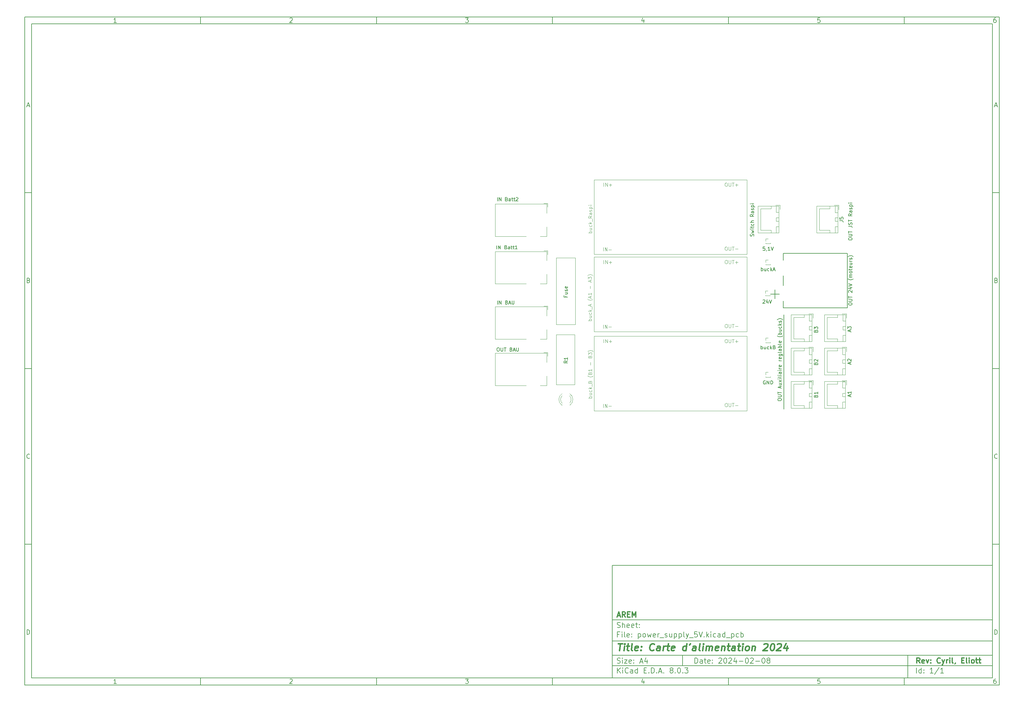
<source format=gbr>
%TF.GenerationSoftware,KiCad,Pcbnew,8.0.3*%
%TF.CreationDate,2024-09-28T16:10:37+02:00*%
%TF.ProjectId,power_supply_5V,706f7765-725f-4737-9570-706c795f3556,Cyril_ Eliott*%
%TF.SameCoordinates,Original*%
%TF.FileFunction,Legend,Top*%
%TF.FilePolarity,Positive*%
%FSLAX46Y46*%
G04 Gerber Fmt 4.6, Leading zero omitted, Abs format (unit mm)*
G04 Created by KiCad (PCBNEW 8.0.3) date 2024-09-28 16:10:37*
%MOMM*%
%LPD*%
G01*
G04 APERTURE LIST*
%ADD10C,0.100000*%
%ADD11C,0.150000*%
%ADD12C,0.300000*%
%ADD13C,0.400000*%
%ADD14C,0.120000*%
%ADD15C,0.127000*%
G04 APERTURE END LIST*
D10*
D11*
X177002200Y-166007200D02*
X285002200Y-166007200D01*
X285002200Y-198007200D01*
X177002200Y-198007200D01*
X177002200Y-166007200D01*
D10*
D11*
X10000000Y-10000000D02*
X287002200Y-10000000D01*
X287002200Y-200007200D01*
X10000000Y-200007200D01*
X10000000Y-10000000D01*
D10*
D11*
X12000000Y-12000000D02*
X285002200Y-12000000D01*
X285002200Y-198007200D01*
X12000000Y-198007200D01*
X12000000Y-12000000D01*
D10*
D11*
X60000000Y-12000000D02*
X60000000Y-10000000D01*
D10*
D11*
X110000000Y-12000000D02*
X110000000Y-10000000D01*
D10*
D11*
X160000000Y-12000000D02*
X160000000Y-10000000D01*
D10*
D11*
X210000000Y-12000000D02*
X210000000Y-10000000D01*
D10*
D11*
X260000000Y-12000000D02*
X260000000Y-10000000D01*
D10*
D11*
X36089160Y-11593604D02*
X35346303Y-11593604D01*
X35717731Y-11593604D02*
X35717731Y-10293604D01*
X35717731Y-10293604D02*
X35593922Y-10479319D01*
X35593922Y-10479319D02*
X35470112Y-10603128D01*
X35470112Y-10603128D02*
X35346303Y-10665033D01*
D10*
D11*
X85346303Y-10417414D02*
X85408207Y-10355509D01*
X85408207Y-10355509D02*
X85532017Y-10293604D01*
X85532017Y-10293604D02*
X85841541Y-10293604D01*
X85841541Y-10293604D02*
X85965350Y-10355509D01*
X85965350Y-10355509D02*
X86027255Y-10417414D01*
X86027255Y-10417414D02*
X86089160Y-10541223D01*
X86089160Y-10541223D02*
X86089160Y-10665033D01*
X86089160Y-10665033D02*
X86027255Y-10850747D01*
X86027255Y-10850747D02*
X85284398Y-11593604D01*
X85284398Y-11593604D02*
X86089160Y-11593604D01*
D10*
D11*
X135284398Y-10293604D02*
X136089160Y-10293604D01*
X136089160Y-10293604D02*
X135655826Y-10788842D01*
X135655826Y-10788842D02*
X135841541Y-10788842D01*
X135841541Y-10788842D02*
X135965350Y-10850747D01*
X135965350Y-10850747D02*
X136027255Y-10912652D01*
X136027255Y-10912652D02*
X136089160Y-11036461D01*
X136089160Y-11036461D02*
X136089160Y-11345985D01*
X136089160Y-11345985D02*
X136027255Y-11469795D01*
X136027255Y-11469795D02*
X135965350Y-11531700D01*
X135965350Y-11531700D02*
X135841541Y-11593604D01*
X135841541Y-11593604D02*
X135470112Y-11593604D01*
X135470112Y-11593604D02*
X135346303Y-11531700D01*
X135346303Y-11531700D02*
X135284398Y-11469795D01*
D10*
D11*
X185965350Y-10726938D02*
X185965350Y-11593604D01*
X185655826Y-10231700D02*
X185346303Y-11160271D01*
X185346303Y-11160271D02*
X186151064Y-11160271D01*
D10*
D11*
X236027255Y-10293604D02*
X235408207Y-10293604D01*
X235408207Y-10293604D02*
X235346303Y-10912652D01*
X235346303Y-10912652D02*
X235408207Y-10850747D01*
X235408207Y-10850747D02*
X235532017Y-10788842D01*
X235532017Y-10788842D02*
X235841541Y-10788842D01*
X235841541Y-10788842D02*
X235965350Y-10850747D01*
X235965350Y-10850747D02*
X236027255Y-10912652D01*
X236027255Y-10912652D02*
X236089160Y-11036461D01*
X236089160Y-11036461D02*
X236089160Y-11345985D01*
X236089160Y-11345985D02*
X236027255Y-11469795D01*
X236027255Y-11469795D02*
X235965350Y-11531700D01*
X235965350Y-11531700D02*
X235841541Y-11593604D01*
X235841541Y-11593604D02*
X235532017Y-11593604D01*
X235532017Y-11593604D02*
X235408207Y-11531700D01*
X235408207Y-11531700D02*
X235346303Y-11469795D01*
D10*
D11*
X285965350Y-10293604D02*
X285717731Y-10293604D01*
X285717731Y-10293604D02*
X285593922Y-10355509D01*
X285593922Y-10355509D02*
X285532017Y-10417414D01*
X285532017Y-10417414D02*
X285408207Y-10603128D01*
X285408207Y-10603128D02*
X285346303Y-10850747D01*
X285346303Y-10850747D02*
X285346303Y-11345985D01*
X285346303Y-11345985D02*
X285408207Y-11469795D01*
X285408207Y-11469795D02*
X285470112Y-11531700D01*
X285470112Y-11531700D02*
X285593922Y-11593604D01*
X285593922Y-11593604D02*
X285841541Y-11593604D01*
X285841541Y-11593604D02*
X285965350Y-11531700D01*
X285965350Y-11531700D02*
X286027255Y-11469795D01*
X286027255Y-11469795D02*
X286089160Y-11345985D01*
X286089160Y-11345985D02*
X286089160Y-11036461D01*
X286089160Y-11036461D02*
X286027255Y-10912652D01*
X286027255Y-10912652D02*
X285965350Y-10850747D01*
X285965350Y-10850747D02*
X285841541Y-10788842D01*
X285841541Y-10788842D02*
X285593922Y-10788842D01*
X285593922Y-10788842D02*
X285470112Y-10850747D01*
X285470112Y-10850747D02*
X285408207Y-10912652D01*
X285408207Y-10912652D02*
X285346303Y-11036461D01*
D10*
D11*
X60000000Y-198007200D02*
X60000000Y-200007200D01*
D10*
D11*
X110000000Y-198007200D02*
X110000000Y-200007200D01*
D10*
D11*
X160000000Y-198007200D02*
X160000000Y-200007200D01*
D10*
D11*
X210000000Y-198007200D02*
X210000000Y-200007200D01*
D10*
D11*
X260000000Y-198007200D02*
X260000000Y-200007200D01*
D10*
D11*
X36089160Y-199600804D02*
X35346303Y-199600804D01*
X35717731Y-199600804D02*
X35717731Y-198300804D01*
X35717731Y-198300804D02*
X35593922Y-198486519D01*
X35593922Y-198486519D02*
X35470112Y-198610328D01*
X35470112Y-198610328D02*
X35346303Y-198672233D01*
D10*
D11*
X85346303Y-198424614D02*
X85408207Y-198362709D01*
X85408207Y-198362709D02*
X85532017Y-198300804D01*
X85532017Y-198300804D02*
X85841541Y-198300804D01*
X85841541Y-198300804D02*
X85965350Y-198362709D01*
X85965350Y-198362709D02*
X86027255Y-198424614D01*
X86027255Y-198424614D02*
X86089160Y-198548423D01*
X86089160Y-198548423D02*
X86089160Y-198672233D01*
X86089160Y-198672233D02*
X86027255Y-198857947D01*
X86027255Y-198857947D02*
X85284398Y-199600804D01*
X85284398Y-199600804D02*
X86089160Y-199600804D01*
D10*
D11*
X135284398Y-198300804D02*
X136089160Y-198300804D01*
X136089160Y-198300804D02*
X135655826Y-198796042D01*
X135655826Y-198796042D02*
X135841541Y-198796042D01*
X135841541Y-198796042D02*
X135965350Y-198857947D01*
X135965350Y-198857947D02*
X136027255Y-198919852D01*
X136027255Y-198919852D02*
X136089160Y-199043661D01*
X136089160Y-199043661D02*
X136089160Y-199353185D01*
X136089160Y-199353185D02*
X136027255Y-199476995D01*
X136027255Y-199476995D02*
X135965350Y-199538900D01*
X135965350Y-199538900D02*
X135841541Y-199600804D01*
X135841541Y-199600804D02*
X135470112Y-199600804D01*
X135470112Y-199600804D02*
X135346303Y-199538900D01*
X135346303Y-199538900D02*
X135284398Y-199476995D01*
D10*
D11*
X185965350Y-198734138D02*
X185965350Y-199600804D01*
X185655826Y-198238900D02*
X185346303Y-199167471D01*
X185346303Y-199167471D02*
X186151064Y-199167471D01*
D10*
D11*
X236027255Y-198300804D02*
X235408207Y-198300804D01*
X235408207Y-198300804D02*
X235346303Y-198919852D01*
X235346303Y-198919852D02*
X235408207Y-198857947D01*
X235408207Y-198857947D02*
X235532017Y-198796042D01*
X235532017Y-198796042D02*
X235841541Y-198796042D01*
X235841541Y-198796042D02*
X235965350Y-198857947D01*
X235965350Y-198857947D02*
X236027255Y-198919852D01*
X236027255Y-198919852D02*
X236089160Y-199043661D01*
X236089160Y-199043661D02*
X236089160Y-199353185D01*
X236089160Y-199353185D02*
X236027255Y-199476995D01*
X236027255Y-199476995D02*
X235965350Y-199538900D01*
X235965350Y-199538900D02*
X235841541Y-199600804D01*
X235841541Y-199600804D02*
X235532017Y-199600804D01*
X235532017Y-199600804D02*
X235408207Y-199538900D01*
X235408207Y-199538900D02*
X235346303Y-199476995D01*
D10*
D11*
X285965350Y-198300804D02*
X285717731Y-198300804D01*
X285717731Y-198300804D02*
X285593922Y-198362709D01*
X285593922Y-198362709D02*
X285532017Y-198424614D01*
X285532017Y-198424614D02*
X285408207Y-198610328D01*
X285408207Y-198610328D02*
X285346303Y-198857947D01*
X285346303Y-198857947D02*
X285346303Y-199353185D01*
X285346303Y-199353185D02*
X285408207Y-199476995D01*
X285408207Y-199476995D02*
X285470112Y-199538900D01*
X285470112Y-199538900D02*
X285593922Y-199600804D01*
X285593922Y-199600804D02*
X285841541Y-199600804D01*
X285841541Y-199600804D02*
X285965350Y-199538900D01*
X285965350Y-199538900D02*
X286027255Y-199476995D01*
X286027255Y-199476995D02*
X286089160Y-199353185D01*
X286089160Y-199353185D02*
X286089160Y-199043661D01*
X286089160Y-199043661D02*
X286027255Y-198919852D01*
X286027255Y-198919852D02*
X285965350Y-198857947D01*
X285965350Y-198857947D02*
X285841541Y-198796042D01*
X285841541Y-198796042D02*
X285593922Y-198796042D01*
X285593922Y-198796042D02*
X285470112Y-198857947D01*
X285470112Y-198857947D02*
X285408207Y-198919852D01*
X285408207Y-198919852D02*
X285346303Y-199043661D01*
D10*
D11*
X10000000Y-60000000D02*
X12000000Y-60000000D01*
D10*
D11*
X10000000Y-110000000D02*
X12000000Y-110000000D01*
D10*
D11*
X10000000Y-160000000D02*
X12000000Y-160000000D01*
D10*
D11*
X10690476Y-35222176D02*
X11309523Y-35222176D01*
X10566666Y-35593604D02*
X10999999Y-34293604D01*
X10999999Y-34293604D02*
X11433333Y-35593604D01*
D10*
D11*
X11092857Y-84912652D02*
X11278571Y-84974557D01*
X11278571Y-84974557D02*
X11340476Y-85036461D01*
X11340476Y-85036461D02*
X11402380Y-85160271D01*
X11402380Y-85160271D02*
X11402380Y-85345985D01*
X11402380Y-85345985D02*
X11340476Y-85469795D01*
X11340476Y-85469795D02*
X11278571Y-85531700D01*
X11278571Y-85531700D02*
X11154761Y-85593604D01*
X11154761Y-85593604D02*
X10659523Y-85593604D01*
X10659523Y-85593604D02*
X10659523Y-84293604D01*
X10659523Y-84293604D02*
X11092857Y-84293604D01*
X11092857Y-84293604D02*
X11216666Y-84355509D01*
X11216666Y-84355509D02*
X11278571Y-84417414D01*
X11278571Y-84417414D02*
X11340476Y-84541223D01*
X11340476Y-84541223D02*
X11340476Y-84665033D01*
X11340476Y-84665033D02*
X11278571Y-84788842D01*
X11278571Y-84788842D02*
X11216666Y-84850747D01*
X11216666Y-84850747D02*
X11092857Y-84912652D01*
X11092857Y-84912652D02*
X10659523Y-84912652D01*
D10*
D11*
X11402380Y-135469795D02*
X11340476Y-135531700D01*
X11340476Y-135531700D02*
X11154761Y-135593604D01*
X11154761Y-135593604D02*
X11030952Y-135593604D01*
X11030952Y-135593604D02*
X10845238Y-135531700D01*
X10845238Y-135531700D02*
X10721428Y-135407890D01*
X10721428Y-135407890D02*
X10659523Y-135284080D01*
X10659523Y-135284080D02*
X10597619Y-135036461D01*
X10597619Y-135036461D02*
X10597619Y-134850747D01*
X10597619Y-134850747D02*
X10659523Y-134603128D01*
X10659523Y-134603128D02*
X10721428Y-134479319D01*
X10721428Y-134479319D02*
X10845238Y-134355509D01*
X10845238Y-134355509D02*
X11030952Y-134293604D01*
X11030952Y-134293604D02*
X11154761Y-134293604D01*
X11154761Y-134293604D02*
X11340476Y-134355509D01*
X11340476Y-134355509D02*
X11402380Y-134417414D01*
D10*
D11*
X10659523Y-185593604D02*
X10659523Y-184293604D01*
X10659523Y-184293604D02*
X10969047Y-184293604D01*
X10969047Y-184293604D02*
X11154761Y-184355509D01*
X11154761Y-184355509D02*
X11278571Y-184479319D01*
X11278571Y-184479319D02*
X11340476Y-184603128D01*
X11340476Y-184603128D02*
X11402380Y-184850747D01*
X11402380Y-184850747D02*
X11402380Y-185036461D01*
X11402380Y-185036461D02*
X11340476Y-185284080D01*
X11340476Y-185284080D02*
X11278571Y-185407890D01*
X11278571Y-185407890D02*
X11154761Y-185531700D01*
X11154761Y-185531700D02*
X10969047Y-185593604D01*
X10969047Y-185593604D02*
X10659523Y-185593604D01*
D10*
D11*
X287002200Y-60000000D02*
X285002200Y-60000000D01*
D10*
D11*
X287002200Y-110000000D02*
X285002200Y-110000000D01*
D10*
D11*
X287002200Y-160000000D02*
X285002200Y-160000000D01*
D10*
D11*
X285692676Y-35222176D02*
X286311723Y-35222176D01*
X285568866Y-35593604D02*
X286002199Y-34293604D01*
X286002199Y-34293604D02*
X286435533Y-35593604D01*
D10*
D11*
X286095057Y-84912652D02*
X286280771Y-84974557D01*
X286280771Y-84974557D02*
X286342676Y-85036461D01*
X286342676Y-85036461D02*
X286404580Y-85160271D01*
X286404580Y-85160271D02*
X286404580Y-85345985D01*
X286404580Y-85345985D02*
X286342676Y-85469795D01*
X286342676Y-85469795D02*
X286280771Y-85531700D01*
X286280771Y-85531700D02*
X286156961Y-85593604D01*
X286156961Y-85593604D02*
X285661723Y-85593604D01*
X285661723Y-85593604D02*
X285661723Y-84293604D01*
X285661723Y-84293604D02*
X286095057Y-84293604D01*
X286095057Y-84293604D02*
X286218866Y-84355509D01*
X286218866Y-84355509D02*
X286280771Y-84417414D01*
X286280771Y-84417414D02*
X286342676Y-84541223D01*
X286342676Y-84541223D02*
X286342676Y-84665033D01*
X286342676Y-84665033D02*
X286280771Y-84788842D01*
X286280771Y-84788842D02*
X286218866Y-84850747D01*
X286218866Y-84850747D02*
X286095057Y-84912652D01*
X286095057Y-84912652D02*
X285661723Y-84912652D01*
D10*
D11*
X286404580Y-135469795D02*
X286342676Y-135531700D01*
X286342676Y-135531700D02*
X286156961Y-135593604D01*
X286156961Y-135593604D02*
X286033152Y-135593604D01*
X286033152Y-135593604D02*
X285847438Y-135531700D01*
X285847438Y-135531700D02*
X285723628Y-135407890D01*
X285723628Y-135407890D02*
X285661723Y-135284080D01*
X285661723Y-135284080D02*
X285599819Y-135036461D01*
X285599819Y-135036461D02*
X285599819Y-134850747D01*
X285599819Y-134850747D02*
X285661723Y-134603128D01*
X285661723Y-134603128D02*
X285723628Y-134479319D01*
X285723628Y-134479319D02*
X285847438Y-134355509D01*
X285847438Y-134355509D02*
X286033152Y-134293604D01*
X286033152Y-134293604D02*
X286156961Y-134293604D01*
X286156961Y-134293604D02*
X286342676Y-134355509D01*
X286342676Y-134355509D02*
X286404580Y-134417414D01*
D10*
D11*
X285661723Y-185593604D02*
X285661723Y-184293604D01*
X285661723Y-184293604D02*
X285971247Y-184293604D01*
X285971247Y-184293604D02*
X286156961Y-184355509D01*
X286156961Y-184355509D02*
X286280771Y-184479319D01*
X286280771Y-184479319D02*
X286342676Y-184603128D01*
X286342676Y-184603128D02*
X286404580Y-184850747D01*
X286404580Y-184850747D02*
X286404580Y-185036461D01*
X286404580Y-185036461D02*
X286342676Y-185284080D01*
X286342676Y-185284080D02*
X286280771Y-185407890D01*
X286280771Y-185407890D02*
X286156961Y-185531700D01*
X286156961Y-185531700D02*
X285971247Y-185593604D01*
X285971247Y-185593604D02*
X285661723Y-185593604D01*
D10*
D11*
X200458026Y-193793328D02*
X200458026Y-192293328D01*
X200458026Y-192293328D02*
X200815169Y-192293328D01*
X200815169Y-192293328D02*
X201029455Y-192364757D01*
X201029455Y-192364757D02*
X201172312Y-192507614D01*
X201172312Y-192507614D02*
X201243741Y-192650471D01*
X201243741Y-192650471D02*
X201315169Y-192936185D01*
X201315169Y-192936185D02*
X201315169Y-193150471D01*
X201315169Y-193150471D02*
X201243741Y-193436185D01*
X201243741Y-193436185D02*
X201172312Y-193579042D01*
X201172312Y-193579042D02*
X201029455Y-193721900D01*
X201029455Y-193721900D02*
X200815169Y-193793328D01*
X200815169Y-193793328D02*
X200458026Y-193793328D01*
X202600884Y-193793328D02*
X202600884Y-193007614D01*
X202600884Y-193007614D02*
X202529455Y-192864757D01*
X202529455Y-192864757D02*
X202386598Y-192793328D01*
X202386598Y-192793328D02*
X202100884Y-192793328D01*
X202100884Y-192793328D02*
X201958026Y-192864757D01*
X202600884Y-193721900D02*
X202458026Y-193793328D01*
X202458026Y-193793328D02*
X202100884Y-193793328D01*
X202100884Y-193793328D02*
X201958026Y-193721900D01*
X201958026Y-193721900D02*
X201886598Y-193579042D01*
X201886598Y-193579042D02*
X201886598Y-193436185D01*
X201886598Y-193436185D02*
X201958026Y-193293328D01*
X201958026Y-193293328D02*
X202100884Y-193221900D01*
X202100884Y-193221900D02*
X202458026Y-193221900D01*
X202458026Y-193221900D02*
X202600884Y-193150471D01*
X203100884Y-192793328D02*
X203672312Y-192793328D01*
X203315169Y-192293328D02*
X203315169Y-193579042D01*
X203315169Y-193579042D02*
X203386598Y-193721900D01*
X203386598Y-193721900D02*
X203529455Y-193793328D01*
X203529455Y-193793328D02*
X203672312Y-193793328D01*
X204743741Y-193721900D02*
X204600884Y-193793328D01*
X204600884Y-193793328D02*
X204315170Y-193793328D01*
X204315170Y-193793328D02*
X204172312Y-193721900D01*
X204172312Y-193721900D02*
X204100884Y-193579042D01*
X204100884Y-193579042D02*
X204100884Y-193007614D01*
X204100884Y-193007614D02*
X204172312Y-192864757D01*
X204172312Y-192864757D02*
X204315170Y-192793328D01*
X204315170Y-192793328D02*
X204600884Y-192793328D01*
X204600884Y-192793328D02*
X204743741Y-192864757D01*
X204743741Y-192864757D02*
X204815170Y-193007614D01*
X204815170Y-193007614D02*
X204815170Y-193150471D01*
X204815170Y-193150471D02*
X204100884Y-193293328D01*
X205458026Y-193650471D02*
X205529455Y-193721900D01*
X205529455Y-193721900D02*
X205458026Y-193793328D01*
X205458026Y-193793328D02*
X205386598Y-193721900D01*
X205386598Y-193721900D02*
X205458026Y-193650471D01*
X205458026Y-193650471D02*
X205458026Y-193793328D01*
X205458026Y-192864757D02*
X205529455Y-192936185D01*
X205529455Y-192936185D02*
X205458026Y-193007614D01*
X205458026Y-193007614D02*
X205386598Y-192936185D01*
X205386598Y-192936185D02*
X205458026Y-192864757D01*
X205458026Y-192864757D02*
X205458026Y-193007614D01*
X207243741Y-192436185D02*
X207315169Y-192364757D01*
X207315169Y-192364757D02*
X207458027Y-192293328D01*
X207458027Y-192293328D02*
X207815169Y-192293328D01*
X207815169Y-192293328D02*
X207958027Y-192364757D01*
X207958027Y-192364757D02*
X208029455Y-192436185D01*
X208029455Y-192436185D02*
X208100884Y-192579042D01*
X208100884Y-192579042D02*
X208100884Y-192721900D01*
X208100884Y-192721900D02*
X208029455Y-192936185D01*
X208029455Y-192936185D02*
X207172312Y-193793328D01*
X207172312Y-193793328D02*
X208100884Y-193793328D01*
X209029455Y-192293328D02*
X209172312Y-192293328D01*
X209172312Y-192293328D02*
X209315169Y-192364757D01*
X209315169Y-192364757D02*
X209386598Y-192436185D01*
X209386598Y-192436185D02*
X209458026Y-192579042D01*
X209458026Y-192579042D02*
X209529455Y-192864757D01*
X209529455Y-192864757D02*
X209529455Y-193221900D01*
X209529455Y-193221900D02*
X209458026Y-193507614D01*
X209458026Y-193507614D02*
X209386598Y-193650471D01*
X209386598Y-193650471D02*
X209315169Y-193721900D01*
X209315169Y-193721900D02*
X209172312Y-193793328D01*
X209172312Y-193793328D02*
X209029455Y-193793328D01*
X209029455Y-193793328D02*
X208886598Y-193721900D01*
X208886598Y-193721900D02*
X208815169Y-193650471D01*
X208815169Y-193650471D02*
X208743740Y-193507614D01*
X208743740Y-193507614D02*
X208672312Y-193221900D01*
X208672312Y-193221900D02*
X208672312Y-192864757D01*
X208672312Y-192864757D02*
X208743740Y-192579042D01*
X208743740Y-192579042D02*
X208815169Y-192436185D01*
X208815169Y-192436185D02*
X208886598Y-192364757D01*
X208886598Y-192364757D02*
X209029455Y-192293328D01*
X210100883Y-192436185D02*
X210172311Y-192364757D01*
X210172311Y-192364757D02*
X210315169Y-192293328D01*
X210315169Y-192293328D02*
X210672311Y-192293328D01*
X210672311Y-192293328D02*
X210815169Y-192364757D01*
X210815169Y-192364757D02*
X210886597Y-192436185D01*
X210886597Y-192436185D02*
X210958026Y-192579042D01*
X210958026Y-192579042D02*
X210958026Y-192721900D01*
X210958026Y-192721900D02*
X210886597Y-192936185D01*
X210886597Y-192936185D02*
X210029454Y-193793328D01*
X210029454Y-193793328D02*
X210958026Y-193793328D01*
X212243740Y-192793328D02*
X212243740Y-193793328D01*
X211886597Y-192221900D02*
X211529454Y-193293328D01*
X211529454Y-193293328D02*
X212458025Y-193293328D01*
X213029453Y-193221900D02*
X214172311Y-193221900D01*
X215172311Y-192293328D02*
X215315168Y-192293328D01*
X215315168Y-192293328D02*
X215458025Y-192364757D01*
X215458025Y-192364757D02*
X215529454Y-192436185D01*
X215529454Y-192436185D02*
X215600882Y-192579042D01*
X215600882Y-192579042D02*
X215672311Y-192864757D01*
X215672311Y-192864757D02*
X215672311Y-193221900D01*
X215672311Y-193221900D02*
X215600882Y-193507614D01*
X215600882Y-193507614D02*
X215529454Y-193650471D01*
X215529454Y-193650471D02*
X215458025Y-193721900D01*
X215458025Y-193721900D02*
X215315168Y-193793328D01*
X215315168Y-193793328D02*
X215172311Y-193793328D01*
X215172311Y-193793328D02*
X215029454Y-193721900D01*
X215029454Y-193721900D02*
X214958025Y-193650471D01*
X214958025Y-193650471D02*
X214886596Y-193507614D01*
X214886596Y-193507614D02*
X214815168Y-193221900D01*
X214815168Y-193221900D02*
X214815168Y-192864757D01*
X214815168Y-192864757D02*
X214886596Y-192579042D01*
X214886596Y-192579042D02*
X214958025Y-192436185D01*
X214958025Y-192436185D02*
X215029454Y-192364757D01*
X215029454Y-192364757D02*
X215172311Y-192293328D01*
X216243739Y-192436185D02*
X216315167Y-192364757D01*
X216315167Y-192364757D02*
X216458025Y-192293328D01*
X216458025Y-192293328D02*
X216815167Y-192293328D01*
X216815167Y-192293328D02*
X216958025Y-192364757D01*
X216958025Y-192364757D02*
X217029453Y-192436185D01*
X217029453Y-192436185D02*
X217100882Y-192579042D01*
X217100882Y-192579042D02*
X217100882Y-192721900D01*
X217100882Y-192721900D02*
X217029453Y-192936185D01*
X217029453Y-192936185D02*
X216172310Y-193793328D01*
X216172310Y-193793328D02*
X217100882Y-193793328D01*
X217743738Y-193221900D02*
X218886596Y-193221900D01*
X219886596Y-192293328D02*
X220029453Y-192293328D01*
X220029453Y-192293328D02*
X220172310Y-192364757D01*
X220172310Y-192364757D02*
X220243739Y-192436185D01*
X220243739Y-192436185D02*
X220315167Y-192579042D01*
X220315167Y-192579042D02*
X220386596Y-192864757D01*
X220386596Y-192864757D02*
X220386596Y-193221900D01*
X220386596Y-193221900D02*
X220315167Y-193507614D01*
X220315167Y-193507614D02*
X220243739Y-193650471D01*
X220243739Y-193650471D02*
X220172310Y-193721900D01*
X220172310Y-193721900D02*
X220029453Y-193793328D01*
X220029453Y-193793328D02*
X219886596Y-193793328D01*
X219886596Y-193793328D02*
X219743739Y-193721900D01*
X219743739Y-193721900D02*
X219672310Y-193650471D01*
X219672310Y-193650471D02*
X219600881Y-193507614D01*
X219600881Y-193507614D02*
X219529453Y-193221900D01*
X219529453Y-193221900D02*
X219529453Y-192864757D01*
X219529453Y-192864757D02*
X219600881Y-192579042D01*
X219600881Y-192579042D02*
X219672310Y-192436185D01*
X219672310Y-192436185D02*
X219743739Y-192364757D01*
X219743739Y-192364757D02*
X219886596Y-192293328D01*
X221243738Y-192936185D02*
X221100881Y-192864757D01*
X221100881Y-192864757D02*
X221029452Y-192793328D01*
X221029452Y-192793328D02*
X220958024Y-192650471D01*
X220958024Y-192650471D02*
X220958024Y-192579042D01*
X220958024Y-192579042D02*
X221029452Y-192436185D01*
X221029452Y-192436185D02*
X221100881Y-192364757D01*
X221100881Y-192364757D02*
X221243738Y-192293328D01*
X221243738Y-192293328D02*
X221529452Y-192293328D01*
X221529452Y-192293328D02*
X221672310Y-192364757D01*
X221672310Y-192364757D02*
X221743738Y-192436185D01*
X221743738Y-192436185D02*
X221815167Y-192579042D01*
X221815167Y-192579042D02*
X221815167Y-192650471D01*
X221815167Y-192650471D02*
X221743738Y-192793328D01*
X221743738Y-192793328D02*
X221672310Y-192864757D01*
X221672310Y-192864757D02*
X221529452Y-192936185D01*
X221529452Y-192936185D02*
X221243738Y-192936185D01*
X221243738Y-192936185D02*
X221100881Y-193007614D01*
X221100881Y-193007614D02*
X221029452Y-193079042D01*
X221029452Y-193079042D02*
X220958024Y-193221900D01*
X220958024Y-193221900D02*
X220958024Y-193507614D01*
X220958024Y-193507614D02*
X221029452Y-193650471D01*
X221029452Y-193650471D02*
X221100881Y-193721900D01*
X221100881Y-193721900D02*
X221243738Y-193793328D01*
X221243738Y-193793328D02*
X221529452Y-193793328D01*
X221529452Y-193793328D02*
X221672310Y-193721900D01*
X221672310Y-193721900D02*
X221743738Y-193650471D01*
X221743738Y-193650471D02*
X221815167Y-193507614D01*
X221815167Y-193507614D02*
X221815167Y-193221900D01*
X221815167Y-193221900D02*
X221743738Y-193079042D01*
X221743738Y-193079042D02*
X221672310Y-193007614D01*
X221672310Y-193007614D02*
X221529452Y-192936185D01*
D10*
D11*
X177002200Y-194507200D02*
X285002200Y-194507200D01*
D10*
D11*
X178458026Y-196593328D02*
X178458026Y-195093328D01*
X179315169Y-196593328D02*
X178672312Y-195736185D01*
X179315169Y-195093328D02*
X178458026Y-195950471D01*
X179958026Y-196593328D02*
X179958026Y-195593328D01*
X179958026Y-195093328D02*
X179886598Y-195164757D01*
X179886598Y-195164757D02*
X179958026Y-195236185D01*
X179958026Y-195236185D02*
X180029455Y-195164757D01*
X180029455Y-195164757D02*
X179958026Y-195093328D01*
X179958026Y-195093328D02*
X179958026Y-195236185D01*
X181529455Y-196450471D02*
X181458027Y-196521900D01*
X181458027Y-196521900D02*
X181243741Y-196593328D01*
X181243741Y-196593328D02*
X181100884Y-196593328D01*
X181100884Y-196593328D02*
X180886598Y-196521900D01*
X180886598Y-196521900D02*
X180743741Y-196379042D01*
X180743741Y-196379042D02*
X180672312Y-196236185D01*
X180672312Y-196236185D02*
X180600884Y-195950471D01*
X180600884Y-195950471D02*
X180600884Y-195736185D01*
X180600884Y-195736185D02*
X180672312Y-195450471D01*
X180672312Y-195450471D02*
X180743741Y-195307614D01*
X180743741Y-195307614D02*
X180886598Y-195164757D01*
X180886598Y-195164757D02*
X181100884Y-195093328D01*
X181100884Y-195093328D02*
X181243741Y-195093328D01*
X181243741Y-195093328D02*
X181458027Y-195164757D01*
X181458027Y-195164757D02*
X181529455Y-195236185D01*
X182815170Y-196593328D02*
X182815170Y-195807614D01*
X182815170Y-195807614D02*
X182743741Y-195664757D01*
X182743741Y-195664757D02*
X182600884Y-195593328D01*
X182600884Y-195593328D02*
X182315170Y-195593328D01*
X182315170Y-195593328D02*
X182172312Y-195664757D01*
X182815170Y-196521900D02*
X182672312Y-196593328D01*
X182672312Y-196593328D02*
X182315170Y-196593328D01*
X182315170Y-196593328D02*
X182172312Y-196521900D01*
X182172312Y-196521900D02*
X182100884Y-196379042D01*
X182100884Y-196379042D02*
X182100884Y-196236185D01*
X182100884Y-196236185D02*
X182172312Y-196093328D01*
X182172312Y-196093328D02*
X182315170Y-196021900D01*
X182315170Y-196021900D02*
X182672312Y-196021900D01*
X182672312Y-196021900D02*
X182815170Y-195950471D01*
X184172313Y-196593328D02*
X184172313Y-195093328D01*
X184172313Y-196521900D02*
X184029455Y-196593328D01*
X184029455Y-196593328D02*
X183743741Y-196593328D01*
X183743741Y-196593328D02*
X183600884Y-196521900D01*
X183600884Y-196521900D02*
X183529455Y-196450471D01*
X183529455Y-196450471D02*
X183458027Y-196307614D01*
X183458027Y-196307614D02*
X183458027Y-195879042D01*
X183458027Y-195879042D02*
X183529455Y-195736185D01*
X183529455Y-195736185D02*
X183600884Y-195664757D01*
X183600884Y-195664757D02*
X183743741Y-195593328D01*
X183743741Y-195593328D02*
X184029455Y-195593328D01*
X184029455Y-195593328D02*
X184172313Y-195664757D01*
X186029455Y-195807614D02*
X186529455Y-195807614D01*
X186743741Y-196593328D02*
X186029455Y-196593328D01*
X186029455Y-196593328D02*
X186029455Y-195093328D01*
X186029455Y-195093328D02*
X186743741Y-195093328D01*
X187386598Y-196450471D02*
X187458027Y-196521900D01*
X187458027Y-196521900D02*
X187386598Y-196593328D01*
X187386598Y-196593328D02*
X187315170Y-196521900D01*
X187315170Y-196521900D02*
X187386598Y-196450471D01*
X187386598Y-196450471D02*
X187386598Y-196593328D01*
X188100884Y-196593328D02*
X188100884Y-195093328D01*
X188100884Y-195093328D02*
X188458027Y-195093328D01*
X188458027Y-195093328D02*
X188672313Y-195164757D01*
X188672313Y-195164757D02*
X188815170Y-195307614D01*
X188815170Y-195307614D02*
X188886599Y-195450471D01*
X188886599Y-195450471D02*
X188958027Y-195736185D01*
X188958027Y-195736185D02*
X188958027Y-195950471D01*
X188958027Y-195950471D02*
X188886599Y-196236185D01*
X188886599Y-196236185D02*
X188815170Y-196379042D01*
X188815170Y-196379042D02*
X188672313Y-196521900D01*
X188672313Y-196521900D02*
X188458027Y-196593328D01*
X188458027Y-196593328D02*
X188100884Y-196593328D01*
X189600884Y-196450471D02*
X189672313Y-196521900D01*
X189672313Y-196521900D02*
X189600884Y-196593328D01*
X189600884Y-196593328D02*
X189529456Y-196521900D01*
X189529456Y-196521900D02*
X189600884Y-196450471D01*
X189600884Y-196450471D02*
X189600884Y-196593328D01*
X190243742Y-196164757D02*
X190958028Y-196164757D01*
X190100885Y-196593328D02*
X190600885Y-195093328D01*
X190600885Y-195093328D02*
X191100885Y-196593328D01*
X191600884Y-196450471D02*
X191672313Y-196521900D01*
X191672313Y-196521900D02*
X191600884Y-196593328D01*
X191600884Y-196593328D02*
X191529456Y-196521900D01*
X191529456Y-196521900D02*
X191600884Y-196450471D01*
X191600884Y-196450471D02*
X191600884Y-196593328D01*
X193672313Y-195736185D02*
X193529456Y-195664757D01*
X193529456Y-195664757D02*
X193458027Y-195593328D01*
X193458027Y-195593328D02*
X193386599Y-195450471D01*
X193386599Y-195450471D02*
X193386599Y-195379042D01*
X193386599Y-195379042D02*
X193458027Y-195236185D01*
X193458027Y-195236185D02*
X193529456Y-195164757D01*
X193529456Y-195164757D02*
X193672313Y-195093328D01*
X193672313Y-195093328D02*
X193958027Y-195093328D01*
X193958027Y-195093328D02*
X194100885Y-195164757D01*
X194100885Y-195164757D02*
X194172313Y-195236185D01*
X194172313Y-195236185D02*
X194243742Y-195379042D01*
X194243742Y-195379042D02*
X194243742Y-195450471D01*
X194243742Y-195450471D02*
X194172313Y-195593328D01*
X194172313Y-195593328D02*
X194100885Y-195664757D01*
X194100885Y-195664757D02*
X193958027Y-195736185D01*
X193958027Y-195736185D02*
X193672313Y-195736185D01*
X193672313Y-195736185D02*
X193529456Y-195807614D01*
X193529456Y-195807614D02*
X193458027Y-195879042D01*
X193458027Y-195879042D02*
X193386599Y-196021900D01*
X193386599Y-196021900D02*
X193386599Y-196307614D01*
X193386599Y-196307614D02*
X193458027Y-196450471D01*
X193458027Y-196450471D02*
X193529456Y-196521900D01*
X193529456Y-196521900D02*
X193672313Y-196593328D01*
X193672313Y-196593328D02*
X193958027Y-196593328D01*
X193958027Y-196593328D02*
X194100885Y-196521900D01*
X194100885Y-196521900D02*
X194172313Y-196450471D01*
X194172313Y-196450471D02*
X194243742Y-196307614D01*
X194243742Y-196307614D02*
X194243742Y-196021900D01*
X194243742Y-196021900D02*
X194172313Y-195879042D01*
X194172313Y-195879042D02*
X194100885Y-195807614D01*
X194100885Y-195807614D02*
X193958027Y-195736185D01*
X194886598Y-196450471D02*
X194958027Y-196521900D01*
X194958027Y-196521900D02*
X194886598Y-196593328D01*
X194886598Y-196593328D02*
X194815170Y-196521900D01*
X194815170Y-196521900D02*
X194886598Y-196450471D01*
X194886598Y-196450471D02*
X194886598Y-196593328D01*
X195886599Y-195093328D02*
X196029456Y-195093328D01*
X196029456Y-195093328D02*
X196172313Y-195164757D01*
X196172313Y-195164757D02*
X196243742Y-195236185D01*
X196243742Y-195236185D02*
X196315170Y-195379042D01*
X196315170Y-195379042D02*
X196386599Y-195664757D01*
X196386599Y-195664757D02*
X196386599Y-196021900D01*
X196386599Y-196021900D02*
X196315170Y-196307614D01*
X196315170Y-196307614D02*
X196243742Y-196450471D01*
X196243742Y-196450471D02*
X196172313Y-196521900D01*
X196172313Y-196521900D02*
X196029456Y-196593328D01*
X196029456Y-196593328D02*
X195886599Y-196593328D01*
X195886599Y-196593328D02*
X195743742Y-196521900D01*
X195743742Y-196521900D02*
X195672313Y-196450471D01*
X195672313Y-196450471D02*
X195600884Y-196307614D01*
X195600884Y-196307614D02*
X195529456Y-196021900D01*
X195529456Y-196021900D02*
X195529456Y-195664757D01*
X195529456Y-195664757D02*
X195600884Y-195379042D01*
X195600884Y-195379042D02*
X195672313Y-195236185D01*
X195672313Y-195236185D02*
X195743742Y-195164757D01*
X195743742Y-195164757D02*
X195886599Y-195093328D01*
X197029455Y-196450471D02*
X197100884Y-196521900D01*
X197100884Y-196521900D02*
X197029455Y-196593328D01*
X197029455Y-196593328D02*
X196958027Y-196521900D01*
X196958027Y-196521900D02*
X197029455Y-196450471D01*
X197029455Y-196450471D02*
X197029455Y-196593328D01*
X197600884Y-195093328D02*
X198529456Y-195093328D01*
X198529456Y-195093328D02*
X198029456Y-195664757D01*
X198029456Y-195664757D02*
X198243741Y-195664757D01*
X198243741Y-195664757D02*
X198386599Y-195736185D01*
X198386599Y-195736185D02*
X198458027Y-195807614D01*
X198458027Y-195807614D02*
X198529456Y-195950471D01*
X198529456Y-195950471D02*
X198529456Y-196307614D01*
X198529456Y-196307614D02*
X198458027Y-196450471D01*
X198458027Y-196450471D02*
X198386599Y-196521900D01*
X198386599Y-196521900D02*
X198243741Y-196593328D01*
X198243741Y-196593328D02*
X197815170Y-196593328D01*
X197815170Y-196593328D02*
X197672313Y-196521900D01*
X197672313Y-196521900D02*
X197600884Y-196450471D01*
D10*
D11*
X177002200Y-191507200D02*
X285002200Y-191507200D01*
D10*
D12*
X264413853Y-193785528D02*
X263913853Y-193071242D01*
X263556710Y-193785528D02*
X263556710Y-192285528D01*
X263556710Y-192285528D02*
X264128139Y-192285528D01*
X264128139Y-192285528D02*
X264270996Y-192356957D01*
X264270996Y-192356957D02*
X264342425Y-192428385D01*
X264342425Y-192428385D02*
X264413853Y-192571242D01*
X264413853Y-192571242D02*
X264413853Y-192785528D01*
X264413853Y-192785528D02*
X264342425Y-192928385D01*
X264342425Y-192928385D02*
X264270996Y-192999814D01*
X264270996Y-192999814D02*
X264128139Y-193071242D01*
X264128139Y-193071242D02*
X263556710Y-193071242D01*
X265628139Y-193714100D02*
X265485282Y-193785528D01*
X265485282Y-193785528D02*
X265199568Y-193785528D01*
X265199568Y-193785528D02*
X265056710Y-193714100D01*
X265056710Y-193714100D02*
X264985282Y-193571242D01*
X264985282Y-193571242D02*
X264985282Y-192999814D01*
X264985282Y-192999814D02*
X265056710Y-192856957D01*
X265056710Y-192856957D02*
X265199568Y-192785528D01*
X265199568Y-192785528D02*
X265485282Y-192785528D01*
X265485282Y-192785528D02*
X265628139Y-192856957D01*
X265628139Y-192856957D02*
X265699568Y-192999814D01*
X265699568Y-192999814D02*
X265699568Y-193142671D01*
X265699568Y-193142671D02*
X264985282Y-193285528D01*
X266199567Y-192785528D02*
X266556710Y-193785528D01*
X266556710Y-193785528D02*
X266913853Y-192785528D01*
X267485281Y-193642671D02*
X267556710Y-193714100D01*
X267556710Y-193714100D02*
X267485281Y-193785528D01*
X267485281Y-193785528D02*
X267413853Y-193714100D01*
X267413853Y-193714100D02*
X267485281Y-193642671D01*
X267485281Y-193642671D02*
X267485281Y-193785528D01*
X267485281Y-192856957D02*
X267556710Y-192928385D01*
X267556710Y-192928385D02*
X267485281Y-192999814D01*
X267485281Y-192999814D02*
X267413853Y-192928385D01*
X267413853Y-192928385D02*
X267485281Y-192856957D01*
X267485281Y-192856957D02*
X267485281Y-192999814D01*
X270199567Y-193642671D02*
X270128139Y-193714100D01*
X270128139Y-193714100D02*
X269913853Y-193785528D01*
X269913853Y-193785528D02*
X269770996Y-193785528D01*
X269770996Y-193785528D02*
X269556710Y-193714100D01*
X269556710Y-193714100D02*
X269413853Y-193571242D01*
X269413853Y-193571242D02*
X269342424Y-193428385D01*
X269342424Y-193428385D02*
X269270996Y-193142671D01*
X269270996Y-193142671D02*
X269270996Y-192928385D01*
X269270996Y-192928385D02*
X269342424Y-192642671D01*
X269342424Y-192642671D02*
X269413853Y-192499814D01*
X269413853Y-192499814D02*
X269556710Y-192356957D01*
X269556710Y-192356957D02*
X269770996Y-192285528D01*
X269770996Y-192285528D02*
X269913853Y-192285528D01*
X269913853Y-192285528D02*
X270128139Y-192356957D01*
X270128139Y-192356957D02*
X270199567Y-192428385D01*
X270699567Y-192785528D02*
X271056710Y-193785528D01*
X271413853Y-192785528D02*
X271056710Y-193785528D01*
X271056710Y-193785528D02*
X270913853Y-194142671D01*
X270913853Y-194142671D02*
X270842424Y-194214100D01*
X270842424Y-194214100D02*
X270699567Y-194285528D01*
X271985281Y-193785528D02*
X271985281Y-192785528D01*
X271985281Y-193071242D02*
X272056710Y-192928385D01*
X272056710Y-192928385D02*
X272128139Y-192856957D01*
X272128139Y-192856957D02*
X272270996Y-192785528D01*
X272270996Y-192785528D02*
X272413853Y-192785528D01*
X272913852Y-193785528D02*
X272913852Y-192785528D01*
X272913852Y-192285528D02*
X272842424Y-192356957D01*
X272842424Y-192356957D02*
X272913852Y-192428385D01*
X272913852Y-192428385D02*
X272985281Y-192356957D01*
X272985281Y-192356957D02*
X272913852Y-192285528D01*
X272913852Y-192285528D02*
X272913852Y-192428385D01*
X273842424Y-193785528D02*
X273699567Y-193714100D01*
X273699567Y-193714100D02*
X273628138Y-193571242D01*
X273628138Y-193571242D02*
X273628138Y-192285528D01*
X274485281Y-193714100D02*
X274485281Y-193785528D01*
X274485281Y-193785528D02*
X274413852Y-193928385D01*
X274413852Y-193928385D02*
X274342424Y-193999814D01*
X276270995Y-192999814D02*
X276770995Y-192999814D01*
X276985281Y-193785528D02*
X276270995Y-193785528D01*
X276270995Y-193785528D02*
X276270995Y-192285528D01*
X276270995Y-192285528D02*
X276985281Y-192285528D01*
X277842424Y-193785528D02*
X277699567Y-193714100D01*
X277699567Y-193714100D02*
X277628138Y-193571242D01*
X277628138Y-193571242D02*
X277628138Y-192285528D01*
X278413852Y-193785528D02*
X278413852Y-192785528D01*
X278413852Y-192285528D02*
X278342424Y-192356957D01*
X278342424Y-192356957D02*
X278413852Y-192428385D01*
X278413852Y-192428385D02*
X278485281Y-192356957D01*
X278485281Y-192356957D02*
X278413852Y-192285528D01*
X278413852Y-192285528D02*
X278413852Y-192428385D01*
X279342424Y-193785528D02*
X279199567Y-193714100D01*
X279199567Y-193714100D02*
X279128138Y-193642671D01*
X279128138Y-193642671D02*
X279056710Y-193499814D01*
X279056710Y-193499814D02*
X279056710Y-193071242D01*
X279056710Y-193071242D02*
X279128138Y-192928385D01*
X279128138Y-192928385D02*
X279199567Y-192856957D01*
X279199567Y-192856957D02*
X279342424Y-192785528D01*
X279342424Y-192785528D02*
X279556710Y-192785528D01*
X279556710Y-192785528D02*
X279699567Y-192856957D01*
X279699567Y-192856957D02*
X279770996Y-192928385D01*
X279770996Y-192928385D02*
X279842424Y-193071242D01*
X279842424Y-193071242D02*
X279842424Y-193499814D01*
X279842424Y-193499814D02*
X279770996Y-193642671D01*
X279770996Y-193642671D02*
X279699567Y-193714100D01*
X279699567Y-193714100D02*
X279556710Y-193785528D01*
X279556710Y-193785528D02*
X279342424Y-193785528D01*
X280270996Y-192785528D02*
X280842424Y-192785528D01*
X280485281Y-192285528D02*
X280485281Y-193571242D01*
X280485281Y-193571242D02*
X280556710Y-193714100D01*
X280556710Y-193714100D02*
X280699567Y-193785528D01*
X280699567Y-193785528D02*
X280842424Y-193785528D01*
X281128139Y-192785528D02*
X281699567Y-192785528D01*
X281342424Y-192285528D02*
X281342424Y-193571242D01*
X281342424Y-193571242D02*
X281413853Y-193714100D01*
X281413853Y-193714100D02*
X281556710Y-193785528D01*
X281556710Y-193785528D02*
X281699567Y-193785528D01*
D10*
D11*
X178386598Y-193721900D02*
X178600884Y-193793328D01*
X178600884Y-193793328D02*
X178958026Y-193793328D01*
X178958026Y-193793328D02*
X179100884Y-193721900D01*
X179100884Y-193721900D02*
X179172312Y-193650471D01*
X179172312Y-193650471D02*
X179243741Y-193507614D01*
X179243741Y-193507614D02*
X179243741Y-193364757D01*
X179243741Y-193364757D02*
X179172312Y-193221900D01*
X179172312Y-193221900D02*
X179100884Y-193150471D01*
X179100884Y-193150471D02*
X178958026Y-193079042D01*
X178958026Y-193079042D02*
X178672312Y-193007614D01*
X178672312Y-193007614D02*
X178529455Y-192936185D01*
X178529455Y-192936185D02*
X178458026Y-192864757D01*
X178458026Y-192864757D02*
X178386598Y-192721900D01*
X178386598Y-192721900D02*
X178386598Y-192579042D01*
X178386598Y-192579042D02*
X178458026Y-192436185D01*
X178458026Y-192436185D02*
X178529455Y-192364757D01*
X178529455Y-192364757D02*
X178672312Y-192293328D01*
X178672312Y-192293328D02*
X179029455Y-192293328D01*
X179029455Y-192293328D02*
X179243741Y-192364757D01*
X179886597Y-193793328D02*
X179886597Y-192793328D01*
X179886597Y-192293328D02*
X179815169Y-192364757D01*
X179815169Y-192364757D02*
X179886597Y-192436185D01*
X179886597Y-192436185D02*
X179958026Y-192364757D01*
X179958026Y-192364757D02*
X179886597Y-192293328D01*
X179886597Y-192293328D02*
X179886597Y-192436185D01*
X180458026Y-192793328D02*
X181243741Y-192793328D01*
X181243741Y-192793328D02*
X180458026Y-193793328D01*
X180458026Y-193793328D02*
X181243741Y-193793328D01*
X182386598Y-193721900D02*
X182243741Y-193793328D01*
X182243741Y-193793328D02*
X181958027Y-193793328D01*
X181958027Y-193793328D02*
X181815169Y-193721900D01*
X181815169Y-193721900D02*
X181743741Y-193579042D01*
X181743741Y-193579042D02*
X181743741Y-193007614D01*
X181743741Y-193007614D02*
X181815169Y-192864757D01*
X181815169Y-192864757D02*
X181958027Y-192793328D01*
X181958027Y-192793328D02*
X182243741Y-192793328D01*
X182243741Y-192793328D02*
X182386598Y-192864757D01*
X182386598Y-192864757D02*
X182458027Y-193007614D01*
X182458027Y-193007614D02*
X182458027Y-193150471D01*
X182458027Y-193150471D02*
X181743741Y-193293328D01*
X183100883Y-193650471D02*
X183172312Y-193721900D01*
X183172312Y-193721900D02*
X183100883Y-193793328D01*
X183100883Y-193793328D02*
X183029455Y-193721900D01*
X183029455Y-193721900D02*
X183100883Y-193650471D01*
X183100883Y-193650471D02*
X183100883Y-193793328D01*
X183100883Y-192864757D02*
X183172312Y-192936185D01*
X183172312Y-192936185D02*
X183100883Y-193007614D01*
X183100883Y-193007614D02*
X183029455Y-192936185D01*
X183029455Y-192936185D02*
X183100883Y-192864757D01*
X183100883Y-192864757D02*
X183100883Y-193007614D01*
X184886598Y-193364757D02*
X185600884Y-193364757D01*
X184743741Y-193793328D02*
X185243741Y-192293328D01*
X185243741Y-192293328D02*
X185743741Y-193793328D01*
X186886598Y-192793328D02*
X186886598Y-193793328D01*
X186529455Y-192221900D02*
X186172312Y-193293328D01*
X186172312Y-193293328D02*
X187100883Y-193293328D01*
D10*
D11*
X263458026Y-196593328D02*
X263458026Y-195093328D01*
X264815170Y-196593328D02*
X264815170Y-195093328D01*
X264815170Y-196521900D02*
X264672312Y-196593328D01*
X264672312Y-196593328D02*
X264386598Y-196593328D01*
X264386598Y-196593328D02*
X264243741Y-196521900D01*
X264243741Y-196521900D02*
X264172312Y-196450471D01*
X264172312Y-196450471D02*
X264100884Y-196307614D01*
X264100884Y-196307614D02*
X264100884Y-195879042D01*
X264100884Y-195879042D02*
X264172312Y-195736185D01*
X264172312Y-195736185D02*
X264243741Y-195664757D01*
X264243741Y-195664757D02*
X264386598Y-195593328D01*
X264386598Y-195593328D02*
X264672312Y-195593328D01*
X264672312Y-195593328D02*
X264815170Y-195664757D01*
X265529455Y-196450471D02*
X265600884Y-196521900D01*
X265600884Y-196521900D02*
X265529455Y-196593328D01*
X265529455Y-196593328D02*
X265458027Y-196521900D01*
X265458027Y-196521900D02*
X265529455Y-196450471D01*
X265529455Y-196450471D02*
X265529455Y-196593328D01*
X265529455Y-195664757D02*
X265600884Y-195736185D01*
X265600884Y-195736185D02*
X265529455Y-195807614D01*
X265529455Y-195807614D02*
X265458027Y-195736185D01*
X265458027Y-195736185D02*
X265529455Y-195664757D01*
X265529455Y-195664757D02*
X265529455Y-195807614D01*
X268172313Y-196593328D02*
X267315170Y-196593328D01*
X267743741Y-196593328D02*
X267743741Y-195093328D01*
X267743741Y-195093328D02*
X267600884Y-195307614D01*
X267600884Y-195307614D02*
X267458027Y-195450471D01*
X267458027Y-195450471D02*
X267315170Y-195521900D01*
X269886598Y-195021900D02*
X268600884Y-196950471D01*
X271172313Y-196593328D02*
X270315170Y-196593328D01*
X270743741Y-196593328D02*
X270743741Y-195093328D01*
X270743741Y-195093328D02*
X270600884Y-195307614D01*
X270600884Y-195307614D02*
X270458027Y-195450471D01*
X270458027Y-195450471D02*
X270315170Y-195521900D01*
D10*
D11*
X177002200Y-187507200D02*
X285002200Y-187507200D01*
D10*
D13*
X178693928Y-188211638D02*
X179836785Y-188211638D01*
X179015357Y-190211638D02*
X179265357Y-188211638D01*
X180253452Y-190211638D02*
X180420119Y-188878304D01*
X180503452Y-188211638D02*
X180396309Y-188306876D01*
X180396309Y-188306876D02*
X180479643Y-188402114D01*
X180479643Y-188402114D02*
X180586786Y-188306876D01*
X180586786Y-188306876D02*
X180503452Y-188211638D01*
X180503452Y-188211638D02*
X180479643Y-188402114D01*
X181086786Y-188878304D02*
X181848690Y-188878304D01*
X181455833Y-188211638D02*
X181241548Y-189925923D01*
X181241548Y-189925923D02*
X181312976Y-190116400D01*
X181312976Y-190116400D02*
X181491548Y-190211638D01*
X181491548Y-190211638D02*
X181682024Y-190211638D01*
X182634405Y-190211638D02*
X182455833Y-190116400D01*
X182455833Y-190116400D02*
X182384405Y-189925923D01*
X182384405Y-189925923D02*
X182598690Y-188211638D01*
X184170119Y-190116400D02*
X183967738Y-190211638D01*
X183967738Y-190211638D02*
X183586785Y-190211638D01*
X183586785Y-190211638D02*
X183408214Y-190116400D01*
X183408214Y-190116400D02*
X183336785Y-189925923D01*
X183336785Y-189925923D02*
X183432024Y-189164019D01*
X183432024Y-189164019D02*
X183551071Y-188973542D01*
X183551071Y-188973542D02*
X183753452Y-188878304D01*
X183753452Y-188878304D02*
X184134404Y-188878304D01*
X184134404Y-188878304D02*
X184312976Y-188973542D01*
X184312976Y-188973542D02*
X184384404Y-189164019D01*
X184384404Y-189164019D02*
X184360595Y-189354495D01*
X184360595Y-189354495D02*
X183384404Y-189544971D01*
X185134405Y-190021161D02*
X185217738Y-190116400D01*
X185217738Y-190116400D02*
X185110595Y-190211638D01*
X185110595Y-190211638D02*
X185027262Y-190116400D01*
X185027262Y-190116400D02*
X185134405Y-190021161D01*
X185134405Y-190021161D02*
X185110595Y-190211638D01*
X185265357Y-188973542D02*
X185348690Y-189068780D01*
X185348690Y-189068780D02*
X185241548Y-189164019D01*
X185241548Y-189164019D02*
X185158214Y-189068780D01*
X185158214Y-189068780D02*
X185265357Y-188973542D01*
X185265357Y-188973542D02*
X185241548Y-189164019D01*
X188753453Y-190021161D02*
X188646310Y-190116400D01*
X188646310Y-190116400D02*
X188348691Y-190211638D01*
X188348691Y-190211638D02*
X188158215Y-190211638D01*
X188158215Y-190211638D02*
X187884405Y-190116400D01*
X187884405Y-190116400D02*
X187717739Y-189925923D01*
X187717739Y-189925923D02*
X187646310Y-189735447D01*
X187646310Y-189735447D02*
X187598691Y-189354495D01*
X187598691Y-189354495D02*
X187634405Y-189068780D01*
X187634405Y-189068780D02*
X187777262Y-188687828D01*
X187777262Y-188687828D02*
X187896310Y-188497352D01*
X187896310Y-188497352D02*
X188110596Y-188306876D01*
X188110596Y-188306876D02*
X188408215Y-188211638D01*
X188408215Y-188211638D02*
X188598691Y-188211638D01*
X188598691Y-188211638D02*
X188872501Y-188306876D01*
X188872501Y-188306876D02*
X188955834Y-188402114D01*
X190443929Y-190211638D02*
X190574881Y-189164019D01*
X190574881Y-189164019D02*
X190503453Y-188973542D01*
X190503453Y-188973542D02*
X190324881Y-188878304D01*
X190324881Y-188878304D02*
X189943929Y-188878304D01*
X189943929Y-188878304D02*
X189741548Y-188973542D01*
X190455834Y-190116400D02*
X190253453Y-190211638D01*
X190253453Y-190211638D02*
X189777262Y-190211638D01*
X189777262Y-190211638D02*
X189598691Y-190116400D01*
X189598691Y-190116400D02*
X189527262Y-189925923D01*
X189527262Y-189925923D02*
X189551072Y-189735447D01*
X189551072Y-189735447D02*
X189670120Y-189544971D01*
X189670120Y-189544971D02*
X189872501Y-189449733D01*
X189872501Y-189449733D02*
X190348691Y-189449733D01*
X190348691Y-189449733D02*
X190551072Y-189354495D01*
X191396310Y-190211638D02*
X191562977Y-188878304D01*
X191515358Y-189259257D02*
X191634405Y-189068780D01*
X191634405Y-189068780D02*
X191741548Y-188973542D01*
X191741548Y-188973542D02*
X191943929Y-188878304D01*
X191943929Y-188878304D02*
X192134405Y-188878304D01*
X192515358Y-188878304D02*
X193277262Y-188878304D01*
X192884405Y-188211638D02*
X192670120Y-189925923D01*
X192670120Y-189925923D02*
X192741548Y-190116400D01*
X192741548Y-190116400D02*
X192920120Y-190211638D01*
X192920120Y-190211638D02*
X193110596Y-190211638D01*
X194551072Y-190116400D02*
X194348691Y-190211638D01*
X194348691Y-190211638D02*
X193967738Y-190211638D01*
X193967738Y-190211638D02*
X193789167Y-190116400D01*
X193789167Y-190116400D02*
X193717738Y-189925923D01*
X193717738Y-189925923D02*
X193812977Y-189164019D01*
X193812977Y-189164019D02*
X193932024Y-188973542D01*
X193932024Y-188973542D02*
X194134405Y-188878304D01*
X194134405Y-188878304D02*
X194515357Y-188878304D01*
X194515357Y-188878304D02*
X194693929Y-188973542D01*
X194693929Y-188973542D02*
X194765357Y-189164019D01*
X194765357Y-189164019D02*
X194741548Y-189354495D01*
X194741548Y-189354495D02*
X193765357Y-189544971D01*
X197872501Y-190211638D02*
X198122501Y-188211638D01*
X197884406Y-190116400D02*
X197682025Y-190211638D01*
X197682025Y-190211638D02*
X197301073Y-190211638D01*
X197301073Y-190211638D02*
X197122501Y-190116400D01*
X197122501Y-190116400D02*
X197039168Y-190021161D01*
X197039168Y-190021161D02*
X196967739Y-189830685D01*
X196967739Y-189830685D02*
X197039168Y-189259257D01*
X197039168Y-189259257D02*
X197158215Y-189068780D01*
X197158215Y-189068780D02*
X197265358Y-188973542D01*
X197265358Y-188973542D02*
X197467739Y-188878304D01*
X197467739Y-188878304D02*
X197848692Y-188878304D01*
X197848692Y-188878304D02*
X198027263Y-188973542D01*
X199170120Y-188211638D02*
X198932025Y-188592590D01*
X200634406Y-190211638D02*
X200765358Y-189164019D01*
X200765358Y-189164019D02*
X200693930Y-188973542D01*
X200693930Y-188973542D02*
X200515358Y-188878304D01*
X200515358Y-188878304D02*
X200134406Y-188878304D01*
X200134406Y-188878304D02*
X199932025Y-188973542D01*
X200646311Y-190116400D02*
X200443930Y-190211638D01*
X200443930Y-190211638D02*
X199967739Y-190211638D01*
X199967739Y-190211638D02*
X199789168Y-190116400D01*
X199789168Y-190116400D02*
X199717739Y-189925923D01*
X199717739Y-189925923D02*
X199741549Y-189735447D01*
X199741549Y-189735447D02*
X199860597Y-189544971D01*
X199860597Y-189544971D02*
X200062978Y-189449733D01*
X200062978Y-189449733D02*
X200539168Y-189449733D01*
X200539168Y-189449733D02*
X200741549Y-189354495D01*
X201872502Y-190211638D02*
X201693930Y-190116400D01*
X201693930Y-190116400D02*
X201622502Y-189925923D01*
X201622502Y-189925923D02*
X201836787Y-188211638D01*
X202634406Y-190211638D02*
X202801073Y-188878304D01*
X202884406Y-188211638D02*
X202777263Y-188306876D01*
X202777263Y-188306876D02*
X202860597Y-188402114D01*
X202860597Y-188402114D02*
X202967740Y-188306876D01*
X202967740Y-188306876D02*
X202884406Y-188211638D01*
X202884406Y-188211638D02*
X202860597Y-188402114D01*
X203586787Y-190211638D02*
X203753454Y-188878304D01*
X203729644Y-189068780D02*
X203836787Y-188973542D01*
X203836787Y-188973542D02*
X204039168Y-188878304D01*
X204039168Y-188878304D02*
X204324882Y-188878304D01*
X204324882Y-188878304D02*
X204503454Y-188973542D01*
X204503454Y-188973542D02*
X204574882Y-189164019D01*
X204574882Y-189164019D02*
X204443930Y-190211638D01*
X204574882Y-189164019D02*
X204693930Y-188973542D01*
X204693930Y-188973542D02*
X204896311Y-188878304D01*
X204896311Y-188878304D02*
X205182025Y-188878304D01*
X205182025Y-188878304D02*
X205360597Y-188973542D01*
X205360597Y-188973542D02*
X205432025Y-189164019D01*
X205432025Y-189164019D02*
X205301073Y-190211638D01*
X207027264Y-190116400D02*
X206824883Y-190211638D01*
X206824883Y-190211638D02*
X206443930Y-190211638D01*
X206443930Y-190211638D02*
X206265359Y-190116400D01*
X206265359Y-190116400D02*
X206193930Y-189925923D01*
X206193930Y-189925923D02*
X206289169Y-189164019D01*
X206289169Y-189164019D02*
X206408216Y-188973542D01*
X206408216Y-188973542D02*
X206610597Y-188878304D01*
X206610597Y-188878304D02*
X206991549Y-188878304D01*
X206991549Y-188878304D02*
X207170121Y-188973542D01*
X207170121Y-188973542D02*
X207241549Y-189164019D01*
X207241549Y-189164019D02*
X207217740Y-189354495D01*
X207217740Y-189354495D02*
X206241549Y-189544971D01*
X208134407Y-188878304D02*
X207967740Y-190211638D01*
X208110597Y-189068780D02*
X208217740Y-188973542D01*
X208217740Y-188973542D02*
X208420121Y-188878304D01*
X208420121Y-188878304D02*
X208705835Y-188878304D01*
X208705835Y-188878304D02*
X208884407Y-188973542D01*
X208884407Y-188973542D02*
X208955835Y-189164019D01*
X208955835Y-189164019D02*
X208824883Y-190211638D01*
X209658217Y-188878304D02*
X210420121Y-188878304D01*
X210027264Y-188211638D02*
X209812979Y-189925923D01*
X209812979Y-189925923D02*
X209884407Y-190116400D01*
X209884407Y-190116400D02*
X210062979Y-190211638D01*
X210062979Y-190211638D02*
X210253455Y-190211638D01*
X211777264Y-190211638D02*
X211908216Y-189164019D01*
X211908216Y-189164019D02*
X211836788Y-188973542D01*
X211836788Y-188973542D02*
X211658216Y-188878304D01*
X211658216Y-188878304D02*
X211277264Y-188878304D01*
X211277264Y-188878304D02*
X211074883Y-188973542D01*
X211789169Y-190116400D02*
X211586788Y-190211638D01*
X211586788Y-190211638D02*
X211110597Y-190211638D01*
X211110597Y-190211638D02*
X210932026Y-190116400D01*
X210932026Y-190116400D02*
X210860597Y-189925923D01*
X210860597Y-189925923D02*
X210884407Y-189735447D01*
X210884407Y-189735447D02*
X211003455Y-189544971D01*
X211003455Y-189544971D02*
X211205836Y-189449733D01*
X211205836Y-189449733D02*
X211682026Y-189449733D01*
X211682026Y-189449733D02*
X211884407Y-189354495D01*
X212610598Y-188878304D02*
X213372502Y-188878304D01*
X212979645Y-188211638D02*
X212765360Y-189925923D01*
X212765360Y-189925923D02*
X212836788Y-190116400D01*
X212836788Y-190116400D02*
X213015360Y-190211638D01*
X213015360Y-190211638D02*
X213205836Y-190211638D01*
X213872502Y-190211638D02*
X214039169Y-188878304D01*
X214122502Y-188211638D02*
X214015359Y-188306876D01*
X214015359Y-188306876D02*
X214098693Y-188402114D01*
X214098693Y-188402114D02*
X214205836Y-188306876D01*
X214205836Y-188306876D02*
X214122502Y-188211638D01*
X214122502Y-188211638D02*
X214098693Y-188402114D01*
X215110598Y-190211638D02*
X214932026Y-190116400D01*
X214932026Y-190116400D02*
X214848693Y-190021161D01*
X214848693Y-190021161D02*
X214777264Y-189830685D01*
X214777264Y-189830685D02*
X214848693Y-189259257D01*
X214848693Y-189259257D02*
X214967740Y-189068780D01*
X214967740Y-189068780D02*
X215074883Y-188973542D01*
X215074883Y-188973542D02*
X215277264Y-188878304D01*
X215277264Y-188878304D02*
X215562978Y-188878304D01*
X215562978Y-188878304D02*
X215741550Y-188973542D01*
X215741550Y-188973542D02*
X215824883Y-189068780D01*
X215824883Y-189068780D02*
X215896312Y-189259257D01*
X215896312Y-189259257D02*
X215824883Y-189830685D01*
X215824883Y-189830685D02*
X215705836Y-190021161D01*
X215705836Y-190021161D02*
X215598693Y-190116400D01*
X215598693Y-190116400D02*
X215396312Y-190211638D01*
X215396312Y-190211638D02*
X215110598Y-190211638D01*
X216801074Y-188878304D02*
X216634407Y-190211638D01*
X216777264Y-189068780D02*
X216884407Y-188973542D01*
X216884407Y-188973542D02*
X217086788Y-188878304D01*
X217086788Y-188878304D02*
X217372502Y-188878304D01*
X217372502Y-188878304D02*
X217551074Y-188973542D01*
X217551074Y-188973542D02*
X217622502Y-189164019D01*
X217622502Y-189164019D02*
X217491550Y-190211638D01*
X220098694Y-188402114D02*
X220205836Y-188306876D01*
X220205836Y-188306876D02*
X220408217Y-188211638D01*
X220408217Y-188211638D02*
X220884408Y-188211638D01*
X220884408Y-188211638D02*
X221062979Y-188306876D01*
X221062979Y-188306876D02*
X221146313Y-188402114D01*
X221146313Y-188402114D02*
X221217741Y-188592590D01*
X221217741Y-188592590D02*
X221193932Y-188783066D01*
X221193932Y-188783066D02*
X221062979Y-189068780D01*
X221062979Y-189068780D02*
X219777265Y-190211638D01*
X219777265Y-190211638D02*
X221015360Y-190211638D01*
X222503456Y-188211638D02*
X222693932Y-188211638D01*
X222693932Y-188211638D02*
X222872503Y-188306876D01*
X222872503Y-188306876D02*
X222955837Y-188402114D01*
X222955837Y-188402114D02*
X223027265Y-188592590D01*
X223027265Y-188592590D02*
X223074884Y-188973542D01*
X223074884Y-188973542D02*
X223015360Y-189449733D01*
X223015360Y-189449733D02*
X222872503Y-189830685D01*
X222872503Y-189830685D02*
X222753456Y-190021161D01*
X222753456Y-190021161D02*
X222646313Y-190116400D01*
X222646313Y-190116400D02*
X222443932Y-190211638D01*
X222443932Y-190211638D02*
X222253456Y-190211638D01*
X222253456Y-190211638D02*
X222074884Y-190116400D01*
X222074884Y-190116400D02*
X221991551Y-190021161D01*
X221991551Y-190021161D02*
X221920122Y-189830685D01*
X221920122Y-189830685D02*
X221872503Y-189449733D01*
X221872503Y-189449733D02*
X221932027Y-188973542D01*
X221932027Y-188973542D02*
X222074884Y-188592590D01*
X222074884Y-188592590D02*
X222193932Y-188402114D01*
X222193932Y-188402114D02*
X222301075Y-188306876D01*
X222301075Y-188306876D02*
X222503456Y-188211638D01*
X223908218Y-188402114D02*
X224015360Y-188306876D01*
X224015360Y-188306876D02*
X224217741Y-188211638D01*
X224217741Y-188211638D02*
X224693932Y-188211638D01*
X224693932Y-188211638D02*
X224872503Y-188306876D01*
X224872503Y-188306876D02*
X224955837Y-188402114D01*
X224955837Y-188402114D02*
X225027265Y-188592590D01*
X225027265Y-188592590D02*
X225003456Y-188783066D01*
X225003456Y-188783066D02*
X224872503Y-189068780D01*
X224872503Y-189068780D02*
X223586789Y-190211638D01*
X223586789Y-190211638D02*
X224824884Y-190211638D01*
X226705837Y-188878304D02*
X226539170Y-190211638D01*
X226324884Y-188116400D02*
X225670122Y-189544971D01*
X225670122Y-189544971D02*
X226908218Y-189544971D01*
D10*
D11*
X178958026Y-185607614D02*
X178458026Y-185607614D01*
X178458026Y-186393328D02*
X178458026Y-184893328D01*
X178458026Y-184893328D02*
X179172312Y-184893328D01*
X179743740Y-186393328D02*
X179743740Y-185393328D01*
X179743740Y-184893328D02*
X179672312Y-184964757D01*
X179672312Y-184964757D02*
X179743740Y-185036185D01*
X179743740Y-185036185D02*
X179815169Y-184964757D01*
X179815169Y-184964757D02*
X179743740Y-184893328D01*
X179743740Y-184893328D02*
X179743740Y-185036185D01*
X180672312Y-186393328D02*
X180529455Y-186321900D01*
X180529455Y-186321900D02*
X180458026Y-186179042D01*
X180458026Y-186179042D02*
X180458026Y-184893328D01*
X181815169Y-186321900D02*
X181672312Y-186393328D01*
X181672312Y-186393328D02*
X181386598Y-186393328D01*
X181386598Y-186393328D02*
X181243740Y-186321900D01*
X181243740Y-186321900D02*
X181172312Y-186179042D01*
X181172312Y-186179042D02*
X181172312Y-185607614D01*
X181172312Y-185607614D02*
X181243740Y-185464757D01*
X181243740Y-185464757D02*
X181386598Y-185393328D01*
X181386598Y-185393328D02*
X181672312Y-185393328D01*
X181672312Y-185393328D02*
X181815169Y-185464757D01*
X181815169Y-185464757D02*
X181886598Y-185607614D01*
X181886598Y-185607614D02*
X181886598Y-185750471D01*
X181886598Y-185750471D02*
X181172312Y-185893328D01*
X182529454Y-186250471D02*
X182600883Y-186321900D01*
X182600883Y-186321900D02*
X182529454Y-186393328D01*
X182529454Y-186393328D02*
X182458026Y-186321900D01*
X182458026Y-186321900D02*
X182529454Y-186250471D01*
X182529454Y-186250471D02*
X182529454Y-186393328D01*
X182529454Y-185464757D02*
X182600883Y-185536185D01*
X182600883Y-185536185D02*
X182529454Y-185607614D01*
X182529454Y-185607614D02*
X182458026Y-185536185D01*
X182458026Y-185536185D02*
X182529454Y-185464757D01*
X182529454Y-185464757D02*
X182529454Y-185607614D01*
X184386597Y-185393328D02*
X184386597Y-186893328D01*
X184386597Y-185464757D02*
X184529455Y-185393328D01*
X184529455Y-185393328D02*
X184815169Y-185393328D01*
X184815169Y-185393328D02*
X184958026Y-185464757D01*
X184958026Y-185464757D02*
X185029455Y-185536185D01*
X185029455Y-185536185D02*
X185100883Y-185679042D01*
X185100883Y-185679042D02*
X185100883Y-186107614D01*
X185100883Y-186107614D02*
X185029455Y-186250471D01*
X185029455Y-186250471D02*
X184958026Y-186321900D01*
X184958026Y-186321900D02*
X184815169Y-186393328D01*
X184815169Y-186393328D02*
X184529455Y-186393328D01*
X184529455Y-186393328D02*
X184386597Y-186321900D01*
X185958026Y-186393328D02*
X185815169Y-186321900D01*
X185815169Y-186321900D02*
X185743740Y-186250471D01*
X185743740Y-186250471D02*
X185672312Y-186107614D01*
X185672312Y-186107614D02*
X185672312Y-185679042D01*
X185672312Y-185679042D02*
X185743740Y-185536185D01*
X185743740Y-185536185D02*
X185815169Y-185464757D01*
X185815169Y-185464757D02*
X185958026Y-185393328D01*
X185958026Y-185393328D02*
X186172312Y-185393328D01*
X186172312Y-185393328D02*
X186315169Y-185464757D01*
X186315169Y-185464757D02*
X186386598Y-185536185D01*
X186386598Y-185536185D02*
X186458026Y-185679042D01*
X186458026Y-185679042D02*
X186458026Y-186107614D01*
X186458026Y-186107614D02*
X186386598Y-186250471D01*
X186386598Y-186250471D02*
X186315169Y-186321900D01*
X186315169Y-186321900D02*
X186172312Y-186393328D01*
X186172312Y-186393328D02*
X185958026Y-186393328D01*
X186958026Y-185393328D02*
X187243741Y-186393328D01*
X187243741Y-186393328D02*
X187529455Y-185679042D01*
X187529455Y-185679042D02*
X187815169Y-186393328D01*
X187815169Y-186393328D02*
X188100883Y-185393328D01*
X189243741Y-186321900D02*
X189100884Y-186393328D01*
X189100884Y-186393328D02*
X188815170Y-186393328D01*
X188815170Y-186393328D02*
X188672312Y-186321900D01*
X188672312Y-186321900D02*
X188600884Y-186179042D01*
X188600884Y-186179042D02*
X188600884Y-185607614D01*
X188600884Y-185607614D02*
X188672312Y-185464757D01*
X188672312Y-185464757D02*
X188815170Y-185393328D01*
X188815170Y-185393328D02*
X189100884Y-185393328D01*
X189100884Y-185393328D02*
X189243741Y-185464757D01*
X189243741Y-185464757D02*
X189315170Y-185607614D01*
X189315170Y-185607614D02*
X189315170Y-185750471D01*
X189315170Y-185750471D02*
X188600884Y-185893328D01*
X189958026Y-186393328D02*
X189958026Y-185393328D01*
X189958026Y-185679042D02*
X190029455Y-185536185D01*
X190029455Y-185536185D02*
X190100884Y-185464757D01*
X190100884Y-185464757D02*
X190243741Y-185393328D01*
X190243741Y-185393328D02*
X190386598Y-185393328D01*
X190529455Y-186536185D02*
X191672312Y-186536185D01*
X191958026Y-186321900D02*
X192100883Y-186393328D01*
X192100883Y-186393328D02*
X192386597Y-186393328D01*
X192386597Y-186393328D02*
X192529454Y-186321900D01*
X192529454Y-186321900D02*
X192600883Y-186179042D01*
X192600883Y-186179042D02*
X192600883Y-186107614D01*
X192600883Y-186107614D02*
X192529454Y-185964757D01*
X192529454Y-185964757D02*
X192386597Y-185893328D01*
X192386597Y-185893328D02*
X192172312Y-185893328D01*
X192172312Y-185893328D02*
X192029454Y-185821900D01*
X192029454Y-185821900D02*
X191958026Y-185679042D01*
X191958026Y-185679042D02*
X191958026Y-185607614D01*
X191958026Y-185607614D02*
X192029454Y-185464757D01*
X192029454Y-185464757D02*
X192172312Y-185393328D01*
X192172312Y-185393328D02*
X192386597Y-185393328D01*
X192386597Y-185393328D02*
X192529454Y-185464757D01*
X193886598Y-185393328D02*
X193886598Y-186393328D01*
X193243740Y-185393328D02*
X193243740Y-186179042D01*
X193243740Y-186179042D02*
X193315169Y-186321900D01*
X193315169Y-186321900D02*
X193458026Y-186393328D01*
X193458026Y-186393328D02*
X193672312Y-186393328D01*
X193672312Y-186393328D02*
X193815169Y-186321900D01*
X193815169Y-186321900D02*
X193886598Y-186250471D01*
X194600883Y-185393328D02*
X194600883Y-186893328D01*
X194600883Y-185464757D02*
X194743741Y-185393328D01*
X194743741Y-185393328D02*
X195029455Y-185393328D01*
X195029455Y-185393328D02*
X195172312Y-185464757D01*
X195172312Y-185464757D02*
X195243741Y-185536185D01*
X195243741Y-185536185D02*
X195315169Y-185679042D01*
X195315169Y-185679042D02*
X195315169Y-186107614D01*
X195315169Y-186107614D02*
X195243741Y-186250471D01*
X195243741Y-186250471D02*
X195172312Y-186321900D01*
X195172312Y-186321900D02*
X195029455Y-186393328D01*
X195029455Y-186393328D02*
X194743741Y-186393328D01*
X194743741Y-186393328D02*
X194600883Y-186321900D01*
X195958026Y-185393328D02*
X195958026Y-186893328D01*
X195958026Y-185464757D02*
X196100884Y-185393328D01*
X196100884Y-185393328D02*
X196386598Y-185393328D01*
X196386598Y-185393328D02*
X196529455Y-185464757D01*
X196529455Y-185464757D02*
X196600884Y-185536185D01*
X196600884Y-185536185D02*
X196672312Y-185679042D01*
X196672312Y-185679042D02*
X196672312Y-186107614D01*
X196672312Y-186107614D02*
X196600884Y-186250471D01*
X196600884Y-186250471D02*
X196529455Y-186321900D01*
X196529455Y-186321900D02*
X196386598Y-186393328D01*
X196386598Y-186393328D02*
X196100884Y-186393328D01*
X196100884Y-186393328D02*
X195958026Y-186321900D01*
X197529455Y-186393328D02*
X197386598Y-186321900D01*
X197386598Y-186321900D02*
X197315169Y-186179042D01*
X197315169Y-186179042D02*
X197315169Y-184893328D01*
X197958026Y-185393328D02*
X198315169Y-186393328D01*
X198672312Y-185393328D02*
X198315169Y-186393328D01*
X198315169Y-186393328D02*
X198172312Y-186750471D01*
X198172312Y-186750471D02*
X198100883Y-186821900D01*
X198100883Y-186821900D02*
X197958026Y-186893328D01*
X198886598Y-186536185D02*
X200029455Y-186536185D01*
X201100883Y-184893328D02*
X200386597Y-184893328D01*
X200386597Y-184893328D02*
X200315169Y-185607614D01*
X200315169Y-185607614D02*
X200386597Y-185536185D01*
X200386597Y-185536185D02*
X200529455Y-185464757D01*
X200529455Y-185464757D02*
X200886597Y-185464757D01*
X200886597Y-185464757D02*
X201029455Y-185536185D01*
X201029455Y-185536185D02*
X201100883Y-185607614D01*
X201100883Y-185607614D02*
X201172312Y-185750471D01*
X201172312Y-185750471D02*
X201172312Y-186107614D01*
X201172312Y-186107614D02*
X201100883Y-186250471D01*
X201100883Y-186250471D02*
X201029455Y-186321900D01*
X201029455Y-186321900D02*
X200886597Y-186393328D01*
X200886597Y-186393328D02*
X200529455Y-186393328D01*
X200529455Y-186393328D02*
X200386597Y-186321900D01*
X200386597Y-186321900D02*
X200315169Y-186250471D01*
X201600883Y-184893328D02*
X202100883Y-186393328D01*
X202100883Y-186393328D02*
X202600883Y-184893328D01*
X203100882Y-186250471D02*
X203172311Y-186321900D01*
X203172311Y-186321900D02*
X203100882Y-186393328D01*
X203100882Y-186393328D02*
X203029454Y-186321900D01*
X203029454Y-186321900D02*
X203100882Y-186250471D01*
X203100882Y-186250471D02*
X203100882Y-186393328D01*
X203815168Y-186393328D02*
X203815168Y-184893328D01*
X203958026Y-185821900D02*
X204386597Y-186393328D01*
X204386597Y-185393328D02*
X203815168Y-185964757D01*
X205029454Y-186393328D02*
X205029454Y-185393328D01*
X205029454Y-184893328D02*
X204958026Y-184964757D01*
X204958026Y-184964757D02*
X205029454Y-185036185D01*
X205029454Y-185036185D02*
X205100883Y-184964757D01*
X205100883Y-184964757D02*
X205029454Y-184893328D01*
X205029454Y-184893328D02*
X205029454Y-185036185D01*
X206386598Y-186321900D02*
X206243740Y-186393328D01*
X206243740Y-186393328D02*
X205958026Y-186393328D01*
X205958026Y-186393328D02*
X205815169Y-186321900D01*
X205815169Y-186321900D02*
X205743740Y-186250471D01*
X205743740Y-186250471D02*
X205672312Y-186107614D01*
X205672312Y-186107614D02*
X205672312Y-185679042D01*
X205672312Y-185679042D02*
X205743740Y-185536185D01*
X205743740Y-185536185D02*
X205815169Y-185464757D01*
X205815169Y-185464757D02*
X205958026Y-185393328D01*
X205958026Y-185393328D02*
X206243740Y-185393328D01*
X206243740Y-185393328D02*
X206386598Y-185464757D01*
X207672312Y-186393328D02*
X207672312Y-185607614D01*
X207672312Y-185607614D02*
X207600883Y-185464757D01*
X207600883Y-185464757D02*
X207458026Y-185393328D01*
X207458026Y-185393328D02*
X207172312Y-185393328D01*
X207172312Y-185393328D02*
X207029454Y-185464757D01*
X207672312Y-186321900D02*
X207529454Y-186393328D01*
X207529454Y-186393328D02*
X207172312Y-186393328D01*
X207172312Y-186393328D02*
X207029454Y-186321900D01*
X207029454Y-186321900D02*
X206958026Y-186179042D01*
X206958026Y-186179042D02*
X206958026Y-186036185D01*
X206958026Y-186036185D02*
X207029454Y-185893328D01*
X207029454Y-185893328D02*
X207172312Y-185821900D01*
X207172312Y-185821900D02*
X207529454Y-185821900D01*
X207529454Y-185821900D02*
X207672312Y-185750471D01*
X209029455Y-186393328D02*
X209029455Y-184893328D01*
X209029455Y-186321900D02*
X208886597Y-186393328D01*
X208886597Y-186393328D02*
X208600883Y-186393328D01*
X208600883Y-186393328D02*
X208458026Y-186321900D01*
X208458026Y-186321900D02*
X208386597Y-186250471D01*
X208386597Y-186250471D02*
X208315169Y-186107614D01*
X208315169Y-186107614D02*
X208315169Y-185679042D01*
X208315169Y-185679042D02*
X208386597Y-185536185D01*
X208386597Y-185536185D02*
X208458026Y-185464757D01*
X208458026Y-185464757D02*
X208600883Y-185393328D01*
X208600883Y-185393328D02*
X208886597Y-185393328D01*
X208886597Y-185393328D02*
X209029455Y-185464757D01*
X209386598Y-186536185D02*
X210529455Y-186536185D01*
X210886597Y-185393328D02*
X210886597Y-186893328D01*
X210886597Y-185464757D02*
X211029455Y-185393328D01*
X211029455Y-185393328D02*
X211315169Y-185393328D01*
X211315169Y-185393328D02*
X211458026Y-185464757D01*
X211458026Y-185464757D02*
X211529455Y-185536185D01*
X211529455Y-185536185D02*
X211600883Y-185679042D01*
X211600883Y-185679042D02*
X211600883Y-186107614D01*
X211600883Y-186107614D02*
X211529455Y-186250471D01*
X211529455Y-186250471D02*
X211458026Y-186321900D01*
X211458026Y-186321900D02*
X211315169Y-186393328D01*
X211315169Y-186393328D02*
X211029455Y-186393328D01*
X211029455Y-186393328D02*
X210886597Y-186321900D01*
X212886598Y-186321900D02*
X212743740Y-186393328D01*
X212743740Y-186393328D02*
X212458026Y-186393328D01*
X212458026Y-186393328D02*
X212315169Y-186321900D01*
X212315169Y-186321900D02*
X212243740Y-186250471D01*
X212243740Y-186250471D02*
X212172312Y-186107614D01*
X212172312Y-186107614D02*
X212172312Y-185679042D01*
X212172312Y-185679042D02*
X212243740Y-185536185D01*
X212243740Y-185536185D02*
X212315169Y-185464757D01*
X212315169Y-185464757D02*
X212458026Y-185393328D01*
X212458026Y-185393328D02*
X212743740Y-185393328D01*
X212743740Y-185393328D02*
X212886598Y-185464757D01*
X213529454Y-186393328D02*
X213529454Y-184893328D01*
X213529454Y-185464757D02*
X213672312Y-185393328D01*
X213672312Y-185393328D02*
X213958026Y-185393328D01*
X213958026Y-185393328D02*
X214100883Y-185464757D01*
X214100883Y-185464757D02*
X214172312Y-185536185D01*
X214172312Y-185536185D02*
X214243740Y-185679042D01*
X214243740Y-185679042D02*
X214243740Y-186107614D01*
X214243740Y-186107614D02*
X214172312Y-186250471D01*
X214172312Y-186250471D02*
X214100883Y-186321900D01*
X214100883Y-186321900D02*
X213958026Y-186393328D01*
X213958026Y-186393328D02*
X213672312Y-186393328D01*
X213672312Y-186393328D02*
X213529454Y-186321900D01*
D10*
D11*
X177002200Y-181507200D02*
X285002200Y-181507200D01*
D10*
D11*
X178386598Y-183621900D02*
X178600884Y-183693328D01*
X178600884Y-183693328D02*
X178958026Y-183693328D01*
X178958026Y-183693328D02*
X179100884Y-183621900D01*
X179100884Y-183621900D02*
X179172312Y-183550471D01*
X179172312Y-183550471D02*
X179243741Y-183407614D01*
X179243741Y-183407614D02*
X179243741Y-183264757D01*
X179243741Y-183264757D02*
X179172312Y-183121900D01*
X179172312Y-183121900D02*
X179100884Y-183050471D01*
X179100884Y-183050471D02*
X178958026Y-182979042D01*
X178958026Y-182979042D02*
X178672312Y-182907614D01*
X178672312Y-182907614D02*
X178529455Y-182836185D01*
X178529455Y-182836185D02*
X178458026Y-182764757D01*
X178458026Y-182764757D02*
X178386598Y-182621900D01*
X178386598Y-182621900D02*
X178386598Y-182479042D01*
X178386598Y-182479042D02*
X178458026Y-182336185D01*
X178458026Y-182336185D02*
X178529455Y-182264757D01*
X178529455Y-182264757D02*
X178672312Y-182193328D01*
X178672312Y-182193328D02*
X179029455Y-182193328D01*
X179029455Y-182193328D02*
X179243741Y-182264757D01*
X179886597Y-183693328D02*
X179886597Y-182193328D01*
X180529455Y-183693328D02*
X180529455Y-182907614D01*
X180529455Y-182907614D02*
X180458026Y-182764757D01*
X180458026Y-182764757D02*
X180315169Y-182693328D01*
X180315169Y-182693328D02*
X180100883Y-182693328D01*
X180100883Y-182693328D02*
X179958026Y-182764757D01*
X179958026Y-182764757D02*
X179886597Y-182836185D01*
X181815169Y-183621900D02*
X181672312Y-183693328D01*
X181672312Y-183693328D02*
X181386598Y-183693328D01*
X181386598Y-183693328D02*
X181243740Y-183621900D01*
X181243740Y-183621900D02*
X181172312Y-183479042D01*
X181172312Y-183479042D02*
X181172312Y-182907614D01*
X181172312Y-182907614D02*
X181243740Y-182764757D01*
X181243740Y-182764757D02*
X181386598Y-182693328D01*
X181386598Y-182693328D02*
X181672312Y-182693328D01*
X181672312Y-182693328D02*
X181815169Y-182764757D01*
X181815169Y-182764757D02*
X181886598Y-182907614D01*
X181886598Y-182907614D02*
X181886598Y-183050471D01*
X181886598Y-183050471D02*
X181172312Y-183193328D01*
X183100883Y-183621900D02*
X182958026Y-183693328D01*
X182958026Y-183693328D02*
X182672312Y-183693328D01*
X182672312Y-183693328D02*
X182529454Y-183621900D01*
X182529454Y-183621900D02*
X182458026Y-183479042D01*
X182458026Y-183479042D02*
X182458026Y-182907614D01*
X182458026Y-182907614D02*
X182529454Y-182764757D01*
X182529454Y-182764757D02*
X182672312Y-182693328D01*
X182672312Y-182693328D02*
X182958026Y-182693328D01*
X182958026Y-182693328D02*
X183100883Y-182764757D01*
X183100883Y-182764757D02*
X183172312Y-182907614D01*
X183172312Y-182907614D02*
X183172312Y-183050471D01*
X183172312Y-183050471D02*
X182458026Y-183193328D01*
X183600883Y-182693328D02*
X184172311Y-182693328D01*
X183815168Y-182193328D02*
X183815168Y-183479042D01*
X183815168Y-183479042D02*
X183886597Y-183621900D01*
X183886597Y-183621900D02*
X184029454Y-183693328D01*
X184029454Y-183693328D02*
X184172311Y-183693328D01*
X184672311Y-183550471D02*
X184743740Y-183621900D01*
X184743740Y-183621900D02*
X184672311Y-183693328D01*
X184672311Y-183693328D02*
X184600883Y-183621900D01*
X184600883Y-183621900D02*
X184672311Y-183550471D01*
X184672311Y-183550471D02*
X184672311Y-183693328D01*
X184672311Y-182764757D02*
X184743740Y-182836185D01*
X184743740Y-182836185D02*
X184672311Y-182907614D01*
X184672311Y-182907614D02*
X184600883Y-182836185D01*
X184600883Y-182836185D02*
X184672311Y-182764757D01*
X184672311Y-182764757D02*
X184672311Y-182907614D01*
D10*
D12*
X178485282Y-180256957D02*
X179199568Y-180256957D01*
X178342425Y-180685528D02*
X178842425Y-179185528D01*
X178842425Y-179185528D02*
X179342425Y-180685528D01*
X180699567Y-180685528D02*
X180199567Y-179971242D01*
X179842424Y-180685528D02*
X179842424Y-179185528D01*
X179842424Y-179185528D02*
X180413853Y-179185528D01*
X180413853Y-179185528D02*
X180556710Y-179256957D01*
X180556710Y-179256957D02*
X180628139Y-179328385D01*
X180628139Y-179328385D02*
X180699567Y-179471242D01*
X180699567Y-179471242D02*
X180699567Y-179685528D01*
X180699567Y-179685528D02*
X180628139Y-179828385D01*
X180628139Y-179828385D02*
X180556710Y-179899814D01*
X180556710Y-179899814D02*
X180413853Y-179971242D01*
X180413853Y-179971242D02*
X179842424Y-179971242D01*
X181342424Y-179899814D02*
X181842424Y-179899814D01*
X182056710Y-180685528D02*
X181342424Y-180685528D01*
X181342424Y-180685528D02*
X181342424Y-179185528D01*
X181342424Y-179185528D02*
X182056710Y-179185528D01*
X182699567Y-180685528D02*
X182699567Y-179185528D01*
X182699567Y-179185528D02*
X183199567Y-180256957D01*
X183199567Y-180256957D02*
X183699567Y-179185528D01*
X183699567Y-179185528D02*
X183699567Y-180685528D01*
D10*
D11*
X197002200Y-191507200D02*
X197002200Y-194507200D01*
D10*
D11*
X261002200Y-191507200D02*
X261002200Y-198007200D01*
X225750000Y-121500000D02*
X225750000Y-94690000D01*
X217167998Y-72353137D02*
X217215617Y-72210280D01*
X217215617Y-72210280D02*
X217215617Y-71972185D01*
X217215617Y-71972185D02*
X217167998Y-71876947D01*
X217167998Y-71876947D02*
X217120378Y-71829328D01*
X217120378Y-71829328D02*
X217025140Y-71781709D01*
X217025140Y-71781709D02*
X216929902Y-71781709D01*
X216929902Y-71781709D02*
X216834664Y-71829328D01*
X216834664Y-71829328D02*
X216787045Y-71876947D01*
X216787045Y-71876947D02*
X216739426Y-71972185D01*
X216739426Y-71972185D02*
X216691807Y-72162661D01*
X216691807Y-72162661D02*
X216644188Y-72257899D01*
X216644188Y-72257899D02*
X216596569Y-72305518D01*
X216596569Y-72305518D02*
X216501331Y-72353137D01*
X216501331Y-72353137D02*
X216406093Y-72353137D01*
X216406093Y-72353137D02*
X216310855Y-72305518D01*
X216310855Y-72305518D02*
X216263236Y-72257899D01*
X216263236Y-72257899D02*
X216215617Y-72162661D01*
X216215617Y-72162661D02*
X216215617Y-71924566D01*
X216215617Y-71924566D02*
X216263236Y-71781709D01*
X216548950Y-71448375D02*
X217215617Y-71257899D01*
X217215617Y-71257899D02*
X216739426Y-71067423D01*
X216739426Y-71067423D02*
X217215617Y-70876947D01*
X217215617Y-70876947D02*
X216548950Y-70686471D01*
X217215617Y-70305518D02*
X216548950Y-70305518D01*
X216215617Y-70305518D02*
X216263236Y-70353137D01*
X216263236Y-70353137D02*
X216310855Y-70305518D01*
X216310855Y-70305518D02*
X216263236Y-70257899D01*
X216263236Y-70257899D02*
X216215617Y-70305518D01*
X216215617Y-70305518D02*
X216310855Y-70305518D01*
X216548950Y-69972185D02*
X216548950Y-69591233D01*
X216215617Y-69829328D02*
X217072759Y-69829328D01*
X217072759Y-69829328D02*
X217167998Y-69781709D01*
X217167998Y-69781709D02*
X217215617Y-69686471D01*
X217215617Y-69686471D02*
X217215617Y-69591233D01*
X217167998Y-68829328D02*
X217215617Y-68924566D01*
X217215617Y-68924566D02*
X217215617Y-69115042D01*
X217215617Y-69115042D02*
X217167998Y-69210280D01*
X217167998Y-69210280D02*
X217120378Y-69257899D01*
X217120378Y-69257899D02*
X217025140Y-69305518D01*
X217025140Y-69305518D02*
X216739426Y-69305518D01*
X216739426Y-69305518D02*
X216644188Y-69257899D01*
X216644188Y-69257899D02*
X216596569Y-69210280D01*
X216596569Y-69210280D02*
X216548950Y-69115042D01*
X216548950Y-69115042D02*
X216548950Y-68924566D01*
X216548950Y-68924566D02*
X216596569Y-68829328D01*
X217215617Y-68400756D02*
X216215617Y-68400756D01*
X217215617Y-67972185D02*
X216691807Y-67972185D01*
X216691807Y-67972185D02*
X216596569Y-68019804D01*
X216596569Y-68019804D02*
X216548950Y-68115042D01*
X216548950Y-68115042D02*
X216548950Y-68257899D01*
X216548950Y-68257899D02*
X216596569Y-68353137D01*
X216596569Y-68353137D02*
X216644188Y-68400756D01*
X217215617Y-66162661D02*
X216739426Y-66495994D01*
X217215617Y-66734089D02*
X216215617Y-66734089D01*
X216215617Y-66734089D02*
X216215617Y-66353137D01*
X216215617Y-66353137D02*
X216263236Y-66257899D01*
X216263236Y-66257899D02*
X216310855Y-66210280D01*
X216310855Y-66210280D02*
X216406093Y-66162661D01*
X216406093Y-66162661D02*
X216548950Y-66162661D01*
X216548950Y-66162661D02*
X216644188Y-66210280D01*
X216644188Y-66210280D02*
X216691807Y-66257899D01*
X216691807Y-66257899D02*
X216739426Y-66353137D01*
X216739426Y-66353137D02*
X216739426Y-66734089D01*
X217215617Y-65305518D02*
X216691807Y-65305518D01*
X216691807Y-65305518D02*
X216596569Y-65353137D01*
X216596569Y-65353137D02*
X216548950Y-65448375D01*
X216548950Y-65448375D02*
X216548950Y-65638851D01*
X216548950Y-65638851D02*
X216596569Y-65734089D01*
X217167998Y-65305518D02*
X217215617Y-65400756D01*
X217215617Y-65400756D02*
X217215617Y-65638851D01*
X217215617Y-65638851D02*
X217167998Y-65734089D01*
X217167998Y-65734089D02*
X217072759Y-65781708D01*
X217072759Y-65781708D02*
X216977521Y-65781708D01*
X216977521Y-65781708D02*
X216882283Y-65734089D01*
X216882283Y-65734089D02*
X216834664Y-65638851D01*
X216834664Y-65638851D02*
X216834664Y-65400756D01*
X216834664Y-65400756D02*
X216787045Y-65305518D01*
X217167998Y-64876946D02*
X217215617Y-64781708D01*
X217215617Y-64781708D02*
X217215617Y-64591232D01*
X217215617Y-64591232D02*
X217167998Y-64495994D01*
X217167998Y-64495994D02*
X217072759Y-64448375D01*
X217072759Y-64448375D02*
X217025140Y-64448375D01*
X217025140Y-64448375D02*
X216929902Y-64495994D01*
X216929902Y-64495994D02*
X216882283Y-64591232D01*
X216882283Y-64591232D02*
X216882283Y-64734089D01*
X216882283Y-64734089D02*
X216834664Y-64829327D01*
X216834664Y-64829327D02*
X216739426Y-64876946D01*
X216739426Y-64876946D02*
X216691807Y-64876946D01*
X216691807Y-64876946D02*
X216596569Y-64829327D01*
X216596569Y-64829327D02*
X216548950Y-64734089D01*
X216548950Y-64734089D02*
X216548950Y-64591232D01*
X216548950Y-64591232D02*
X216596569Y-64495994D01*
X216548950Y-64019803D02*
X217548950Y-64019803D01*
X216596569Y-64019803D02*
X216548950Y-63924565D01*
X216548950Y-63924565D02*
X216548950Y-63734089D01*
X216548950Y-63734089D02*
X216596569Y-63638851D01*
X216596569Y-63638851D02*
X216644188Y-63591232D01*
X216644188Y-63591232D02*
X216739426Y-63543613D01*
X216739426Y-63543613D02*
X217025140Y-63543613D01*
X217025140Y-63543613D02*
X217120378Y-63591232D01*
X217120378Y-63591232D02*
X217167998Y-63638851D01*
X217167998Y-63638851D02*
X217215617Y-63734089D01*
X217215617Y-63734089D02*
X217215617Y-63924565D01*
X217215617Y-63924565D02*
X217167998Y-64019803D01*
X217215617Y-63115041D02*
X216548950Y-63115041D01*
X216215617Y-63115041D02*
X216263236Y-63162660D01*
X216263236Y-63162660D02*
X216310855Y-63115041D01*
X216310855Y-63115041D02*
X216263236Y-63067422D01*
X216263236Y-63067422D02*
X216215617Y-63115041D01*
X216215617Y-63115041D02*
X216310855Y-63115041D01*
X244584104Y-99460839D02*
X244584104Y-98984649D01*
X244869819Y-99556077D02*
X243869819Y-99222744D01*
X243869819Y-99222744D02*
X244869819Y-98889411D01*
X243869819Y-98651315D02*
X243869819Y-98032268D01*
X243869819Y-98032268D02*
X244250771Y-98365601D01*
X244250771Y-98365601D02*
X244250771Y-98222744D01*
X244250771Y-98222744D02*
X244298390Y-98127506D01*
X244298390Y-98127506D02*
X244346009Y-98079887D01*
X244346009Y-98079887D02*
X244441247Y-98032268D01*
X244441247Y-98032268D02*
X244679342Y-98032268D01*
X244679342Y-98032268D02*
X244774580Y-98079887D01*
X244774580Y-98079887D02*
X244822200Y-98127506D01*
X244822200Y-98127506D02*
X244869819Y-98222744D01*
X244869819Y-98222744D02*
X244869819Y-98508458D01*
X244869819Y-98508458D02*
X244822200Y-98603696D01*
X244822200Y-98603696D02*
X244774580Y-98651315D01*
X144478600Y-104064664D02*
X144669076Y-104064664D01*
X144669076Y-104064664D02*
X144764314Y-104112283D01*
X144764314Y-104112283D02*
X144859552Y-104207521D01*
X144859552Y-104207521D02*
X144907171Y-104397997D01*
X144907171Y-104397997D02*
X144907171Y-104731330D01*
X144907171Y-104731330D02*
X144859552Y-104921806D01*
X144859552Y-104921806D02*
X144764314Y-105017045D01*
X144764314Y-105017045D02*
X144669076Y-105064664D01*
X144669076Y-105064664D02*
X144478600Y-105064664D01*
X144478600Y-105064664D02*
X144383362Y-105017045D01*
X144383362Y-105017045D02*
X144288124Y-104921806D01*
X144288124Y-104921806D02*
X144240505Y-104731330D01*
X144240505Y-104731330D02*
X144240505Y-104397997D01*
X144240505Y-104397997D02*
X144288124Y-104207521D01*
X144288124Y-104207521D02*
X144383362Y-104112283D01*
X144383362Y-104112283D02*
X144478600Y-104064664D01*
X145335743Y-104064664D02*
X145335743Y-104874187D01*
X145335743Y-104874187D02*
X145383362Y-104969425D01*
X145383362Y-104969425D02*
X145430981Y-105017045D01*
X145430981Y-105017045D02*
X145526219Y-105064664D01*
X145526219Y-105064664D02*
X145716695Y-105064664D01*
X145716695Y-105064664D02*
X145811933Y-105017045D01*
X145811933Y-105017045D02*
X145859552Y-104969425D01*
X145859552Y-104969425D02*
X145907171Y-104874187D01*
X145907171Y-104874187D02*
X145907171Y-104064664D01*
X146240505Y-104064664D02*
X146811933Y-104064664D01*
X146526219Y-105064664D02*
X146526219Y-104064664D01*
X148240505Y-104540854D02*
X148383362Y-104588473D01*
X148383362Y-104588473D02*
X148430981Y-104636092D01*
X148430981Y-104636092D02*
X148478600Y-104731330D01*
X148478600Y-104731330D02*
X148478600Y-104874187D01*
X148478600Y-104874187D02*
X148430981Y-104969425D01*
X148430981Y-104969425D02*
X148383362Y-105017045D01*
X148383362Y-105017045D02*
X148288124Y-105064664D01*
X148288124Y-105064664D02*
X147907172Y-105064664D01*
X147907172Y-105064664D02*
X147907172Y-104064664D01*
X147907172Y-104064664D02*
X148240505Y-104064664D01*
X148240505Y-104064664D02*
X148335743Y-104112283D01*
X148335743Y-104112283D02*
X148383362Y-104159902D01*
X148383362Y-104159902D02*
X148430981Y-104255140D01*
X148430981Y-104255140D02*
X148430981Y-104350378D01*
X148430981Y-104350378D02*
X148383362Y-104445616D01*
X148383362Y-104445616D02*
X148335743Y-104493235D01*
X148335743Y-104493235D02*
X148240505Y-104540854D01*
X148240505Y-104540854D02*
X147907172Y-104540854D01*
X148859553Y-104778949D02*
X149335743Y-104778949D01*
X148764315Y-105064664D02*
X149097648Y-104064664D01*
X149097648Y-104064664D02*
X149430981Y-105064664D01*
X149764315Y-104064664D02*
X149764315Y-104874187D01*
X149764315Y-104874187D02*
X149811934Y-104969425D01*
X149811934Y-104969425D02*
X149859553Y-105017045D01*
X149859553Y-105017045D02*
X149954791Y-105064664D01*
X149954791Y-105064664D02*
X150145267Y-105064664D01*
X150145267Y-105064664D02*
X150240505Y-105017045D01*
X150240505Y-105017045D02*
X150288124Y-104969425D01*
X150288124Y-104969425D02*
X150335743Y-104874187D01*
X150335743Y-104874187D02*
X150335743Y-104064664D01*
X234846009Y-108579887D02*
X234893628Y-108437030D01*
X234893628Y-108437030D02*
X234941247Y-108389411D01*
X234941247Y-108389411D02*
X235036485Y-108341792D01*
X235036485Y-108341792D02*
X235179342Y-108341792D01*
X235179342Y-108341792D02*
X235274580Y-108389411D01*
X235274580Y-108389411D02*
X235322200Y-108437030D01*
X235322200Y-108437030D02*
X235369819Y-108532268D01*
X235369819Y-108532268D02*
X235369819Y-108913220D01*
X235369819Y-108913220D02*
X234369819Y-108913220D01*
X234369819Y-108913220D02*
X234369819Y-108579887D01*
X234369819Y-108579887D02*
X234417438Y-108484649D01*
X234417438Y-108484649D02*
X234465057Y-108437030D01*
X234465057Y-108437030D02*
X234560295Y-108389411D01*
X234560295Y-108389411D02*
X234655533Y-108389411D01*
X234655533Y-108389411D02*
X234750771Y-108437030D01*
X234750771Y-108437030D02*
X234798390Y-108484649D01*
X234798390Y-108484649D02*
X234846009Y-108579887D01*
X234846009Y-108579887D02*
X234846009Y-108913220D01*
X234465057Y-107960839D02*
X234417438Y-107913220D01*
X234417438Y-107913220D02*
X234369819Y-107817982D01*
X234369819Y-107817982D02*
X234369819Y-107579887D01*
X234369819Y-107579887D02*
X234417438Y-107484649D01*
X234417438Y-107484649D02*
X234465057Y-107437030D01*
X234465057Y-107437030D02*
X234560295Y-107389411D01*
X234560295Y-107389411D02*
X234655533Y-107389411D01*
X234655533Y-107389411D02*
X234798390Y-107437030D01*
X234798390Y-107437030D02*
X235369819Y-108008458D01*
X235369819Y-108008458D02*
X235369819Y-107389411D01*
X244119819Y-91722744D02*
X244119819Y-91532268D01*
X244119819Y-91532268D02*
X244167438Y-91437030D01*
X244167438Y-91437030D02*
X244262676Y-91341792D01*
X244262676Y-91341792D02*
X244453152Y-91294173D01*
X244453152Y-91294173D02*
X244786485Y-91294173D01*
X244786485Y-91294173D02*
X244976961Y-91341792D01*
X244976961Y-91341792D02*
X245072200Y-91437030D01*
X245072200Y-91437030D02*
X245119819Y-91532268D01*
X245119819Y-91532268D02*
X245119819Y-91722744D01*
X245119819Y-91722744D02*
X245072200Y-91817982D01*
X245072200Y-91817982D02*
X244976961Y-91913220D01*
X244976961Y-91913220D02*
X244786485Y-91960839D01*
X244786485Y-91960839D02*
X244453152Y-91960839D01*
X244453152Y-91960839D02*
X244262676Y-91913220D01*
X244262676Y-91913220D02*
X244167438Y-91817982D01*
X244167438Y-91817982D02*
X244119819Y-91722744D01*
X244119819Y-90865601D02*
X244929342Y-90865601D01*
X244929342Y-90865601D02*
X245024580Y-90817982D01*
X245024580Y-90817982D02*
X245072200Y-90770363D01*
X245072200Y-90770363D02*
X245119819Y-90675125D01*
X245119819Y-90675125D02*
X245119819Y-90484649D01*
X245119819Y-90484649D02*
X245072200Y-90389411D01*
X245072200Y-90389411D02*
X245024580Y-90341792D01*
X245024580Y-90341792D02*
X244929342Y-90294173D01*
X244929342Y-90294173D02*
X244119819Y-90294173D01*
X244119819Y-89960839D02*
X244119819Y-89389411D01*
X245119819Y-89675125D02*
X244119819Y-89675125D01*
X244215057Y-88341791D02*
X244167438Y-88294172D01*
X244167438Y-88294172D02*
X244119819Y-88198934D01*
X244119819Y-88198934D02*
X244119819Y-87960839D01*
X244119819Y-87960839D02*
X244167438Y-87865601D01*
X244167438Y-87865601D02*
X244215057Y-87817982D01*
X244215057Y-87817982D02*
X244310295Y-87770363D01*
X244310295Y-87770363D02*
X244405533Y-87770363D01*
X244405533Y-87770363D02*
X244548390Y-87817982D01*
X244548390Y-87817982D02*
X245119819Y-88389410D01*
X245119819Y-88389410D02*
X245119819Y-87770363D01*
X244453152Y-86913220D02*
X245119819Y-86913220D01*
X244072200Y-87151315D02*
X244786485Y-87389410D01*
X244786485Y-87389410D02*
X244786485Y-86770363D01*
X244119819Y-86532267D02*
X245119819Y-86198934D01*
X245119819Y-86198934D02*
X244119819Y-85865601D01*
X245500771Y-84484648D02*
X245453152Y-84532267D01*
X245453152Y-84532267D02*
X245310295Y-84627505D01*
X245310295Y-84627505D02*
X245215057Y-84675124D01*
X245215057Y-84675124D02*
X245072200Y-84722743D01*
X245072200Y-84722743D02*
X244834104Y-84770362D01*
X244834104Y-84770362D02*
X244643628Y-84770362D01*
X244643628Y-84770362D02*
X244405533Y-84722743D01*
X244405533Y-84722743D02*
X244262676Y-84675124D01*
X244262676Y-84675124D02*
X244167438Y-84627505D01*
X244167438Y-84627505D02*
X244024580Y-84532267D01*
X244024580Y-84532267D02*
X243976961Y-84484648D01*
X245119819Y-84103695D02*
X244453152Y-84103695D01*
X244548390Y-84103695D02*
X244500771Y-84056076D01*
X244500771Y-84056076D02*
X244453152Y-83960838D01*
X244453152Y-83960838D02*
X244453152Y-83817981D01*
X244453152Y-83817981D02*
X244500771Y-83722743D01*
X244500771Y-83722743D02*
X244596009Y-83675124D01*
X244596009Y-83675124D02*
X245119819Y-83675124D01*
X244596009Y-83675124D02*
X244500771Y-83627505D01*
X244500771Y-83627505D02*
X244453152Y-83532267D01*
X244453152Y-83532267D02*
X244453152Y-83389410D01*
X244453152Y-83389410D02*
X244500771Y-83294171D01*
X244500771Y-83294171D02*
X244596009Y-83246552D01*
X244596009Y-83246552D02*
X245119819Y-83246552D01*
X245119819Y-82627505D02*
X245072200Y-82722743D01*
X245072200Y-82722743D02*
X245024580Y-82770362D01*
X245024580Y-82770362D02*
X244929342Y-82817981D01*
X244929342Y-82817981D02*
X244643628Y-82817981D01*
X244643628Y-82817981D02*
X244548390Y-82770362D01*
X244548390Y-82770362D02*
X244500771Y-82722743D01*
X244500771Y-82722743D02*
X244453152Y-82627505D01*
X244453152Y-82627505D02*
X244453152Y-82484648D01*
X244453152Y-82484648D02*
X244500771Y-82389410D01*
X244500771Y-82389410D02*
X244548390Y-82341791D01*
X244548390Y-82341791D02*
X244643628Y-82294172D01*
X244643628Y-82294172D02*
X244929342Y-82294172D01*
X244929342Y-82294172D02*
X245024580Y-82341791D01*
X245024580Y-82341791D02*
X245072200Y-82389410D01*
X245072200Y-82389410D02*
X245119819Y-82484648D01*
X245119819Y-82484648D02*
X245119819Y-82627505D01*
X244453152Y-82008457D02*
X244453152Y-81627505D01*
X244119819Y-81865600D02*
X244976961Y-81865600D01*
X244976961Y-81865600D02*
X245072200Y-81817981D01*
X245072200Y-81817981D02*
X245119819Y-81722743D01*
X245119819Y-81722743D02*
X245119819Y-81627505D01*
X245072200Y-80913219D02*
X245119819Y-81008457D01*
X245119819Y-81008457D02*
X245119819Y-81198933D01*
X245119819Y-81198933D02*
X245072200Y-81294171D01*
X245072200Y-81294171D02*
X244976961Y-81341790D01*
X244976961Y-81341790D02*
X244596009Y-81341790D01*
X244596009Y-81341790D02*
X244500771Y-81294171D01*
X244500771Y-81294171D02*
X244453152Y-81198933D01*
X244453152Y-81198933D02*
X244453152Y-81008457D01*
X244453152Y-81008457D02*
X244500771Y-80913219D01*
X244500771Y-80913219D02*
X244596009Y-80865600D01*
X244596009Y-80865600D02*
X244691247Y-80865600D01*
X244691247Y-80865600D02*
X244786485Y-81341790D01*
X244453152Y-80008457D02*
X245119819Y-80008457D01*
X244453152Y-80437028D02*
X244976961Y-80437028D01*
X244976961Y-80437028D02*
X245072200Y-80389409D01*
X245072200Y-80389409D02*
X245119819Y-80294171D01*
X245119819Y-80294171D02*
X245119819Y-80151314D01*
X245119819Y-80151314D02*
X245072200Y-80056076D01*
X245072200Y-80056076D02*
X245024580Y-80008457D01*
X245119819Y-79532266D02*
X244453152Y-79532266D01*
X244643628Y-79532266D02*
X244548390Y-79484647D01*
X244548390Y-79484647D02*
X244500771Y-79437028D01*
X244500771Y-79437028D02*
X244453152Y-79341790D01*
X244453152Y-79341790D02*
X244453152Y-79246552D01*
X245072200Y-78960837D02*
X245119819Y-78865599D01*
X245119819Y-78865599D02*
X245119819Y-78675123D01*
X245119819Y-78675123D02*
X245072200Y-78579885D01*
X245072200Y-78579885D02*
X244976961Y-78532266D01*
X244976961Y-78532266D02*
X244929342Y-78532266D01*
X244929342Y-78532266D02*
X244834104Y-78579885D01*
X244834104Y-78579885D02*
X244786485Y-78675123D01*
X244786485Y-78675123D02*
X244786485Y-78817980D01*
X244786485Y-78817980D02*
X244738866Y-78913218D01*
X244738866Y-78913218D02*
X244643628Y-78960837D01*
X244643628Y-78960837D02*
X244596009Y-78960837D01*
X244596009Y-78960837D02*
X244500771Y-78913218D01*
X244500771Y-78913218D02*
X244453152Y-78817980D01*
X244453152Y-78817980D02*
X244453152Y-78675123D01*
X244453152Y-78675123D02*
X244500771Y-78579885D01*
X245500771Y-78198932D02*
X245453152Y-78151313D01*
X245453152Y-78151313D02*
X245310295Y-78056075D01*
X245310295Y-78056075D02*
X245215057Y-78008456D01*
X245215057Y-78008456D02*
X245072200Y-77960837D01*
X245072200Y-77960837D02*
X244834104Y-77913218D01*
X244834104Y-77913218D02*
X244643628Y-77913218D01*
X244643628Y-77913218D02*
X244405533Y-77960837D01*
X244405533Y-77960837D02*
X244262676Y-78008456D01*
X244262676Y-78008456D02*
X244167438Y-78056075D01*
X244167438Y-78056075D02*
X244024580Y-78151313D01*
X244024580Y-78151313D02*
X243976961Y-78198932D01*
X234846009Y-117829887D02*
X234893628Y-117687030D01*
X234893628Y-117687030D02*
X234941247Y-117639411D01*
X234941247Y-117639411D02*
X235036485Y-117591792D01*
X235036485Y-117591792D02*
X235179342Y-117591792D01*
X235179342Y-117591792D02*
X235274580Y-117639411D01*
X235274580Y-117639411D02*
X235322200Y-117687030D01*
X235322200Y-117687030D02*
X235369819Y-117782268D01*
X235369819Y-117782268D02*
X235369819Y-118163220D01*
X235369819Y-118163220D02*
X234369819Y-118163220D01*
X234369819Y-118163220D02*
X234369819Y-117829887D01*
X234369819Y-117829887D02*
X234417438Y-117734649D01*
X234417438Y-117734649D02*
X234465057Y-117687030D01*
X234465057Y-117687030D02*
X234560295Y-117639411D01*
X234560295Y-117639411D02*
X234655533Y-117639411D01*
X234655533Y-117639411D02*
X234750771Y-117687030D01*
X234750771Y-117687030D02*
X234798390Y-117734649D01*
X234798390Y-117734649D02*
X234846009Y-117829887D01*
X234846009Y-117829887D02*
X234846009Y-118163220D01*
X235369819Y-116639411D02*
X235369819Y-117210839D01*
X235369819Y-116925125D02*
X234369819Y-116925125D01*
X234369819Y-116925125D02*
X234512676Y-117020363D01*
X234512676Y-117020363D02*
X234607914Y-117115601D01*
X234607914Y-117115601D02*
X234655533Y-117210839D01*
X163761711Y-89338087D02*
X163761711Y-89671420D01*
X164285521Y-89671420D02*
X163285521Y-89671420D01*
X163285521Y-89671420D02*
X163285521Y-89195230D01*
X163618854Y-88385706D02*
X164285521Y-88385706D01*
X163618854Y-88814277D02*
X164142663Y-88814277D01*
X164142663Y-88814277D02*
X164237902Y-88766658D01*
X164237902Y-88766658D02*
X164285521Y-88671420D01*
X164285521Y-88671420D02*
X164285521Y-88528563D01*
X164285521Y-88528563D02*
X164237902Y-88433325D01*
X164237902Y-88433325D02*
X164190282Y-88385706D01*
X164237902Y-87957134D02*
X164285521Y-87861896D01*
X164285521Y-87861896D02*
X164285521Y-87671420D01*
X164285521Y-87671420D02*
X164237902Y-87576182D01*
X164237902Y-87576182D02*
X164142663Y-87528563D01*
X164142663Y-87528563D02*
X164095044Y-87528563D01*
X164095044Y-87528563D02*
X163999806Y-87576182D01*
X163999806Y-87576182D02*
X163952187Y-87671420D01*
X163952187Y-87671420D02*
X163952187Y-87814277D01*
X163952187Y-87814277D02*
X163904568Y-87909515D01*
X163904568Y-87909515D02*
X163809330Y-87957134D01*
X163809330Y-87957134D02*
X163761711Y-87957134D01*
X163761711Y-87957134D02*
X163666473Y-87909515D01*
X163666473Y-87909515D02*
X163618854Y-87814277D01*
X163618854Y-87814277D02*
X163618854Y-87671420D01*
X163618854Y-87671420D02*
X163666473Y-87576182D01*
X164237902Y-86719039D02*
X164285521Y-86814277D01*
X164285521Y-86814277D02*
X164285521Y-87004753D01*
X164285521Y-87004753D02*
X164237902Y-87099991D01*
X164237902Y-87099991D02*
X164142663Y-87147610D01*
X164142663Y-87147610D02*
X163761711Y-87147610D01*
X163761711Y-87147610D02*
X163666473Y-87099991D01*
X163666473Y-87099991D02*
X163618854Y-87004753D01*
X163618854Y-87004753D02*
X163618854Y-86814277D01*
X163618854Y-86814277D02*
X163666473Y-86719039D01*
X163666473Y-86719039D02*
X163761711Y-86671420D01*
X163761711Y-86671420D02*
X163856949Y-86671420D01*
X163856949Y-86671420D02*
X163952187Y-87147610D01*
X244584104Y-108710839D02*
X244584104Y-108234649D01*
X244869819Y-108806077D02*
X243869819Y-108472744D01*
X243869819Y-108472744D02*
X244869819Y-108139411D01*
X243965057Y-107853696D02*
X243917438Y-107806077D01*
X243917438Y-107806077D02*
X243869819Y-107710839D01*
X243869819Y-107710839D02*
X243869819Y-107472744D01*
X243869819Y-107472744D02*
X243917438Y-107377506D01*
X243917438Y-107377506D02*
X243965057Y-107329887D01*
X243965057Y-107329887D02*
X244060295Y-107282268D01*
X244060295Y-107282268D02*
X244155533Y-107282268D01*
X244155533Y-107282268D02*
X244298390Y-107329887D01*
X244298390Y-107329887D02*
X244869819Y-107901315D01*
X244869819Y-107901315D02*
X244869819Y-107282268D01*
X144354791Y-91681331D02*
X144354791Y-90681331D01*
X144830981Y-91681331D02*
X144830981Y-90681331D01*
X144830981Y-90681331D02*
X145402409Y-91681331D01*
X145402409Y-91681331D02*
X145402409Y-90681331D01*
X146973838Y-91157521D02*
X147116695Y-91205140D01*
X147116695Y-91205140D02*
X147164314Y-91252759D01*
X147164314Y-91252759D02*
X147211933Y-91347997D01*
X147211933Y-91347997D02*
X147211933Y-91490854D01*
X147211933Y-91490854D02*
X147164314Y-91586092D01*
X147164314Y-91586092D02*
X147116695Y-91633712D01*
X147116695Y-91633712D02*
X147021457Y-91681331D01*
X147021457Y-91681331D02*
X146640505Y-91681331D01*
X146640505Y-91681331D02*
X146640505Y-90681331D01*
X146640505Y-90681331D02*
X146973838Y-90681331D01*
X146973838Y-90681331D02*
X147069076Y-90728950D01*
X147069076Y-90728950D02*
X147116695Y-90776569D01*
X147116695Y-90776569D02*
X147164314Y-90871807D01*
X147164314Y-90871807D02*
X147164314Y-90967045D01*
X147164314Y-90967045D02*
X147116695Y-91062283D01*
X147116695Y-91062283D02*
X147069076Y-91109902D01*
X147069076Y-91109902D02*
X146973838Y-91157521D01*
X146973838Y-91157521D02*
X146640505Y-91157521D01*
X147592886Y-91395616D02*
X148069076Y-91395616D01*
X147497648Y-91681331D02*
X147830981Y-90681331D01*
X147830981Y-90681331D02*
X148164314Y-91681331D01*
X148497648Y-90681331D02*
X148497648Y-91490854D01*
X148497648Y-91490854D02*
X148545267Y-91586092D01*
X148545267Y-91586092D02*
X148592886Y-91633712D01*
X148592886Y-91633712D02*
X148688124Y-91681331D01*
X148688124Y-91681331D02*
X148878600Y-91681331D01*
X148878600Y-91681331D02*
X148973838Y-91633712D01*
X148973838Y-91633712D02*
X149021457Y-91586092D01*
X149021457Y-91586092D02*
X149069076Y-91490854D01*
X149069076Y-91490854D02*
X149069076Y-90681331D01*
X144127172Y-76013710D02*
X144127172Y-75013710D01*
X144603362Y-76013710D02*
X144603362Y-75013710D01*
X144603362Y-75013710D02*
X145174790Y-76013710D01*
X145174790Y-76013710D02*
X145174790Y-75013710D01*
X146746219Y-75489900D02*
X146889076Y-75537519D01*
X146889076Y-75537519D02*
X146936695Y-75585138D01*
X146936695Y-75585138D02*
X146984314Y-75680376D01*
X146984314Y-75680376D02*
X146984314Y-75823233D01*
X146984314Y-75823233D02*
X146936695Y-75918471D01*
X146936695Y-75918471D02*
X146889076Y-75966091D01*
X146889076Y-75966091D02*
X146793838Y-76013710D01*
X146793838Y-76013710D02*
X146412886Y-76013710D01*
X146412886Y-76013710D02*
X146412886Y-75013710D01*
X146412886Y-75013710D02*
X146746219Y-75013710D01*
X146746219Y-75013710D02*
X146841457Y-75061329D01*
X146841457Y-75061329D02*
X146889076Y-75108948D01*
X146889076Y-75108948D02*
X146936695Y-75204186D01*
X146936695Y-75204186D02*
X146936695Y-75299424D01*
X146936695Y-75299424D02*
X146889076Y-75394662D01*
X146889076Y-75394662D02*
X146841457Y-75442281D01*
X146841457Y-75442281D02*
X146746219Y-75489900D01*
X146746219Y-75489900D02*
X146412886Y-75489900D01*
X147841457Y-76013710D02*
X147841457Y-75489900D01*
X147841457Y-75489900D02*
X147793838Y-75394662D01*
X147793838Y-75394662D02*
X147698600Y-75347043D01*
X147698600Y-75347043D02*
X147508124Y-75347043D01*
X147508124Y-75347043D02*
X147412886Y-75394662D01*
X147841457Y-75966091D02*
X147746219Y-76013710D01*
X147746219Y-76013710D02*
X147508124Y-76013710D01*
X147508124Y-76013710D02*
X147412886Y-75966091D01*
X147412886Y-75966091D02*
X147365267Y-75870852D01*
X147365267Y-75870852D02*
X147365267Y-75775614D01*
X147365267Y-75775614D02*
X147412886Y-75680376D01*
X147412886Y-75680376D02*
X147508124Y-75632757D01*
X147508124Y-75632757D02*
X147746219Y-75632757D01*
X147746219Y-75632757D02*
X147841457Y-75585138D01*
X148174791Y-75347043D02*
X148555743Y-75347043D01*
X148317648Y-75013710D02*
X148317648Y-75870852D01*
X148317648Y-75870852D02*
X148365267Y-75966091D01*
X148365267Y-75966091D02*
X148460505Y-76013710D01*
X148460505Y-76013710D02*
X148555743Y-76013710D01*
X148746220Y-75347043D02*
X149127172Y-75347043D01*
X148889077Y-75013710D02*
X148889077Y-75870852D01*
X148889077Y-75870852D02*
X148936696Y-75966091D01*
X148936696Y-75966091D02*
X149031934Y-76013710D01*
X149031934Y-76013710D02*
X149127172Y-76013710D01*
X149984315Y-76013710D02*
X149412887Y-76013710D01*
X149698601Y-76013710D02*
X149698601Y-75013710D01*
X149698601Y-75013710D02*
X149603363Y-75156567D01*
X149603363Y-75156567D02*
X149508125Y-75251805D01*
X149508125Y-75251805D02*
X149412887Y-75299424D01*
X224039819Y-118922744D02*
X224039819Y-118732268D01*
X224039819Y-118732268D02*
X224087438Y-118637030D01*
X224087438Y-118637030D02*
X224182676Y-118541792D01*
X224182676Y-118541792D02*
X224373152Y-118494173D01*
X224373152Y-118494173D02*
X224706485Y-118494173D01*
X224706485Y-118494173D02*
X224896961Y-118541792D01*
X224896961Y-118541792D02*
X224992200Y-118637030D01*
X224992200Y-118637030D02*
X225039819Y-118732268D01*
X225039819Y-118732268D02*
X225039819Y-118922744D01*
X225039819Y-118922744D02*
X224992200Y-119017982D01*
X224992200Y-119017982D02*
X224896961Y-119113220D01*
X224896961Y-119113220D02*
X224706485Y-119160839D01*
X224706485Y-119160839D02*
X224373152Y-119160839D01*
X224373152Y-119160839D02*
X224182676Y-119113220D01*
X224182676Y-119113220D02*
X224087438Y-119017982D01*
X224087438Y-119017982D02*
X224039819Y-118922744D01*
X224039819Y-118065601D02*
X224849342Y-118065601D01*
X224849342Y-118065601D02*
X224944580Y-118017982D01*
X224944580Y-118017982D02*
X224992200Y-117970363D01*
X224992200Y-117970363D02*
X225039819Y-117875125D01*
X225039819Y-117875125D02*
X225039819Y-117684649D01*
X225039819Y-117684649D02*
X224992200Y-117589411D01*
X224992200Y-117589411D02*
X224944580Y-117541792D01*
X224944580Y-117541792D02*
X224849342Y-117494173D01*
X224849342Y-117494173D02*
X224039819Y-117494173D01*
X224039819Y-117160839D02*
X224039819Y-116589411D01*
X225039819Y-116875125D02*
X224039819Y-116875125D01*
X224754104Y-115541791D02*
X224754104Y-115065601D01*
X225039819Y-115637029D02*
X224039819Y-115303696D01*
X224039819Y-115303696D02*
X225039819Y-114970363D01*
X224373152Y-114208458D02*
X225039819Y-114208458D01*
X224373152Y-114637029D02*
X224896961Y-114637029D01*
X224896961Y-114637029D02*
X224992200Y-114589410D01*
X224992200Y-114589410D02*
X225039819Y-114494172D01*
X225039819Y-114494172D02*
X225039819Y-114351315D01*
X225039819Y-114351315D02*
X224992200Y-114256077D01*
X224992200Y-114256077D02*
X224944580Y-114208458D01*
X225039819Y-113827505D02*
X224373152Y-113303696D01*
X224373152Y-113827505D02*
X225039819Y-113303696D01*
X225039819Y-112922743D02*
X224373152Y-112922743D01*
X224039819Y-112922743D02*
X224087438Y-112970362D01*
X224087438Y-112970362D02*
X224135057Y-112922743D01*
X224135057Y-112922743D02*
X224087438Y-112875124D01*
X224087438Y-112875124D02*
X224039819Y-112922743D01*
X224039819Y-112922743D02*
X224135057Y-112922743D01*
X225039819Y-112303696D02*
X224992200Y-112398934D01*
X224992200Y-112398934D02*
X224896961Y-112446553D01*
X224896961Y-112446553D02*
X224039819Y-112446553D01*
X225039819Y-111922743D02*
X224373152Y-111922743D01*
X224039819Y-111922743D02*
X224087438Y-111970362D01*
X224087438Y-111970362D02*
X224135057Y-111922743D01*
X224135057Y-111922743D02*
X224087438Y-111875124D01*
X224087438Y-111875124D02*
X224039819Y-111922743D01*
X224039819Y-111922743D02*
X224135057Y-111922743D01*
X225039819Y-111017982D02*
X224516009Y-111017982D01*
X224516009Y-111017982D02*
X224420771Y-111065601D01*
X224420771Y-111065601D02*
X224373152Y-111160839D01*
X224373152Y-111160839D02*
X224373152Y-111351315D01*
X224373152Y-111351315D02*
X224420771Y-111446553D01*
X224992200Y-111017982D02*
X225039819Y-111113220D01*
X225039819Y-111113220D02*
X225039819Y-111351315D01*
X225039819Y-111351315D02*
X224992200Y-111446553D01*
X224992200Y-111446553D02*
X224896961Y-111494172D01*
X224896961Y-111494172D02*
X224801723Y-111494172D01*
X224801723Y-111494172D02*
X224706485Y-111446553D01*
X224706485Y-111446553D02*
X224658866Y-111351315D01*
X224658866Y-111351315D02*
X224658866Y-111113220D01*
X224658866Y-111113220D02*
X224611247Y-111017982D01*
X225039819Y-110541791D02*
X224373152Y-110541791D01*
X224039819Y-110541791D02*
X224087438Y-110589410D01*
X224087438Y-110589410D02*
X224135057Y-110541791D01*
X224135057Y-110541791D02*
X224087438Y-110494172D01*
X224087438Y-110494172D02*
X224039819Y-110541791D01*
X224039819Y-110541791D02*
X224135057Y-110541791D01*
X225039819Y-110065601D02*
X224373152Y-110065601D01*
X224563628Y-110065601D02*
X224468390Y-110017982D01*
X224468390Y-110017982D02*
X224420771Y-109970363D01*
X224420771Y-109970363D02*
X224373152Y-109875125D01*
X224373152Y-109875125D02*
X224373152Y-109779887D01*
X224992200Y-109065601D02*
X225039819Y-109160839D01*
X225039819Y-109160839D02*
X225039819Y-109351315D01*
X225039819Y-109351315D02*
X224992200Y-109446553D01*
X224992200Y-109446553D02*
X224896961Y-109494172D01*
X224896961Y-109494172D02*
X224516009Y-109494172D01*
X224516009Y-109494172D02*
X224420771Y-109446553D01*
X224420771Y-109446553D02*
X224373152Y-109351315D01*
X224373152Y-109351315D02*
X224373152Y-109160839D01*
X224373152Y-109160839D02*
X224420771Y-109065601D01*
X224420771Y-109065601D02*
X224516009Y-109017982D01*
X224516009Y-109017982D02*
X224611247Y-109017982D01*
X224611247Y-109017982D02*
X224706485Y-109494172D01*
X225039819Y-107827505D02*
X224373152Y-107827505D01*
X224563628Y-107827505D02*
X224468390Y-107779886D01*
X224468390Y-107779886D02*
X224420771Y-107732267D01*
X224420771Y-107732267D02*
X224373152Y-107637029D01*
X224373152Y-107637029D02*
X224373152Y-107541791D01*
X224992200Y-106827505D02*
X225039819Y-106922743D01*
X225039819Y-106922743D02*
X225039819Y-107113219D01*
X225039819Y-107113219D02*
X224992200Y-107208457D01*
X224992200Y-107208457D02*
X224896961Y-107256076D01*
X224896961Y-107256076D02*
X224516009Y-107256076D01*
X224516009Y-107256076D02*
X224420771Y-107208457D01*
X224420771Y-107208457D02*
X224373152Y-107113219D01*
X224373152Y-107113219D02*
X224373152Y-106922743D01*
X224373152Y-106922743D02*
X224420771Y-106827505D01*
X224420771Y-106827505D02*
X224516009Y-106779886D01*
X224516009Y-106779886D02*
X224611247Y-106779886D01*
X224611247Y-106779886D02*
X224706485Y-107256076D01*
X224373152Y-105922743D02*
X225182676Y-105922743D01*
X225182676Y-105922743D02*
X225277914Y-105970362D01*
X225277914Y-105970362D02*
X225325533Y-106017981D01*
X225325533Y-106017981D02*
X225373152Y-106113219D01*
X225373152Y-106113219D02*
X225373152Y-106256076D01*
X225373152Y-106256076D02*
X225325533Y-106351314D01*
X224992200Y-105922743D02*
X225039819Y-106017981D01*
X225039819Y-106017981D02*
X225039819Y-106208457D01*
X225039819Y-106208457D02*
X224992200Y-106303695D01*
X224992200Y-106303695D02*
X224944580Y-106351314D01*
X224944580Y-106351314D02*
X224849342Y-106398933D01*
X224849342Y-106398933D02*
X224563628Y-106398933D01*
X224563628Y-106398933D02*
X224468390Y-106351314D01*
X224468390Y-106351314D02*
X224420771Y-106303695D01*
X224420771Y-106303695D02*
X224373152Y-106208457D01*
X224373152Y-106208457D02*
X224373152Y-106017981D01*
X224373152Y-106017981D02*
X224420771Y-105922743D01*
X225039819Y-105303695D02*
X224992200Y-105398933D01*
X224992200Y-105398933D02*
X224896961Y-105446552D01*
X224896961Y-105446552D02*
X224039819Y-105446552D01*
X225039819Y-104494171D02*
X224516009Y-104494171D01*
X224516009Y-104494171D02*
X224420771Y-104541790D01*
X224420771Y-104541790D02*
X224373152Y-104637028D01*
X224373152Y-104637028D02*
X224373152Y-104827504D01*
X224373152Y-104827504D02*
X224420771Y-104922742D01*
X224992200Y-104494171D02*
X225039819Y-104589409D01*
X225039819Y-104589409D02*
X225039819Y-104827504D01*
X225039819Y-104827504D02*
X224992200Y-104922742D01*
X224992200Y-104922742D02*
X224896961Y-104970361D01*
X224896961Y-104970361D02*
X224801723Y-104970361D01*
X224801723Y-104970361D02*
X224706485Y-104922742D01*
X224706485Y-104922742D02*
X224658866Y-104827504D01*
X224658866Y-104827504D02*
X224658866Y-104589409D01*
X224658866Y-104589409D02*
X224611247Y-104494171D01*
X225039819Y-104017980D02*
X224039819Y-104017980D01*
X224420771Y-104017980D02*
X224373152Y-103922742D01*
X224373152Y-103922742D02*
X224373152Y-103732266D01*
X224373152Y-103732266D02*
X224420771Y-103637028D01*
X224420771Y-103637028D02*
X224468390Y-103589409D01*
X224468390Y-103589409D02*
X224563628Y-103541790D01*
X224563628Y-103541790D02*
X224849342Y-103541790D01*
X224849342Y-103541790D02*
X224944580Y-103589409D01*
X224944580Y-103589409D02*
X224992200Y-103637028D01*
X224992200Y-103637028D02*
X225039819Y-103732266D01*
X225039819Y-103732266D02*
X225039819Y-103922742D01*
X225039819Y-103922742D02*
X224992200Y-104017980D01*
X225039819Y-102970361D02*
X224992200Y-103065599D01*
X224992200Y-103065599D02*
X224896961Y-103113218D01*
X224896961Y-103113218D02*
X224039819Y-103113218D01*
X224992200Y-102208456D02*
X225039819Y-102303694D01*
X225039819Y-102303694D02*
X225039819Y-102494170D01*
X225039819Y-102494170D02*
X224992200Y-102589408D01*
X224992200Y-102589408D02*
X224896961Y-102637027D01*
X224896961Y-102637027D02*
X224516009Y-102637027D01*
X224516009Y-102637027D02*
X224420771Y-102589408D01*
X224420771Y-102589408D02*
X224373152Y-102494170D01*
X224373152Y-102494170D02*
X224373152Y-102303694D01*
X224373152Y-102303694D02*
X224420771Y-102208456D01*
X224420771Y-102208456D02*
X224516009Y-102160837D01*
X224516009Y-102160837D02*
X224611247Y-102160837D01*
X224611247Y-102160837D02*
X224706485Y-102637027D01*
X225420771Y-100684646D02*
X225373152Y-100732265D01*
X225373152Y-100732265D02*
X225230295Y-100827503D01*
X225230295Y-100827503D02*
X225135057Y-100875122D01*
X225135057Y-100875122D02*
X224992200Y-100922741D01*
X224992200Y-100922741D02*
X224754104Y-100970360D01*
X224754104Y-100970360D02*
X224563628Y-100970360D01*
X224563628Y-100970360D02*
X224325533Y-100922741D01*
X224325533Y-100922741D02*
X224182676Y-100875122D01*
X224182676Y-100875122D02*
X224087438Y-100827503D01*
X224087438Y-100827503D02*
X223944580Y-100732265D01*
X223944580Y-100732265D02*
X223896961Y-100684646D01*
X225039819Y-100303693D02*
X224039819Y-100303693D01*
X224420771Y-100303693D02*
X224373152Y-100208455D01*
X224373152Y-100208455D02*
X224373152Y-100017979D01*
X224373152Y-100017979D02*
X224420771Y-99922741D01*
X224420771Y-99922741D02*
X224468390Y-99875122D01*
X224468390Y-99875122D02*
X224563628Y-99827503D01*
X224563628Y-99827503D02*
X224849342Y-99827503D01*
X224849342Y-99827503D02*
X224944580Y-99875122D01*
X224944580Y-99875122D02*
X224992200Y-99922741D01*
X224992200Y-99922741D02*
X225039819Y-100017979D01*
X225039819Y-100017979D02*
X225039819Y-100208455D01*
X225039819Y-100208455D02*
X224992200Y-100303693D01*
X224373152Y-98970360D02*
X225039819Y-98970360D01*
X224373152Y-99398931D02*
X224896961Y-99398931D01*
X224896961Y-99398931D02*
X224992200Y-99351312D01*
X224992200Y-99351312D02*
X225039819Y-99256074D01*
X225039819Y-99256074D02*
X225039819Y-99113217D01*
X225039819Y-99113217D02*
X224992200Y-99017979D01*
X224992200Y-99017979D02*
X224944580Y-98970360D01*
X224992200Y-98065598D02*
X225039819Y-98160836D01*
X225039819Y-98160836D02*
X225039819Y-98351312D01*
X225039819Y-98351312D02*
X224992200Y-98446550D01*
X224992200Y-98446550D02*
X224944580Y-98494169D01*
X224944580Y-98494169D02*
X224849342Y-98541788D01*
X224849342Y-98541788D02*
X224563628Y-98541788D01*
X224563628Y-98541788D02*
X224468390Y-98494169D01*
X224468390Y-98494169D02*
X224420771Y-98446550D01*
X224420771Y-98446550D02*
X224373152Y-98351312D01*
X224373152Y-98351312D02*
X224373152Y-98160836D01*
X224373152Y-98160836D02*
X224420771Y-98065598D01*
X225039819Y-97637026D02*
X224039819Y-97637026D01*
X224658866Y-97541788D02*
X225039819Y-97256074D01*
X224373152Y-97256074D02*
X224754104Y-97637026D01*
X224992200Y-96875121D02*
X225039819Y-96779883D01*
X225039819Y-96779883D02*
X225039819Y-96589407D01*
X225039819Y-96589407D02*
X224992200Y-96494169D01*
X224992200Y-96494169D02*
X224896961Y-96446550D01*
X224896961Y-96446550D02*
X224849342Y-96446550D01*
X224849342Y-96446550D02*
X224754104Y-96494169D01*
X224754104Y-96494169D02*
X224706485Y-96589407D01*
X224706485Y-96589407D02*
X224706485Y-96732264D01*
X224706485Y-96732264D02*
X224658866Y-96827502D01*
X224658866Y-96827502D02*
X224563628Y-96875121D01*
X224563628Y-96875121D02*
X224516009Y-96875121D01*
X224516009Y-96875121D02*
X224420771Y-96827502D01*
X224420771Y-96827502D02*
X224373152Y-96732264D01*
X224373152Y-96732264D02*
X224373152Y-96589407D01*
X224373152Y-96589407D02*
X224420771Y-96494169D01*
X225420771Y-96113216D02*
X225373152Y-96065597D01*
X225373152Y-96065597D02*
X225230295Y-95970359D01*
X225230295Y-95970359D02*
X225135057Y-95922740D01*
X225135057Y-95922740D02*
X224992200Y-95875121D01*
X224992200Y-95875121D02*
X224754104Y-95827502D01*
X224754104Y-95827502D02*
X224563628Y-95827502D01*
X224563628Y-95827502D02*
X224325533Y-95875121D01*
X224325533Y-95875121D02*
X224182676Y-95922740D01*
X224182676Y-95922740D02*
X224087438Y-95970359D01*
X224087438Y-95970359D02*
X223944580Y-96065597D01*
X223944580Y-96065597D02*
X223896961Y-96113216D01*
X244584104Y-117960839D02*
X244584104Y-117484649D01*
X244869819Y-118056077D02*
X243869819Y-117722744D01*
X243869819Y-117722744D02*
X244869819Y-117389411D01*
X244869819Y-116532268D02*
X244869819Y-117103696D01*
X244869819Y-116817982D02*
X243869819Y-116817982D01*
X243869819Y-116817982D02*
X244012676Y-116913220D01*
X244012676Y-116913220D02*
X244107914Y-117008458D01*
X244107914Y-117008458D02*
X244155533Y-117103696D01*
X244119819Y-73222744D02*
X244119819Y-73032268D01*
X244119819Y-73032268D02*
X244167438Y-72937030D01*
X244167438Y-72937030D02*
X244262676Y-72841792D01*
X244262676Y-72841792D02*
X244453152Y-72794173D01*
X244453152Y-72794173D02*
X244786485Y-72794173D01*
X244786485Y-72794173D02*
X244976961Y-72841792D01*
X244976961Y-72841792D02*
X245072200Y-72937030D01*
X245072200Y-72937030D02*
X245119819Y-73032268D01*
X245119819Y-73032268D02*
X245119819Y-73222744D01*
X245119819Y-73222744D02*
X245072200Y-73317982D01*
X245072200Y-73317982D02*
X244976961Y-73413220D01*
X244976961Y-73413220D02*
X244786485Y-73460839D01*
X244786485Y-73460839D02*
X244453152Y-73460839D01*
X244453152Y-73460839D02*
X244262676Y-73413220D01*
X244262676Y-73413220D02*
X244167438Y-73317982D01*
X244167438Y-73317982D02*
X244119819Y-73222744D01*
X244119819Y-72365601D02*
X244929342Y-72365601D01*
X244929342Y-72365601D02*
X245024580Y-72317982D01*
X245024580Y-72317982D02*
X245072200Y-72270363D01*
X245072200Y-72270363D02*
X245119819Y-72175125D01*
X245119819Y-72175125D02*
X245119819Y-71984649D01*
X245119819Y-71984649D02*
X245072200Y-71889411D01*
X245072200Y-71889411D02*
X245024580Y-71841792D01*
X245024580Y-71841792D02*
X244929342Y-71794173D01*
X244929342Y-71794173D02*
X244119819Y-71794173D01*
X244119819Y-71460839D02*
X244119819Y-70889411D01*
X245119819Y-71175125D02*
X244119819Y-71175125D01*
X244119819Y-69508458D02*
X244834104Y-69508458D01*
X244834104Y-69508458D02*
X244976961Y-69556077D01*
X244976961Y-69556077D02*
X245072200Y-69651315D01*
X245072200Y-69651315D02*
X245119819Y-69794172D01*
X245119819Y-69794172D02*
X245119819Y-69889410D01*
X245072200Y-69079886D02*
X245119819Y-68937029D01*
X245119819Y-68937029D02*
X245119819Y-68698934D01*
X245119819Y-68698934D02*
X245072200Y-68603696D01*
X245072200Y-68603696D02*
X245024580Y-68556077D01*
X245024580Y-68556077D02*
X244929342Y-68508458D01*
X244929342Y-68508458D02*
X244834104Y-68508458D01*
X244834104Y-68508458D02*
X244738866Y-68556077D01*
X244738866Y-68556077D02*
X244691247Y-68603696D01*
X244691247Y-68603696D02*
X244643628Y-68698934D01*
X244643628Y-68698934D02*
X244596009Y-68889410D01*
X244596009Y-68889410D02*
X244548390Y-68984648D01*
X244548390Y-68984648D02*
X244500771Y-69032267D01*
X244500771Y-69032267D02*
X244405533Y-69079886D01*
X244405533Y-69079886D02*
X244310295Y-69079886D01*
X244310295Y-69079886D02*
X244215057Y-69032267D01*
X244215057Y-69032267D02*
X244167438Y-68984648D01*
X244167438Y-68984648D02*
X244119819Y-68889410D01*
X244119819Y-68889410D02*
X244119819Y-68651315D01*
X244119819Y-68651315D02*
X244167438Y-68508458D01*
X244119819Y-68222743D02*
X244119819Y-67651315D01*
X245119819Y-67937029D02*
X244119819Y-67937029D01*
X245119819Y-65984648D02*
X244643628Y-66317981D01*
X245119819Y-66556076D02*
X244119819Y-66556076D01*
X244119819Y-66556076D02*
X244119819Y-66175124D01*
X244119819Y-66175124D02*
X244167438Y-66079886D01*
X244167438Y-66079886D02*
X244215057Y-66032267D01*
X244215057Y-66032267D02*
X244310295Y-65984648D01*
X244310295Y-65984648D02*
X244453152Y-65984648D01*
X244453152Y-65984648D02*
X244548390Y-66032267D01*
X244548390Y-66032267D02*
X244596009Y-66079886D01*
X244596009Y-66079886D02*
X244643628Y-66175124D01*
X244643628Y-66175124D02*
X244643628Y-66556076D01*
X245119819Y-65127505D02*
X244596009Y-65127505D01*
X244596009Y-65127505D02*
X244500771Y-65175124D01*
X244500771Y-65175124D02*
X244453152Y-65270362D01*
X244453152Y-65270362D02*
X244453152Y-65460838D01*
X244453152Y-65460838D02*
X244500771Y-65556076D01*
X245072200Y-65127505D02*
X245119819Y-65222743D01*
X245119819Y-65222743D02*
X245119819Y-65460838D01*
X245119819Y-65460838D02*
X245072200Y-65556076D01*
X245072200Y-65556076D02*
X244976961Y-65603695D01*
X244976961Y-65603695D02*
X244881723Y-65603695D01*
X244881723Y-65603695D02*
X244786485Y-65556076D01*
X244786485Y-65556076D02*
X244738866Y-65460838D01*
X244738866Y-65460838D02*
X244738866Y-65222743D01*
X244738866Y-65222743D02*
X244691247Y-65127505D01*
X245072200Y-64698933D02*
X245119819Y-64603695D01*
X245119819Y-64603695D02*
X245119819Y-64413219D01*
X245119819Y-64413219D02*
X245072200Y-64317981D01*
X245072200Y-64317981D02*
X244976961Y-64270362D01*
X244976961Y-64270362D02*
X244929342Y-64270362D01*
X244929342Y-64270362D02*
X244834104Y-64317981D01*
X244834104Y-64317981D02*
X244786485Y-64413219D01*
X244786485Y-64413219D02*
X244786485Y-64556076D01*
X244786485Y-64556076D02*
X244738866Y-64651314D01*
X244738866Y-64651314D02*
X244643628Y-64698933D01*
X244643628Y-64698933D02*
X244596009Y-64698933D01*
X244596009Y-64698933D02*
X244500771Y-64651314D01*
X244500771Y-64651314D02*
X244453152Y-64556076D01*
X244453152Y-64556076D02*
X244453152Y-64413219D01*
X244453152Y-64413219D02*
X244500771Y-64317981D01*
X244453152Y-63841790D02*
X245453152Y-63841790D01*
X244500771Y-63841790D02*
X244453152Y-63746552D01*
X244453152Y-63746552D02*
X244453152Y-63556076D01*
X244453152Y-63556076D02*
X244500771Y-63460838D01*
X244500771Y-63460838D02*
X244548390Y-63413219D01*
X244548390Y-63413219D02*
X244643628Y-63365600D01*
X244643628Y-63365600D02*
X244929342Y-63365600D01*
X244929342Y-63365600D02*
X245024580Y-63413219D01*
X245024580Y-63413219D02*
X245072200Y-63460838D01*
X245072200Y-63460838D02*
X245119819Y-63556076D01*
X245119819Y-63556076D02*
X245119819Y-63746552D01*
X245119819Y-63746552D02*
X245072200Y-63841790D01*
X245119819Y-62937028D02*
X244453152Y-62937028D01*
X244119819Y-62937028D02*
X244167438Y-62984647D01*
X244167438Y-62984647D02*
X244215057Y-62937028D01*
X244215057Y-62937028D02*
X244167438Y-62889409D01*
X244167438Y-62889409D02*
X244119819Y-62937028D01*
X244119819Y-62937028D02*
X244215057Y-62937028D01*
X234846009Y-99329887D02*
X234893628Y-99187030D01*
X234893628Y-99187030D02*
X234941247Y-99139411D01*
X234941247Y-99139411D02*
X235036485Y-99091792D01*
X235036485Y-99091792D02*
X235179342Y-99091792D01*
X235179342Y-99091792D02*
X235274580Y-99139411D01*
X235274580Y-99139411D02*
X235322200Y-99187030D01*
X235322200Y-99187030D02*
X235369819Y-99282268D01*
X235369819Y-99282268D02*
X235369819Y-99663220D01*
X235369819Y-99663220D02*
X234369819Y-99663220D01*
X234369819Y-99663220D02*
X234369819Y-99329887D01*
X234369819Y-99329887D02*
X234417438Y-99234649D01*
X234417438Y-99234649D02*
X234465057Y-99187030D01*
X234465057Y-99187030D02*
X234560295Y-99139411D01*
X234560295Y-99139411D02*
X234655533Y-99139411D01*
X234655533Y-99139411D02*
X234750771Y-99187030D01*
X234750771Y-99187030D02*
X234798390Y-99234649D01*
X234798390Y-99234649D02*
X234846009Y-99329887D01*
X234846009Y-99329887D02*
X234846009Y-99663220D01*
X234369819Y-98758458D02*
X234369819Y-98139411D01*
X234369819Y-98139411D02*
X234750771Y-98472744D01*
X234750771Y-98472744D02*
X234750771Y-98329887D01*
X234750771Y-98329887D02*
X234798390Y-98234649D01*
X234798390Y-98234649D02*
X234846009Y-98187030D01*
X234846009Y-98187030D02*
X234941247Y-98139411D01*
X234941247Y-98139411D02*
X235179342Y-98139411D01*
X235179342Y-98139411D02*
X235274580Y-98187030D01*
X235274580Y-98187030D02*
X235322200Y-98234649D01*
X235322200Y-98234649D02*
X235369819Y-98329887D01*
X235369819Y-98329887D02*
X235369819Y-98615601D01*
X235369819Y-98615601D02*
X235322200Y-98710839D01*
X235322200Y-98710839D02*
X235274580Y-98758458D01*
X144346779Y-62349819D02*
X144346779Y-61349819D01*
X144822969Y-62349819D02*
X144822969Y-61349819D01*
X144822969Y-61349819D02*
X145394397Y-62349819D01*
X145394397Y-62349819D02*
X145394397Y-61349819D01*
X146965826Y-61826009D02*
X147108683Y-61873628D01*
X147108683Y-61873628D02*
X147156302Y-61921247D01*
X147156302Y-61921247D02*
X147203921Y-62016485D01*
X147203921Y-62016485D02*
X147203921Y-62159342D01*
X147203921Y-62159342D02*
X147156302Y-62254580D01*
X147156302Y-62254580D02*
X147108683Y-62302200D01*
X147108683Y-62302200D02*
X147013445Y-62349819D01*
X147013445Y-62349819D02*
X146632493Y-62349819D01*
X146632493Y-62349819D02*
X146632493Y-61349819D01*
X146632493Y-61349819D02*
X146965826Y-61349819D01*
X146965826Y-61349819D02*
X147061064Y-61397438D01*
X147061064Y-61397438D02*
X147108683Y-61445057D01*
X147108683Y-61445057D02*
X147156302Y-61540295D01*
X147156302Y-61540295D02*
X147156302Y-61635533D01*
X147156302Y-61635533D02*
X147108683Y-61730771D01*
X147108683Y-61730771D02*
X147061064Y-61778390D01*
X147061064Y-61778390D02*
X146965826Y-61826009D01*
X146965826Y-61826009D02*
X146632493Y-61826009D01*
X148061064Y-62349819D02*
X148061064Y-61826009D01*
X148061064Y-61826009D02*
X148013445Y-61730771D01*
X148013445Y-61730771D02*
X147918207Y-61683152D01*
X147918207Y-61683152D02*
X147727731Y-61683152D01*
X147727731Y-61683152D02*
X147632493Y-61730771D01*
X148061064Y-62302200D02*
X147965826Y-62349819D01*
X147965826Y-62349819D02*
X147727731Y-62349819D01*
X147727731Y-62349819D02*
X147632493Y-62302200D01*
X147632493Y-62302200D02*
X147584874Y-62206961D01*
X147584874Y-62206961D02*
X147584874Y-62111723D01*
X147584874Y-62111723D02*
X147632493Y-62016485D01*
X147632493Y-62016485D02*
X147727731Y-61968866D01*
X147727731Y-61968866D02*
X147965826Y-61968866D01*
X147965826Y-61968866D02*
X148061064Y-61921247D01*
X148394398Y-61683152D02*
X148775350Y-61683152D01*
X148537255Y-61349819D02*
X148537255Y-62206961D01*
X148537255Y-62206961D02*
X148584874Y-62302200D01*
X148584874Y-62302200D02*
X148680112Y-62349819D01*
X148680112Y-62349819D02*
X148775350Y-62349819D01*
X148965827Y-61683152D02*
X149346779Y-61683152D01*
X149108684Y-61349819D02*
X149108684Y-62206961D01*
X149108684Y-62206961D02*
X149156303Y-62302200D01*
X149156303Y-62302200D02*
X149251541Y-62349819D01*
X149251541Y-62349819D02*
X149346779Y-62349819D01*
X149632494Y-61445057D02*
X149680113Y-61397438D01*
X149680113Y-61397438D02*
X149775351Y-61349819D01*
X149775351Y-61349819D02*
X150013446Y-61349819D01*
X150013446Y-61349819D02*
X150108684Y-61397438D01*
X150108684Y-61397438D02*
X150156303Y-61445057D01*
X150156303Y-61445057D02*
X150203922Y-61540295D01*
X150203922Y-61540295D02*
X150203922Y-61635533D01*
X150203922Y-61635533D02*
X150156303Y-61778390D01*
X150156303Y-61778390D02*
X149584875Y-62349819D01*
X149584875Y-62349819D02*
X150203922Y-62349819D01*
D10*
X174453884Y-121072419D02*
X174453884Y-120072419D01*
X174930074Y-121072419D02*
X174930074Y-120072419D01*
X174930074Y-120072419D02*
X175501502Y-121072419D01*
X175501502Y-121072419D02*
X175501502Y-120072419D01*
X175977693Y-120691466D02*
X176739598Y-120691466D01*
X174553884Y-102672419D02*
X174553884Y-101672419D01*
X175030074Y-102672419D02*
X175030074Y-101672419D01*
X175030074Y-101672419D02*
X175601502Y-102672419D01*
X175601502Y-102672419D02*
X175601502Y-101672419D01*
X176077693Y-102291466D02*
X176839598Y-102291466D01*
X176458645Y-102672419D02*
X176458645Y-101910514D01*
X209244360Y-101672419D02*
X209434836Y-101672419D01*
X209434836Y-101672419D02*
X209530074Y-101720038D01*
X209530074Y-101720038D02*
X209625312Y-101815276D01*
X209625312Y-101815276D02*
X209672931Y-102005752D01*
X209672931Y-102005752D02*
X209672931Y-102339085D01*
X209672931Y-102339085D02*
X209625312Y-102529561D01*
X209625312Y-102529561D02*
X209530074Y-102624800D01*
X209530074Y-102624800D02*
X209434836Y-102672419D01*
X209434836Y-102672419D02*
X209244360Y-102672419D01*
X209244360Y-102672419D02*
X209149122Y-102624800D01*
X209149122Y-102624800D02*
X209053884Y-102529561D01*
X209053884Y-102529561D02*
X209006265Y-102339085D01*
X209006265Y-102339085D02*
X209006265Y-102005752D01*
X209006265Y-102005752D02*
X209053884Y-101815276D01*
X209053884Y-101815276D02*
X209149122Y-101720038D01*
X209149122Y-101720038D02*
X209244360Y-101672419D01*
X210101503Y-101672419D02*
X210101503Y-102481942D01*
X210101503Y-102481942D02*
X210149122Y-102577180D01*
X210149122Y-102577180D02*
X210196741Y-102624800D01*
X210196741Y-102624800D02*
X210291979Y-102672419D01*
X210291979Y-102672419D02*
X210482455Y-102672419D01*
X210482455Y-102672419D02*
X210577693Y-102624800D01*
X210577693Y-102624800D02*
X210625312Y-102577180D01*
X210625312Y-102577180D02*
X210672931Y-102481942D01*
X210672931Y-102481942D02*
X210672931Y-101672419D01*
X211006265Y-101672419D02*
X211577693Y-101672419D01*
X211291979Y-102672419D02*
X211291979Y-101672419D01*
X211911027Y-102291466D02*
X212672932Y-102291466D01*
X212291979Y-102672419D02*
X212291979Y-101910514D01*
X171171920Y-118366616D02*
X170171920Y-118366616D01*
X170552872Y-118366616D02*
X170505253Y-118271378D01*
X170505253Y-118271378D02*
X170505253Y-118080902D01*
X170505253Y-118080902D02*
X170552872Y-117985664D01*
X170552872Y-117985664D02*
X170600491Y-117938045D01*
X170600491Y-117938045D02*
X170695729Y-117890426D01*
X170695729Y-117890426D02*
X170981443Y-117890426D01*
X170981443Y-117890426D02*
X171076681Y-117938045D01*
X171076681Y-117938045D02*
X171124301Y-117985664D01*
X171124301Y-117985664D02*
X171171920Y-118080902D01*
X171171920Y-118080902D02*
X171171920Y-118271378D01*
X171171920Y-118271378D02*
X171124301Y-118366616D01*
X170505253Y-117033283D02*
X171171920Y-117033283D01*
X170505253Y-117461854D02*
X171029062Y-117461854D01*
X171029062Y-117461854D02*
X171124301Y-117414235D01*
X171124301Y-117414235D02*
X171171920Y-117318997D01*
X171171920Y-117318997D02*
X171171920Y-117176140D01*
X171171920Y-117176140D02*
X171124301Y-117080902D01*
X171124301Y-117080902D02*
X171076681Y-117033283D01*
X171124301Y-116128521D02*
X171171920Y-116223759D01*
X171171920Y-116223759D02*
X171171920Y-116414235D01*
X171171920Y-116414235D02*
X171124301Y-116509473D01*
X171124301Y-116509473D02*
X171076681Y-116557092D01*
X171076681Y-116557092D02*
X170981443Y-116604711D01*
X170981443Y-116604711D02*
X170695729Y-116604711D01*
X170695729Y-116604711D02*
X170600491Y-116557092D01*
X170600491Y-116557092D02*
X170552872Y-116509473D01*
X170552872Y-116509473D02*
X170505253Y-116414235D01*
X170505253Y-116414235D02*
X170505253Y-116223759D01*
X170505253Y-116223759D02*
X170552872Y-116128521D01*
X171171920Y-115699949D02*
X170171920Y-115699949D01*
X170790967Y-115604711D02*
X171171920Y-115318997D01*
X170505253Y-115318997D02*
X170886205Y-115699949D01*
X171267158Y-115128521D02*
X171267158Y-114366616D01*
X170648110Y-113795187D02*
X170695729Y-113652330D01*
X170695729Y-113652330D02*
X170743348Y-113604711D01*
X170743348Y-113604711D02*
X170838586Y-113557092D01*
X170838586Y-113557092D02*
X170981443Y-113557092D01*
X170981443Y-113557092D02*
X171076681Y-113604711D01*
X171076681Y-113604711D02*
X171124301Y-113652330D01*
X171124301Y-113652330D02*
X171171920Y-113747568D01*
X171171920Y-113747568D02*
X171171920Y-114128520D01*
X171171920Y-114128520D02*
X170171920Y-114128520D01*
X170171920Y-114128520D02*
X170171920Y-113795187D01*
X170171920Y-113795187D02*
X170219539Y-113699949D01*
X170219539Y-113699949D02*
X170267158Y-113652330D01*
X170267158Y-113652330D02*
X170362396Y-113604711D01*
X170362396Y-113604711D02*
X170457634Y-113604711D01*
X170457634Y-113604711D02*
X170552872Y-113652330D01*
X170552872Y-113652330D02*
X170600491Y-113699949D01*
X170600491Y-113699949D02*
X170648110Y-113795187D01*
X170648110Y-113795187D02*
X170648110Y-114128520D01*
X171552872Y-112080901D02*
X171505253Y-112128520D01*
X171505253Y-112128520D02*
X171362396Y-112223758D01*
X171362396Y-112223758D02*
X171267158Y-112271377D01*
X171267158Y-112271377D02*
X171124301Y-112318996D01*
X171124301Y-112318996D02*
X170886205Y-112366615D01*
X170886205Y-112366615D02*
X170695729Y-112366615D01*
X170695729Y-112366615D02*
X170457634Y-112318996D01*
X170457634Y-112318996D02*
X170314777Y-112271377D01*
X170314777Y-112271377D02*
X170219539Y-112223758D01*
X170219539Y-112223758D02*
X170076681Y-112128520D01*
X170076681Y-112128520D02*
X170029062Y-112080901D01*
X170648110Y-111366615D02*
X170695729Y-111223758D01*
X170695729Y-111223758D02*
X170743348Y-111176139D01*
X170743348Y-111176139D02*
X170838586Y-111128520D01*
X170838586Y-111128520D02*
X170981443Y-111128520D01*
X170981443Y-111128520D02*
X171076681Y-111176139D01*
X171076681Y-111176139D02*
X171124301Y-111223758D01*
X171124301Y-111223758D02*
X171171920Y-111318996D01*
X171171920Y-111318996D02*
X171171920Y-111699948D01*
X171171920Y-111699948D02*
X170171920Y-111699948D01*
X170171920Y-111699948D02*
X170171920Y-111366615D01*
X170171920Y-111366615D02*
X170219539Y-111271377D01*
X170219539Y-111271377D02*
X170267158Y-111223758D01*
X170267158Y-111223758D02*
X170362396Y-111176139D01*
X170362396Y-111176139D02*
X170457634Y-111176139D01*
X170457634Y-111176139D02*
X170552872Y-111223758D01*
X170552872Y-111223758D02*
X170600491Y-111271377D01*
X170600491Y-111271377D02*
X170648110Y-111366615D01*
X170648110Y-111366615D02*
X170648110Y-111699948D01*
X171171920Y-110176139D02*
X171171920Y-110747567D01*
X171171920Y-110461853D02*
X170171920Y-110461853D01*
X170171920Y-110461853D02*
X170314777Y-110557091D01*
X170314777Y-110557091D02*
X170410015Y-110652329D01*
X170410015Y-110652329D02*
X170457634Y-110747567D01*
X170790967Y-108985662D02*
X170790967Y-108223758D01*
X170648110Y-106652329D02*
X170695729Y-106509472D01*
X170695729Y-106509472D02*
X170743348Y-106461853D01*
X170743348Y-106461853D02*
X170838586Y-106414234D01*
X170838586Y-106414234D02*
X170981443Y-106414234D01*
X170981443Y-106414234D02*
X171076681Y-106461853D01*
X171076681Y-106461853D02*
X171124301Y-106509472D01*
X171124301Y-106509472D02*
X171171920Y-106604710D01*
X171171920Y-106604710D02*
X171171920Y-106985662D01*
X171171920Y-106985662D02*
X170171920Y-106985662D01*
X170171920Y-106985662D02*
X170171920Y-106652329D01*
X170171920Y-106652329D02*
X170219539Y-106557091D01*
X170219539Y-106557091D02*
X170267158Y-106509472D01*
X170267158Y-106509472D02*
X170362396Y-106461853D01*
X170362396Y-106461853D02*
X170457634Y-106461853D01*
X170457634Y-106461853D02*
X170552872Y-106509472D01*
X170552872Y-106509472D02*
X170600491Y-106557091D01*
X170600491Y-106557091D02*
X170648110Y-106652329D01*
X170648110Y-106652329D02*
X170648110Y-106985662D01*
X170171920Y-106080900D02*
X170171920Y-105461853D01*
X170171920Y-105461853D02*
X170552872Y-105795186D01*
X170552872Y-105795186D02*
X170552872Y-105652329D01*
X170552872Y-105652329D02*
X170600491Y-105557091D01*
X170600491Y-105557091D02*
X170648110Y-105509472D01*
X170648110Y-105509472D02*
X170743348Y-105461853D01*
X170743348Y-105461853D02*
X170981443Y-105461853D01*
X170981443Y-105461853D02*
X171076681Y-105509472D01*
X171076681Y-105509472D02*
X171124301Y-105557091D01*
X171124301Y-105557091D02*
X171171920Y-105652329D01*
X171171920Y-105652329D02*
X171171920Y-105938043D01*
X171171920Y-105938043D02*
X171124301Y-106033281D01*
X171124301Y-106033281D02*
X171076681Y-106080900D01*
X171552872Y-105128519D02*
X171505253Y-105080900D01*
X171505253Y-105080900D02*
X171362396Y-104985662D01*
X171362396Y-104985662D02*
X171267158Y-104938043D01*
X171267158Y-104938043D02*
X171124301Y-104890424D01*
X171124301Y-104890424D02*
X170886205Y-104842805D01*
X170886205Y-104842805D02*
X170695729Y-104842805D01*
X170695729Y-104842805D02*
X170457634Y-104890424D01*
X170457634Y-104890424D02*
X170314777Y-104938043D01*
X170314777Y-104938043D02*
X170219539Y-104985662D01*
X170219539Y-104985662D02*
X170076681Y-105080900D01*
X170076681Y-105080900D02*
X170029062Y-105128519D01*
X209244360Y-119872419D02*
X209434836Y-119872419D01*
X209434836Y-119872419D02*
X209530074Y-119920038D01*
X209530074Y-119920038D02*
X209625312Y-120015276D01*
X209625312Y-120015276D02*
X209672931Y-120205752D01*
X209672931Y-120205752D02*
X209672931Y-120539085D01*
X209672931Y-120539085D02*
X209625312Y-120729561D01*
X209625312Y-120729561D02*
X209530074Y-120824800D01*
X209530074Y-120824800D02*
X209434836Y-120872419D01*
X209434836Y-120872419D02*
X209244360Y-120872419D01*
X209244360Y-120872419D02*
X209149122Y-120824800D01*
X209149122Y-120824800D02*
X209053884Y-120729561D01*
X209053884Y-120729561D02*
X209006265Y-120539085D01*
X209006265Y-120539085D02*
X209006265Y-120205752D01*
X209006265Y-120205752D02*
X209053884Y-120015276D01*
X209053884Y-120015276D02*
X209149122Y-119920038D01*
X209149122Y-119920038D02*
X209244360Y-119872419D01*
X210101503Y-119872419D02*
X210101503Y-120681942D01*
X210101503Y-120681942D02*
X210149122Y-120777180D01*
X210149122Y-120777180D02*
X210196741Y-120824800D01*
X210196741Y-120824800D02*
X210291979Y-120872419D01*
X210291979Y-120872419D02*
X210482455Y-120872419D01*
X210482455Y-120872419D02*
X210577693Y-120824800D01*
X210577693Y-120824800D02*
X210625312Y-120777180D01*
X210625312Y-120777180D02*
X210672931Y-120681942D01*
X210672931Y-120681942D02*
X210672931Y-119872419D01*
X211006265Y-119872419D02*
X211577693Y-119872419D01*
X211291979Y-120872419D02*
X211291979Y-119872419D01*
X211911027Y-120491466D02*
X212672932Y-120491466D01*
D11*
X219321428Y-82204819D02*
X219321428Y-81204819D01*
X219321428Y-81585771D02*
X219416666Y-81538152D01*
X219416666Y-81538152D02*
X219607142Y-81538152D01*
X219607142Y-81538152D02*
X219702380Y-81585771D01*
X219702380Y-81585771D02*
X219749999Y-81633390D01*
X219749999Y-81633390D02*
X219797618Y-81728628D01*
X219797618Y-81728628D02*
X219797618Y-82014342D01*
X219797618Y-82014342D02*
X219749999Y-82109580D01*
X219749999Y-82109580D02*
X219702380Y-82157200D01*
X219702380Y-82157200D02*
X219607142Y-82204819D01*
X219607142Y-82204819D02*
X219416666Y-82204819D01*
X219416666Y-82204819D02*
X219321428Y-82157200D01*
X220654761Y-81538152D02*
X220654761Y-82204819D01*
X220226190Y-81538152D02*
X220226190Y-82061961D01*
X220226190Y-82061961D02*
X220273809Y-82157200D01*
X220273809Y-82157200D02*
X220369047Y-82204819D01*
X220369047Y-82204819D02*
X220511904Y-82204819D01*
X220511904Y-82204819D02*
X220607142Y-82157200D01*
X220607142Y-82157200D02*
X220654761Y-82109580D01*
X221559523Y-82157200D02*
X221464285Y-82204819D01*
X221464285Y-82204819D02*
X221273809Y-82204819D01*
X221273809Y-82204819D02*
X221178571Y-82157200D01*
X221178571Y-82157200D02*
X221130952Y-82109580D01*
X221130952Y-82109580D02*
X221083333Y-82014342D01*
X221083333Y-82014342D02*
X221083333Y-81728628D01*
X221083333Y-81728628D02*
X221130952Y-81633390D01*
X221130952Y-81633390D02*
X221178571Y-81585771D01*
X221178571Y-81585771D02*
X221273809Y-81538152D01*
X221273809Y-81538152D02*
X221464285Y-81538152D01*
X221464285Y-81538152D02*
X221559523Y-81585771D01*
X221988095Y-82204819D02*
X221988095Y-81204819D01*
X222083333Y-81823866D02*
X222369047Y-82204819D01*
X222369047Y-81538152D02*
X221988095Y-81919104D01*
X222750000Y-81919104D02*
X223226190Y-81919104D01*
X222654762Y-82204819D02*
X222988095Y-81204819D01*
X222988095Y-81204819D02*
X223321428Y-82204819D01*
X220345238Y-75404819D02*
X219869048Y-75404819D01*
X219869048Y-75404819D02*
X219821429Y-75881009D01*
X219821429Y-75881009D02*
X219869048Y-75833390D01*
X219869048Y-75833390D02*
X219964286Y-75785771D01*
X219964286Y-75785771D02*
X220202381Y-75785771D01*
X220202381Y-75785771D02*
X220297619Y-75833390D01*
X220297619Y-75833390D02*
X220345238Y-75881009D01*
X220345238Y-75881009D02*
X220392857Y-75976247D01*
X220392857Y-75976247D02*
X220392857Y-76214342D01*
X220392857Y-76214342D02*
X220345238Y-76309580D01*
X220345238Y-76309580D02*
X220297619Y-76357200D01*
X220297619Y-76357200D02*
X220202381Y-76404819D01*
X220202381Y-76404819D02*
X219964286Y-76404819D01*
X219964286Y-76404819D02*
X219869048Y-76357200D01*
X219869048Y-76357200D02*
X219821429Y-76309580D01*
X220869048Y-76357200D02*
X220869048Y-76404819D01*
X220869048Y-76404819D02*
X220821429Y-76500057D01*
X220821429Y-76500057D02*
X220773810Y-76547676D01*
X221821428Y-76404819D02*
X221250000Y-76404819D01*
X221535714Y-76404819D02*
X221535714Y-75404819D01*
X221535714Y-75404819D02*
X221440476Y-75547676D01*
X221440476Y-75547676D02*
X221345238Y-75642914D01*
X221345238Y-75642914D02*
X221250000Y-75690533D01*
X222107143Y-75404819D02*
X222440476Y-76404819D01*
X222440476Y-76404819D02*
X222773809Y-75404819D01*
X219250000Y-104454819D02*
X219250000Y-103454819D01*
X219250000Y-103835771D02*
X219345238Y-103788152D01*
X219345238Y-103788152D02*
X219535714Y-103788152D01*
X219535714Y-103788152D02*
X219630952Y-103835771D01*
X219630952Y-103835771D02*
X219678571Y-103883390D01*
X219678571Y-103883390D02*
X219726190Y-103978628D01*
X219726190Y-103978628D02*
X219726190Y-104264342D01*
X219726190Y-104264342D02*
X219678571Y-104359580D01*
X219678571Y-104359580D02*
X219630952Y-104407200D01*
X219630952Y-104407200D02*
X219535714Y-104454819D01*
X219535714Y-104454819D02*
X219345238Y-104454819D01*
X219345238Y-104454819D02*
X219250000Y-104407200D01*
X220583333Y-103788152D02*
X220583333Y-104454819D01*
X220154762Y-103788152D02*
X220154762Y-104311961D01*
X220154762Y-104311961D02*
X220202381Y-104407200D01*
X220202381Y-104407200D02*
X220297619Y-104454819D01*
X220297619Y-104454819D02*
X220440476Y-104454819D01*
X220440476Y-104454819D02*
X220535714Y-104407200D01*
X220535714Y-104407200D02*
X220583333Y-104359580D01*
X221488095Y-104407200D02*
X221392857Y-104454819D01*
X221392857Y-104454819D02*
X221202381Y-104454819D01*
X221202381Y-104454819D02*
X221107143Y-104407200D01*
X221107143Y-104407200D02*
X221059524Y-104359580D01*
X221059524Y-104359580D02*
X221011905Y-104264342D01*
X221011905Y-104264342D02*
X221011905Y-103978628D01*
X221011905Y-103978628D02*
X221059524Y-103883390D01*
X221059524Y-103883390D02*
X221107143Y-103835771D01*
X221107143Y-103835771D02*
X221202381Y-103788152D01*
X221202381Y-103788152D02*
X221392857Y-103788152D01*
X221392857Y-103788152D02*
X221488095Y-103835771D01*
X221916667Y-104454819D02*
X221916667Y-103454819D01*
X222011905Y-104073866D02*
X222297619Y-104454819D01*
X222297619Y-103788152D02*
X221916667Y-104169104D01*
X223059524Y-103931009D02*
X223202381Y-103978628D01*
X223202381Y-103978628D02*
X223250000Y-104026247D01*
X223250000Y-104026247D02*
X223297619Y-104121485D01*
X223297619Y-104121485D02*
X223297619Y-104264342D01*
X223297619Y-104264342D02*
X223250000Y-104359580D01*
X223250000Y-104359580D02*
X223202381Y-104407200D01*
X223202381Y-104407200D02*
X223107143Y-104454819D01*
X223107143Y-104454819D02*
X222726191Y-104454819D01*
X222726191Y-104454819D02*
X222726191Y-103454819D01*
X222726191Y-103454819D02*
X223059524Y-103454819D01*
X223059524Y-103454819D02*
X223154762Y-103502438D01*
X223154762Y-103502438D02*
X223202381Y-103550057D01*
X223202381Y-103550057D02*
X223250000Y-103645295D01*
X223250000Y-103645295D02*
X223250000Y-103740533D01*
X223250000Y-103740533D02*
X223202381Y-103835771D01*
X223202381Y-103835771D02*
X223154762Y-103883390D01*
X223154762Y-103883390D02*
X223059524Y-103931009D01*
X223059524Y-103931009D02*
X222726191Y-103931009D01*
X164286819Y-107812666D02*
X163810628Y-108145999D01*
X164286819Y-108384094D02*
X163286819Y-108384094D01*
X163286819Y-108384094D02*
X163286819Y-108003142D01*
X163286819Y-108003142D02*
X163334438Y-107907904D01*
X163334438Y-107907904D02*
X163382057Y-107860285D01*
X163382057Y-107860285D02*
X163477295Y-107812666D01*
X163477295Y-107812666D02*
X163620152Y-107812666D01*
X163620152Y-107812666D02*
X163715390Y-107860285D01*
X163715390Y-107860285D02*
X163763009Y-107907904D01*
X163763009Y-107907904D02*
X163810628Y-108003142D01*
X163810628Y-108003142D02*
X163810628Y-108384094D01*
X164286819Y-106860285D02*
X164286819Y-107431713D01*
X164286819Y-107145999D02*
X163286819Y-107145999D01*
X163286819Y-107145999D02*
X163429676Y-107241237D01*
X163429676Y-107241237D02*
X163524914Y-107336475D01*
X163524914Y-107336475D02*
X163572533Y-107431713D01*
X219809524Y-90550057D02*
X219857143Y-90502438D01*
X219857143Y-90502438D02*
X219952381Y-90454819D01*
X219952381Y-90454819D02*
X220190476Y-90454819D01*
X220190476Y-90454819D02*
X220285714Y-90502438D01*
X220285714Y-90502438D02*
X220333333Y-90550057D01*
X220333333Y-90550057D02*
X220380952Y-90645295D01*
X220380952Y-90645295D02*
X220380952Y-90740533D01*
X220380952Y-90740533D02*
X220333333Y-90883390D01*
X220333333Y-90883390D02*
X219761905Y-91454819D01*
X219761905Y-91454819D02*
X220380952Y-91454819D01*
X221238095Y-90788152D02*
X221238095Y-91454819D01*
X221000000Y-90407200D02*
X220761905Y-91121485D01*
X220761905Y-91121485D02*
X221380952Y-91121485D01*
X221619048Y-90454819D02*
X221952381Y-91454819D01*
X221952381Y-91454819D02*
X222285714Y-90454819D01*
D10*
X174453884Y-98572419D02*
X174453884Y-97572419D01*
X174930074Y-98572419D02*
X174930074Y-97572419D01*
X174930074Y-97572419D02*
X175501502Y-98572419D01*
X175501502Y-98572419D02*
X175501502Y-97572419D01*
X175977693Y-98191466D02*
X176739598Y-98191466D01*
X174553884Y-80172419D02*
X174553884Y-79172419D01*
X175030074Y-80172419D02*
X175030074Y-79172419D01*
X175030074Y-79172419D02*
X175601502Y-80172419D01*
X175601502Y-80172419D02*
X175601502Y-79172419D01*
X176077693Y-79791466D02*
X176839598Y-79791466D01*
X176458645Y-80172419D02*
X176458645Y-79410514D01*
X209244360Y-97372419D02*
X209434836Y-97372419D01*
X209434836Y-97372419D02*
X209530074Y-97420038D01*
X209530074Y-97420038D02*
X209625312Y-97515276D01*
X209625312Y-97515276D02*
X209672931Y-97705752D01*
X209672931Y-97705752D02*
X209672931Y-98039085D01*
X209672931Y-98039085D02*
X209625312Y-98229561D01*
X209625312Y-98229561D02*
X209530074Y-98324800D01*
X209530074Y-98324800D02*
X209434836Y-98372419D01*
X209434836Y-98372419D02*
X209244360Y-98372419D01*
X209244360Y-98372419D02*
X209149122Y-98324800D01*
X209149122Y-98324800D02*
X209053884Y-98229561D01*
X209053884Y-98229561D02*
X209006265Y-98039085D01*
X209006265Y-98039085D02*
X209006265Y-97705752D01*
X209006265Y-97705752D02*
X209053884Y-97515276D01*
X209053884Y-97515276D02*
X209149122Y-97420038D01*
X209149122Y-97420038D02*
X209244360Y-97372419D01*
X210101503Y-97372419D02*
X210101503Y-98181942D01*
X210101503Y-98181942D02*
X210149122Y-98277180D01*
X210149122Y-98277180D02*
X210196741Y-98324800D01*
X210196741Y-98324800D02*
X210291979Y-98372419D01*
X210291979Y-98372419D02*
X210482455Y-98372419D01*
X210482455Y-98372419D02*
X210577693Y-98324800D01*
X210577693Y-98324800D02*
X210625312Y-98277180D01*
X210625312Y-98277180D02*
X210672931Y-98181942D01*
X210672931Y-98181942D02*
X210672931Y-97372419D01*
X211006265Y-97372419D02*
X211577693Y-97372419D01*
X211291979Y-98372419D02*
X211291979Y-97372419D01*
X211911027Y-97991466D02*
X212672932Y-97991466D01*
X209244360Y-79172419D02*
X209434836Y-79172419D01*
X209434836Y-79172419D02*
X209530074Y-79220038D01*
X209530074Y-79220038D02*
X209625312Y-79315276D01*
X209625312Y-79315276D02*
X209672931Y-79505752D01*
X209672931Y-79505752D02*
X209672931Y-79839085D01*
X209672931Y-79839085D02*
X209625312Y-80029561D01*
X209625312Y-80029561D02*
X209530074Y-80124800D01*
X209530074Y-80124800D02*
X209434836Y-80172419D01*
X209434836Y-80172419D02*
X209244360Y-80172419D01*
X209244360Y-80172419D02*
X209149122Y-80124800D01*
X209149122Y-80124800D02*
X209053884Y-80029561D01*
X209053884Y-80029561D02*
X209006265Y-79839085D01*
X209006265Y-79839085D02*
X209006265Y-79505752D01*
X209006265Y-79505752D02*
X209053884Y-79315276D01*
X209053884Y-79315276D02*
X209149122Y-79220038D01*
X209149122Y-79220038D02*
X209244360Y-79172419D01*
X210101503Y-79172419D02*
X210101503Y-79981942D01*
X210101503Y-79981942D02*
X210149122Y-80077180D01*
X210149122Y-80077180D02*
X210196741Y-80124800D01*
X210196741Y-80124800D02*
X210291979Y-80172419D01*
X210291979Y-80172419D02*
X210482455Y-80172419D01*
X210482455Y-80172419D02*
X210577693Y-80124800D01*
X210577693Y-80124800D02*
X210625312Y-80077180D01*
X210625312Y-80077180D02*
X210672931Y-79981942D01*
X210672931Y-79981942D02*
X210672931Y-79172419D01*
X211006265Y-79172419D02*
X211577693Y-79172419D01*
X211291979Y-80172419D02*
X211291979Y-79172419D01*
X211911027Y-79791466D02*
X212672932Y-79791466D01*
X212291979Y-80172419D02*
X212291979Y-79410514D01*
X171097634Y-96372330D02*
X170097634Y-96372330D01*
X170478586Y-96372330D02*
X170430967Y-96277092D01*
X170430967Y-96277092D02*
X170430967Y-96086616D01*
X170430967Y-96086616D02*
X170478586Y-95991378D01*
X170478586Y-95991378D02*
X170526205Y-95943759D01*
X170526205Y-95943759D02*
X170621443Y-95896140D01*
X170621443Y-95896140D02*
X170907157Y-95896140D01*
X170907157Y-95896140D02*
X171002395Y-95943759D01*
X171002395Y-95943759D02*
X171050015Y-95991378D01*
X171050015Y-95991378D02*
X171097634Y-96086616D01*
X171097634Y-96086616D02*
X171097634Y-96277092D01*
X171097634Y-96277092D02*
X171050015Y-96372330D01*
X170430967Y-95038997D02*
X171097634Y-95038997D01*
X170430967Y-95467568D02*
X170954776Y-95467568D01*
X170954776Y-95467568D02*
X171050015Y-95419949D01*
X171050015Y-95419949D02*
X171097634Y-95324711D01*
X171097634Y-95324711D02*
X171097634Y-95181854D01*
X171097634Y-95181854D02*
X171050015Y-95086616D01*
X171050015Y-95086616D02*
X171002395Y-95038997D01*
X171050015Y-94134235D02*
X171097634Y-94229473D01*
X171097634Y-94229473D02*
X171097634Y-94419949D01*
X171097634Y-94419949D02*
X171050015Y-94515187D01*
X171050015Y-94515187D02*
X171002395Y-94562806D01*
X171002395Y-94562806D02*
X170907157Y-94610425D01*
X170907157Y-94610425D02*
X170621443Y-94610425D01*
X170621443Y-94610425D02*
X170526205Y-94562806D01*
X170526205Y-94562806D02*
X170478586Y-94515187D01*
X170478586Y-94515187D02*
X170430967Y-94419949D01*
X170430967Y-94419949D02*
X170430967Y-94229473D01*
X170430967Y-94229473D02*
X170478586Y-94134235D01*
X171097634Y-93705663D02*
X170097634Y-93705663D01*
X170716681Y-93610425D02*
X171097634Y-93324711D01*
X170430967Y-93324711D02*
X170811919Y-93705663D01*
X171192872Y-93134235D02*
X171192872Y-92372330D01*
X170811919Y-92181853D02*
X170811919Y-91705663D01*
X171097634Y-92277091D02*
X170097634Y-91943758D01*
X170097634Y-91943758D02*
X171097634Y-91610425D01*
X171478586Y-90229472D02*
X171430967Y-90277091D01*
X171430967Y-90277091D02*
X171288110Y-90372329D01*
X171288110Y-90372329D02*
X171192872Y-90419948D01*
X171192872Y-90419948D02*
X171050015Y-90467567D01*
X171050015Y-90467567D02*
X170811919Y-90515186D01*
X170811919Y-90515186D02*
X170621443Y-90515186D01*
X170621443Y-90515186D02*
X170383348Y-90467567D01*
X170383348Y-90467567D02*
X170240491Y-90419948D01*
X170240491Y-90419948D02*
X170145253Y-90372329D01*
X170145253Y-90372329D02*
X170002395Y-90277091D01*
X170002395Y-90277091D02*
X169954776Y-90229472D01*
X170811919Y-89896138D02*
X170811919Y-89419948D01*
X171097634Y-89991376D02*
X170097634Y-89658043D01*
X170097634Y-89658043D02*
X171097634Y-89324710D01*
X171097634Y-88467567D02*
X171097634Y-89038995D01*
X171097634Y-88753281D02*
X170097634Y-88753281D01*
X170097634Y-88753281D02*
X170240491Y-88848519D01*
X170240491Y-88848519D02*
X170335729Y-88943757D01*
X170335729Y-88943757D02*
X170383348Y-89038995D01*
X170716681Y-87277090D02*
X170716681Y-86515186D01*
X170811919Y-85324709D02*
X170811919Y-84848519D01*
X171097634Y-85419947D02*
X170097634Y-85086614D01*
X170097634Y-85086614D02*
X171097634Y-84753281D01*
X170097634Y-84515185D02*
X170097634Y-83896138D01*
X170097634Y-83896138D02*
X170478586Y-84229471D01*
X170478586Y-84229471D02*
X170478586Y-84086614D01*
X170478586Y-84086614D02*
X170526205Y-83991376D01*
X170526205Y-83991376D02*
X170573824Y-83943757D01*
X170573824Y-83943757D02*
X170669062Y-83896138D01*
X170669062Y-83896138D02*
X170907157Y-83896138D01*
X170907157Y-83896138D02*
X171002395Y-83943757D01*
X171002395Y-83943757D02*
X171050015Y-83991376D01*
X171050015Y-83991376D02*
X171097634Y-84086614D01*
X171097634Y-84086614D02*
X171097634Y-84372328D01*
X171097634Y-84372328D02*
X171050015Y-84467566D01*
X171050015Y-84467566D02*
X171002395Y-84515185D01*
X171478586Y-83562804D02*
X171430967Y-83515185D01*
X171430967Y-83515185D02*
X171288110Y-83419947D01*
X171288110Y-83419947D02*
X171192872Y-83372328D01*
X171192872Y-83372328D02*
X171050015Y-83324709D01*
X171050015Y-83324709D02*
X170811919Y-83277090D01*
X170811919Y-83277090D02*
X170621443Y-83277090D01*
X170621443Y-83277090D02*
X170383348Y-83324709D01*
X170383348Y-83324709D02*
X170240491Y-83372328D01*
X170240491Y-83372328D02*
X170145253Y-83419947D01*
X170145253Y-83419947D02*
X170002395Y-83515185D01*
X170002395Y-83515185D02*
X169954776Y-83562804D01*
X209244360Y-75372419D02*
X209434836Y-75372419D01*
X209434836Y-75372419D02*
X209530074Y-75420038D01*
X209530074Y-75420038D02*
X209625312Y-75515276D01*
X209625312Y-75515276D02*
X209672931Y-75705752D01*
X209672931Y-75705752D02*
X209672931Y-76039085D01*
X209672931Y-76039085D02*
X209625312Y-76229561D01*
X209625312Y-76229561D02*
X209530074Y-76324800D01*
X209530074Y-76324800D02*
X209434836Y-76372419D01*
X209434836Y-76372419D02*
X209244360Y-76372419D01*
X209244360Y-76372419D02*
X209149122Y-76324800D01*
X209149122Y-76324800D02*
X209053884Y-76229561D01*
X209053884Y-76229561D02*
X209006265Y-76039085D01*
X209006265Y-76039085D02*
X209006265Y-75705752D01*
X209006265Y-75705752D02*
X209053884Y-75515276D01*
X209053884Y-75515276D02*
X209149122Y-75420038D01*
X209149122Y-75420038D02*
X209244360Y-75372419D01*
X210101503Y-75372419D02*
X210101503Y-76181942D01*
X210101503Y-76181942D02*
X210149122Y-76277180D01*
X210149122Y-76277180D02*
X210196741Y-76324800D01*
X210196741Y-76324800D02*
X210291979Y-76372419D01*
X210291979Y-76372419D02*
X210482455Y-76372419D01*
X210482455Y-76372419D02*
X210577693Y-76324800D01*
X210577693Y-76324800D02*
X210625312Y-76277180D01*
X210625312Y-76277180D02*
X210672931Y-76181942D01*
X210672931Y-76181942D02*
X210672931Y-75372419D01*
X211006265Y-75372419D02*
X211577693Y-75372419D01*
X211291979Y-76372419D02*
X211291979Y-75372419D01*
X211911027Y-75991466D02*
X212672932Y-75991466D01*
X174453884Y-76572419D02*
X174453884Y-75572419D01*
X174930074Y-76572419D02*
X174930074Y-75572419D01*
X174930074Y-75572419D02*
X175501502Y-76572419D01*
X175501502Y-76572419D02*
X175501502Y-75572419D01*
X175977693Y-76191466D02*
X176739598Y-76191466D01*
X174553884Y-58172419D02*
X174553884Y-57172419D01*
X175030074Y-58172419D02*
X175030074Y-57172419D01*
X175030074Y-57172419D02*
X175601502Y-58172419D01*
X175601502Y-58172419D02*
X175601502Y-57172419D01*
X176077693Y-57791466D02*
X176839598Y-57791466D01*
X176458645Y-58172419D02*
X176458645Y-57410514D01*
X171178586Y-71423282D02*
X170178586Y-71423282D01*
X170559538Y-71423282D02*
X170511919Y-71328044D01*
X170511919Y-71328044D02*
X170511919Y-71137568D01*
X170511919Y-71137568D02*
X170559538Y-71042330D01*
X170559538Y-71042330D02*
X170607157Y-70994711D01*
X170607157Y-70994711D02*
X170702395Y-70947092D01*
X170702395Y-70947092D02*
X170988109Y-70947092D01*
X170988109Y-70947092D02*
X171083347Y-70994711D01*
X171083347Y-70994711D02*
X171130967Y-71042330D01*
X171130967Y-71042330D02*
X171178586Y-71137568D01*
X171178586Y-71137568D02*
X171178586Y-71328044D01*
X171178586Y-71328044D02*
X171130967Y-71423282D01*
X170511919Y-70089949D02*
X171178586Y-70089949D01*
X170511919Y-70518520D02*
X171035728Y-70518520D01*
X171035728Y-70518520D02*
X171130967Y-70470901D01*
X171130967Y-70470901D02*
X171178586Y-70375663D01*
X171178586Y-70375663D02*
X171178586Y-70232806D01*
X171178586Y-70232806D02*
X171130967Y-70137568D01*
X171130967Y-70137568D02*
X171083347Y-70089949D01*
X171130967Y-69185187D02*
X171178586Y-69280425D01*
X171178586Y-69280425D02*
X171178586Y-69470901D01*
X171178586Y-69470901D02*
X171130967Y-69566139D01*
X171130967Y-69566139D02*
X171083347Y-69613758D01*
X171083347Y-69613758D02*
X170988109Y-69661377D01*
X170988109Y-69661377D02*
X170702395Y-69661377D01*
X170702395Y-69661377D02*
X170607157Y-69613758D01*
X170607157Y-69613758D02*
X170559538Y-69566139D01*
X170559538Y-69566139D02*
X170511919Y-69470901D01*
X170511919Y-69470901D02*
X170511919Y-69280425D01*
X170511919Y-69280425D02*
X170559538Y-69185187D01*
X171178586Y-68756615D02*
X170178586Y-68756615D01*
X170797633Y-68661377D02*
X171178586Y-68375663D01*
X170511919Y-68375663D02*
X170892871Y-68756615D01*
X171273824Y-68185187D02*
X171273824Y-67423282D01*
X171178586Y-66613758D02*
X170702395Y-66947091D01*
X171178586Y-67185186D02*
X170178586Y-67185186D01*
X170178586Y-67185186D02*
X170178586Y-66804234D01*
X170178586Y-66804234D02*
X170226205Y-66708996D01*
X170226205Y-66708996D02*
X170273824Y-66661377D01*
X170273824Y-66661377D02*
X170369062Y-66613758D01*
X170369062Y-66613758D02*
X170511919Y-66613758D01*
X170511919Y-66613758D02*
X170607157Y-66661377D01*
X170607157Y-66661377D02*
X170654776Y-66708996D01*
X170654776Y-66708996D02*
X170702395Y-66804234D01*
X170702395Y-66804234D02*
X170702395Y-67185186D01*
X171178586Y-65756615D02*
X170654776Y-65756615D01*
X170654776Y-65756615D02*
X170559538Y-65804234D01*
X170559538Y-65804234D02*
X170511919Y-65899472D01*
X170511919Y-65899472D02*
X170511919Y-66089948D01*
X170511919Y-66089948D02*
X170559538Y-66185186D01*
X171130967Y-65756615D02*
X171178586Y-65851853D01*
X171178586Y-65851853D02*
X171178586Y-66089948D01*
X171178586Y-66089948D02*
X171130967Y-66185186D01*
X171130967Y-66185186D02*
X171035728Y-66232805D01*
X171035728Y-66232805D02*
X170940490Y-66232805D01*
X170940490Y-66232805D02*
X170845252Y-66185186D01*
X170845252Y-66185186D02*
X170797633Y-66089948D01*
X170797633Y-66089948D02*
X170797633Y-65851853D01*
X170797633Y-65851853D02*
X170750014Y-65756615D01*
X171130967Y-65328043D02*
X171178586Y-65232805D01*
X171178586Y-65232805D02*
X171178586Y-65042329D01*
X171178586Y-65042329D02*
X171130967Y-64947091D01*
X171130967Y-64947091D02*
X171035728Y-64899472D01*
X171035728Y-64899472D02*
X170988109Y-64899472D01*
X170988109Y-64899472D02*
X170892871Y-64947091D01*
X170892871Y-64947091D02*
X170845252Y-65042329D01*
X170845252Y-65042329D02*
X170845252Y-65185186D01*
X170845252Y-65185186D02*
X170797633Y-65280424D01*
X170797633Y-65280424D02*
X170702395Y-65328043D01*
X170702395Y-65328043D02*
X170654776Y-65328043D01*
X170654776Y-65328043D02*
X170559538Y-65280424D01*
X170559538Y-65280424D02*
X170511919Y-65185186D01*
X170511919Y-65185186D02*
X170511919Y-65042329D01*
X170511919Y-65042329D02*
X170559538Y-64947091D01*
X170511919Y-64470900D02*
X171511919Y-64470900D01*
X170559538Y-64470900D02*
X170511919Y-64375662D01*
X170511919Y-64375662D02*
X170511919Y-64185186D01*
X170511919Y-64185186D02*
X170559538Y-64089948D01*
X170559538Y-64089948D02*
X170607157Y-64042329D01*
X170607157Y-64042329D02*
X170702395Y-63994710D01*
X170702395Y-63994710D02*
X170988109Y-63994710D01*
X170988109Y-63994710D02*
X171083347Y-64042329D01*
X171083347Y-64042329D02*
X171130967Y-64089948D01*
X171130967Y-64089948D02*
X171178586Y-64185186D01*
X171178586Y-64185186D02*
X171178586Y-64375662D01*
X171178586Y-64375662D02*
X171130967Y-64470900D01*
X171178586Y-63566138D02*
X170511919Y-63566138D01*
X170178586Y-63566138D02*
X170226205Y-63613757D01*
X170226205Y-63613757D02*
X170273824Y-63566138D01*
X170273824Y-63566138D02*
X170226205Y-63518519D01*
X170226205Y-63518519D02*
X170178586Y-63566138D01*
X170178586Y-63566138D02*
X170273824Y-63566138D01*
X209244360Y-57172419D02*
X209434836Y-57172419D01*
X209434836Y-57172419D02*
X209530074Y-57220038D01*
X209530074Y-57220038D02*
X209625312Y-57315276D01*
X209625312Y-57315276D02*
X209672931Y-57505752D01*
X209672931Y-57505752D02*
X209672931Y-57839085D01*
X209672931Y-57839085D02*
X209625312Y-58029561D01*
X209625312Y-58029561D02*
X209530074Y-58124800D01*
X209530074Y-58124800D02*
X209434836Y-58172419D01*
X209434836Y-58172419D02*
X209244360Y-58172419D01*
X209244360Y-58172419D02*
X209149122Y-58124800D01*
X209149122Y-58124800D02*
X209053884Y-58029561D01*
X209053884Y-58029561D02*
X209006265Y-57839085D01*
X209006265Y-57839085D02*
X209006265Y-57505752D01*
X209006265Y-57505752D02*
X209053884Y-57315276D01*
X209053884Y-57315276D02*
X209149122Y-57220038D01*
X209149122Y-57220038D02*
X209244360Y-57172419D01*
X210101503Y-57172419D02*
X210101503Y-57981942D01*
X210101503Y-57981942D02*
X210149122Y-58077180D01*
X210149122Y-58077180D02*
X210196741Y-58124800D01*
X210196741Y-58124800D02*
X210291979Y-58172419D01*
X210291979Y-58172419D02*
X210482455Y-58172419D01*
X210482455Y-58172419D02*
X210577693Y-58124800D01*
X210577693Y-58124800D02*
X210625312Y-58077180D01*
X210625312Y-58077180D02*
X210672931Y-57981942D01*
X210672931Y-57981942D02*
X210672931Y-57172419D01*
X211006265Y-57172419D02*
X211577693Y-57172419D01*
X211291979Y-58172419D02*
X211291979Y-57172419D01*
X211911027Y-57791466D02*
X212672932Y-57791466D01*
X212291979Y-58172419D02*
X212291979Y-57410514D01*
D11*
X241594819Y-67953333D02*
X242309104Y-67953333D01*
X242309104Y-67953333D02*
X242451961Y-68000952D01*
X242451961Y-68000952D02*
X242547200Y-68096190D01*
X242547200Y-68096190D02*
X242594819Y-68239047D01*
X242594819Y-68239047D02*
X242594819Y-68334285D01*
X241594819Y-67000952D02*
X241594819Y-67477142D01*
X241594819Y-67477142D02*
X242071009Y-67524761D01*
X242071009Y-67524761D02*
X242023390Y-67477142D01*
X242023390Y-67477142D02*
X241975771Y-67381904D01*
X241975771Y-67381904D02*
X241975771Y-67143809D01*
X241975771Y-67143809D02*
X242023390Y-67048571D01*
X242023390Y-67048571D02*
X242071009Y-67000952D01*
X242071009Y-67000952D02*
X242166247Y-66953333D01*
X242166247Y-66953333D02*
X242404342Y-66953333D01*
X242404342Y-66953333D02*
X242499580Y-67000952D01*
X242499580Y-67000952D02*
X242547200Y-67048571D01*
X242547200Y-67048571D02*
X242594819Y-67143809D01*
X242594819Y-67143809D02*
X242594819Y-67381904D01*
X242594819Y-67381904D02*
X242547200Y-67477142D01*
X242547200Y-67477142D02*
X242499580Y-67524761D01*
X220488095Y-113502438D02*
X220392857Y-113454819D01*
X220392857Y-113454819D02*
X220250000Y-113454819D01*
X220250000Y-113454819D02*
X220107143Y-113502438D01*
X220107143Y-113502438D02*
X220011905Y-113597676D01*
X220011905Y-113597676D02*
X219964286Y-113692914D01*
X219964286Y-113692914D02*
X219916667Y-113883390D01*
X219916667Y-113883390D02*
X219916667Y-114026247D01*
X219916667Y-114026247D02*
X219964286Y-114216723D01*
X219964286Y-114216723D02*
X220011905Y-114311961D01*
X220011905Y-114311961D02*
X220107143Y-114407200D01*
X220107143Y-114407200D02*
X220250000Y-114454819D01*
X220250000Y-114454819D02*
X220345238Y-114454819D01*
X220345238Y-114454819D02*
X220488095Y-114407200D01*
X220488095Y-114407200D02*
X220535714Y-114359580D01*
X220535714Y-114359580D02*
X220535714Y-114026247D01*
X220535714Y-114026247D02*
X220345238Y-114026247D01*
X220964286Y-114454819D02*
X220964286Y-113454819D01*
X220964286Y-113454819D02*
X221535714Y-114454819D01*
X221535714Y-114454819D02*
X221535714Y-113454819D01*
X222011905Y-114454819D02*
X222011905Y-113454819D01*
X222011905Y-113454819D02*
X222250000Y-113454819D01*
X222250000Y-113454819D02*
X222392857Y-113502438D01*
X222392857Y-113502438D02*
X222488095Y-113597676D01*
X222488095Y-113597676D02*
X222535714Y-113692914D01*
X222535714Y-113692914D02*
X222583333Y-113883390D01*
X222583333Y-113883390D02*
X222583333Y-114026247D01*
X222583333Y-114026247D02*
X222535714Y-114216723D01*
X222535714Y-114216723D02*
X222488095Y-114311961D01*
X222488095Y-114311961D02*
X222392857Y-114407200D01*
X222392857Y-114407200D02*
X222250000Y-114454819D01*
X222250000Y-114454819D02*
X222011905Y-114454819D01*
D14*
%TO.C,J14*%
X227765000Y-113690000D02*
X227765000Y-121310000D01*
X227765000Y-121310000D02*
X233735000Y-121310000D01*
X228525000Y-114450000D02*
X228525000Y-117500000D01*
X228525000Y-120550000D02*
X228525000Y-117500000D01*
X231475000Y-113700000D02*
X231475000Y-114450000D01*
X231475000Y-114450000D02*
X228525000Y-114450000D01*
X231475000Y-120550000D02*
X228525000Y-120550000D01*
X231475000Y-121300000D02*
X231475000Y-120550000D01*
X232975000Y-113700000D02*
X232975000Y-115500000D01*
X232975000Y-115500000D02*
X233725000Y-115500000D01*
X232975000Y-117000000D02*
X232975000Y-118000000D01*
X232975000Y-118000000D02*
X233725000Y-118000000D01*
X232975000Y-119500000D02*
X232975000Y-121300000D01*
X232975000Y-121300000D02*
X233725000Y-121300000D01*
X233725000Y-113700000D02*
X232975000Y-113700000D01*
X233725000Y-115500000D02*
X233725000Y-113700000D01*
X233725000Y-117000000D02*
X232975000Y-117000000D01*
X233725000Y-118000000D02*
X233725000Y-117000000D01*
X233725000Y-119500000D02*
X232975000Y-119500000D01*
X233725000Y-121300000D02*
X233725000Y-119500000D01*
X233735000Y-113690000D02*
X227765000Y-113690000D01*
X233735000Y-121310000D02*
X233735000Y-113690000D01*
X234025000Y-113400000D02*
X232775000Y-113400000D01*
X234025000Y-114650000D02*
X234025000Y-113400000D01*
%TO.C,J8*%
X143700000Y-92400000D02*
X158400000Y-92400000D01*
X143700000Y-101600000D02*
X143700000Y-92400000D01*
X152500000Y-101600000D02*
X143700000Y-101600000D01*
X157550000Y-92200000D02*
X158600000Y-92200000D01*
X158400000Y-92400000D02*
X158400000Y-95000000D01*
X158400000Y-98900000D02*
X158400000Y-101600000D01*
X158400000Y-101600000D02*
X156500000Y-101600000D01*
X158600000Y-93250000D02*
X158600000Y-92200000D01*
%TO.C,U2*%
D10*
X171850000Y-100800000D02*
X215250000Y-100800000D01*
X215250000Y-122000000D01*
X171850000Y-122000000D01*
X171850000Y-100800000D01*
D14*
%TO.C,J18*%
X237290000Y-94690000D02*
X237290000Y-102310000D01*
X237290000Y-102310000D02*
X243260000Y-102310000D01*
X238050000Y-95450000D02*
X238050000Y-98500000D01*
X238050000Y-101550000D02*
X238050000Y-98500000D01*
X241000000Y-94700000D02*
X241000000Y-95450000D01*
X241000000Y-95450000D02*
X238050000Y-95450000D01*
X241000000Y-101550000D02*
X238050000Y-101550000D01*
X241000000Y-102300000D02*
X241000000Y-101550000D01*
X242500000Y-94700000D02*
X242500000Y-96500000D01*
X242500000Y-96500000D02*
X243250000Y-96500000D01*
X242500000Y-98000000D02*
X242500000Y-99000000D01*
X242500000Y-99000000D02*
X243250000Y-99000000D01*
X242500000Y-100500000D02*
X242500000Y-102300000D01*
X242500000Y-102300000D02*
X243250000Y-102300000D01*
X243250000Y-94700000D02*
X242500000Y-94700000D01*
X243250000Y-96500000D02*
X243250000Y-94700000D01*
X243250000Y-98000000D02*
X242500000Y-98000000D01*
X243250000Y-99000000D02*
X243250000Y-98000000D01*
X243250000Y-100500000D02*
X242500000Y-100500000D01*
X243250000Y-102300000D02*
X243250000Y-100500000D01*
X243260000Y-94690000D02*
X237290000Y-94690000D01*
X243260000Y-102310000D02*
X243260000Y-94690000D01*
X243550000Y-94400000D02*
X242300000Y-94400000D01*
X243550000Y-95650000D02*
X243550000Y-94400000D01*
%TO.C,buckA*%
X220555000Y-79115000D02*
X221250000Y-79115000D01*
X220555000Y-79800000D02*
X220555000Y-79115000D01*
X220555000Y-80485000D02*
X220555000Y-80360000D01*
X220555000Y-80485000D02*
X220641724Y-80485000D01*
X220555000Y-80485000D02*
X221945000Y-80485000D01*
X221858276Y-80485000D02*
X221945000Y-80485000D01*
X221945000Y-80485000D02*
X221945000Y-80360000D01*
%TO.C,5\u002C1V*%
X220555000Y-73065000D02*
X221250000Y-73065000D01*
X220555000Y-73750000D02*
X220555000Y-73065000D01*
X220555000Y-74435000D02*
X220555000Y-74310000D01*
X220555000Y-74435000D02*
X220641724Y-74435000D01*
X220555000Y-74435000D02*
X221945000Y-74435000D01*
X221858276Y-74435000D02*
X221945000Y-74435000D01*
X221945000Y-74435000D02*
X221945000Y-74310000D01*
%TO.C,buckB*%
X220555000Y-101315000D02*
X221250000Y-101315000D01*
X220555000Y-102000000D02*
X220555000Y-101315000D01*
X220555000Y-102685000D02*
X220555000Y-102560000D01*
X220555000Y-102685000D02*
X220641724Y-102685000D01*
X220555000Y-102685000D02*
X221945000Y-102685000D01*
X221858276Y-102685000D02*
X221945000Y-102685000D01*
X221945000Y-102685000D02*
X221945000Y-102560000D01*
%TO.C,R1*%
X161080000Y-100380000D02*
X161080000Y-114620000D01*
X166320000Y-100380000D02*
X161080000Y-100380000D01*
X166320000Y-100380000D02*
X166320000Y-114620000D01*
X166320000Y-114620000D02*
X161080000Y-114620000D01*
%TO.C,J13*%
X143700000Y-105608000D02*
X158400000Y-105608000D01*
X143700000Y-114808000D02*
X143700000Y-105608000D01*
X152500000Y-114808000D02*
X143700000Y-114808000D01*
X157550000Y-105408000D02*
X158600000Y-105408000D01*
X158400000Y-105608000D02*
X158400000Y-108208000D01*
X158400000Y-112108000D02*
X158400000Y-114808000D01*
X158400000Y-114808000D02*
X156500000Y-114808000D01*
X158600000Y-106458000D02*
X158600000Y-105408000D01*
D15*
%TO.C,J6*%
X223240000Y-87540000D02*
X223240000Y-88810000D01*
X223240000Y-88810000D02*
X221970000Y-88810000D01*
X223240000Y-88810000D02*
X224510000Y-88810000D01*
X223240000Y-90080000D02*
X223240000Y-88810000D01*
X225550000Y-77250000D02*
X225550000Y-79222000D01*
X225550000Y-83578000D02*
X225550000Y-86422000D01*
X225550000Y-92750000D02*
X225550000Y-90778000D01*
X225550000Y-92750000D02*
X243750000Y-92750000D01*
X243750000Y-77250000D02*
X225550000Y-77250000D01*
X243750000Y-92750000D02*
X243750000Y-77250000D01*
D14*
%TO.C,F1*%
X161050000Y-78500000D02*
X161050000Y-97500000D01*
X166450000Y-78500000D02*
X161050000Y-78500000D01*
X166450000Y-78500000D02*
X166450000Y-97500000D01*
X166450000Y-97500000D02*
X161050000Y-97500000D01*
%TO.C,J12*%
X227765000Y-104190000D02*
X227765000Y-111810000D01*
X227765000Y-111810000D02*
X233735000Y-111810000D01*
X228525000Y-104950000D02*
X228525000Y-108000000D01*
X228525000Y-111050000D02*
X228525000Y-108000000D01*
X231475000Y-104200000D02*
X231475000Y-104950000D01*
X231475000Y-104950000D02*
X228525000Y-104950000D01*
X231475000Y-111050000D02*
X228525000Y-111050000D01*
X231475000Y-111800000D02*
X231475000Y-111050000D01*
X232975000Y-104200000D02*
X232975000Y-106000000D01*
X232975000Y-106000000D02*
X233725000Y-106000000D01*
X232975000Y-107500000D02*
X232975000Y-108500000D01*
X232975000Y-108500000D02*
X233725000Y-108500000D01*
X232975000Y-110000000D02*
X232975000Y-111800000D01*
X232975000Y-111800000D02*
X233725000Y-111800000D01*
X233725000Y-104200000D02*
X232975000Y-104200000D01*
X233725000Y-106000000D02*
X233725000Y-104200000D01*
X233725000Y-107500000D02*
X232975000Y-107500000D01*
X233725000Y-108500000D02*
X233725000Y-107500000D01*
X233725000Y-110000000D02*
X232975000Y-110000000D01*
X233725000Y-111800000D02*
X233725000Y-110000000D01*
X233735000Y-104190000D02*
X227765000Y-104190000D01*
X233735000Y-111810000D02*
X233735000Y-104190000D01*
X234025000Y-103900000D02*
X232775000Y-103900000D01*
X234025000Y-105150000D02*
X234025000Y-103900000D01*
%TO.C,J16*%
X237265000Y-113690000D02*
X237265000Y-121310000D01*
X237265000Y-121310000D02*
X243235000Y-121310000D01*
X238025000Y-114450000D02*
X238025000Y-117500000D01*
X238025000Y-120550000D02*
X238025000Y-117500000D01*
X240975000Y-113700000D02*
X240975000Y-114450000D01*
X240975000Y-114450000D02*
X238025000Y-114450000D01*
X240975000Y-120550000D02*
X238025000Y-120550000D01*
X240975000Y-121300000D02*
X240975000Y-120550000D01*
X242475000Y-113700000D02*
X242475000Y-115500000D01*
X242475000Y-115500000D02*
X243225000Y-115500000D01*
X242475000Y-117000000D02*
X242475000Y-118000000D01*
X242475000Y-118000000D02*
X243225000Y-118000000D01*
X242475000Y-119500000D02*
X242475000Y-121300000D01*
X242475000Y-121300000D02*
X243225000Y-121300000D01*
X243225000Y-113700000D02*
X242475000Y-113700000D01*
X243225000Y-115500000D02*
X243225000Y-113700000D01*
X243225000Y-117000000D02*
X242475000Y-117000000D01*
X243225000Y-118000000D02*
X243225000Y-117000000D01*
X243225000Y-119500000D02*
X242475000Y-119500000D01*
X243225000Y-121300000D02*
X243225000Y-119500000D01*
X243235000Y-113690000D02*
X237265000Y-113690000D01*
X243235000Y-121310000D02*
X243235000Y-113690000D01*
X243525000Y-113400000D02*
X242275000Y-113400000D01*
X243525000Y-114650000D02*
X243525000Y-113400000D01*
%TO.C,24V*%
X220505000Y-87915000D02*
X221200000Y-87915000D01*
X220505000Y-88600000D02*
X220505000Y-87915000D01*
X220505000Y-89285000D02*
X220505000Y-89160000D01*
X220505000Y-89285000D02*
X220591724Y-89285000D01*
X220505000Y-89285000D02*
X221895000Y-89285000D01*
X221808276Y-89285000D02*
X221895000Y-89285000D01*
X221895000Y-89285000D02*
X221895000Y-89160000D01*
%TO.C,U3*%
D10*
X171850000Y-78300000D02*
X215250000Y-78300000D01*
X215250000Y-99500000D01*
X171850000Y-99500000D01*
X171850000Y-78300000D01*
D14*
%TO.C,D1*%
X162564000Y-120365000D02*
X162720000Y-120365000D01*
X164880000Y-120365000D02*
X165036000Y-120365000D01*
X162564484Y-120365000D02*
G75*
G02*
X162721392Y-117132665I1235516J1560000D01*
G01*
X162720000Y-119845961D02*
G75*
G02*
X162720163Y-117763870I1080000J1040961D01*
G01*
X164878608Y-117132665D02*
G75*
G02*
X165035516Y-120365000I-1078608J-1672335D01*
G01*
X164879837Y-117763870D02*
G75*
G02*
X164880000Y-119845961I-1079837J-1041130D01*
G01*
%TO.C,J11*%
X143700000Y-76710500D02*
X158400000Y-76710500D01*
X143700000Y-85910500D02*
X143700000Y-76710500D01*
X152500000Y-85910500D02*
X143700000Y-85910500D01*
X157550000Y-76510500D02*
X158600000Y-76510500D01*
X158400000Y-76710500D02*
X158400000Y-79310500D01*
X158400000Y-83210500D02*
X158400000Y-85910500D01*
X158400000Y-85910500D02*
X156500000Y-85910500D01*
X158600000Y-77560500D02*
X158600000Y-76510500D01*
%TO.C,J3*%
X227765000Y-94690000D02*
X227765000Y-102310000D01*
X227765000Y-102310000D02*
X233735000Y-102310000D01*
X228525000Y-95450000D02*
X228525000Y-98500000D01*
X228525000Y-101550000D02*
X228525000Y-98500000D01*
X231475000Y-94700000D02*
X231475000Y-95450000D01*
X231475000Y-95450000D02*
X228525000Y-95450000D01*
X231475000Y-101550000D02*
X228525000Y-101550000D01*
X231475000Y-102300000D02*
X231475000Y-101550000D01*
X232975000Y-94700000D02*
X232975000Y-96500000D01*
X232975000Y-96500000D02*
X233725000Y-96500000D01*
X232975000Y-98000000D02*
X232975000Y-99000000D01*
X232975000Y-99000000D02*
X233725000Y-99000000D01*
X232975000Y-100500000D02*
X232975000Y-102300000D01*
X232975000Y-102300000D02*
X233725000Y-102300000D01*
X233725000Y-94700000D02*
X232975000Y-94700000D01*
X233725000Y-96500000D02*
X233725000Y-94700000D01*
X233725000Y-98000000D02*
X232975000Y-98000000D01*
X233725000Y-99000000D02*
X233725000Y-98000000D01*
X233725000Y-100500000D02*
X232975000Y-100500000D01*
X233725000Y-102300000D02*
X233725000Y-100500000D01*
X233735000Y-94690000D02*
X227765000Y-94690000D01*
X233735000Y-102310000D02*
X233735000Y-94690000D01*
X234025000Y-94400000D02*
X232775000Y-94400000D01*
X234025000Y-95650000D02*
X234025000Y-94400000D01*
%TO.C,J4*%
X218365000Y-63790000D02*
X218365000Y-71410000D01*
X218365000Y-71410000D02*
X224335000Y-71410000D01*
X219125000Y-64550000D02*
X219125000Y-67600000D01*
X219125000Y-70650000D02*
X219125000Y-67600000D01*
X222075000Y-63800000D02*
X222075000Y-64550000D01*
X222075000Y-64550000D02*
X219125000Y-64550000D01*
X222075000Y-70650000D02*
X219125000Y-70650000D01*
X222075000Y-71400000D02*
X222075000Y-70650000D01*
X223575000Y-63800000D02*
X223575000Y-65600000D01*
X223575000Y-65600000D02*
X224325000Y-65600000D01*
X223575000Y-67100000D02*
X223575000Y-68100000D01*
X223575000Y-68100000D02*
X224325000Y-68100000D01*
X223575000Y-69600000D02*
X223575000Y-71400000D01*
X223575000Y-71400000D02*
X224325000Y-71400000D01*
X224325000Y-63800000D02*
X223575000Y-63800000D01*
X224325000Y-65600000D02*
X224325000Y-63800000D01*
X224325000Y-67100000D02*
X223575000Y-67100000D01*
X224325000Y-68100000D02*
X224325000Y-67100000D01*
X224325000Y-69600000D02*
X223575000Y-69600000D01*
X224325000Y-71400000D02*
X224325000Y-69600000D01*
X224335000Y-63790000D02*
X218365000Y-63790000D01*
X224335000Y-71410000D02*
X224335000Y-63790000D01*
X224625000Y-63500000D02*
X223375000Y-63500000D01*
X224625000Y-64750000D02*
X224625000Y-63500000D01*
%TO.C,U1*%
D10*
X171850000Y-56300000D02*
X215250000Y-56300000D01*
X215250000Y-77500000D01*
X171850000Y-77500000D01*
X171850000Y-56300000D01*
D14*
%TO.C,J5*%
X235080000Y-63810000D02*
X235080000Y-71430000D01*
X235080000Y-71430000D02*
X241050000Y-71430000D01*
X235840000Y-64570000D02*
X235840000Y-67620000D01*
X235840000Y-70670000D02*
X235840000Y-67620000D01*
X238790000Y-63820000D02*
X238790000Y-64570000D01*
X238790000Y-64570000D02*
X235840000Y-64570000D01*
X238790000Y-70670000D02*
X235840000Y-70670000D01*
X238790000Y-71420000D02*
X238790000Y-70670000D01*
X240290000Y-63820000D02*
X240290000Y-65620000D01*
X240290000Y-65620000D02*
X241040000Y-65620000D01*
X240290000Y-67120000D02*
X240290000Y-68120000D01*
X240290000Y-68120000D02*
X241040000Y-68120000D01*
X240290000Y-69620000D02*
X240290000Y-71420000D01*
X240290000Y-71420000D02*
X241040000Y-71420000D01*
X241040000Y-63820000D02*
X240290000Y-63820000D01*
X241040000Y-65620000D02*
X241040000Y-63820000D01*
X241040000Y-67120000D02*
X240290000Y-67120000D01*
X241040000Y-68120000D02*
X241040000Y-67120000D01*
X241040000Y-69620000D02*
X240290000Y-69620000D01*
X241040000Y-71420000D02*
X241040000Y-69620000D01*
X241050000Y-63810000D02*
X235080000Y-63810000D01*
X241050000Y-71430000D02*
X241050000Y-63810000D01*
X241340000Y-63520000D02*
X240090000Y-63520000D01*
X241340000Y-64770000D02*
X241340000Y-63520000D01*
%TO.C,J17*%
X237265000Y-104190000D02*
X237265000Y-111810000D01*
X237265000Y-111810000D02*
X243235000Y-111810000D01*
X238025000Y-104950000D02*
X238025000Y-108000000D01*
X238025000Y-111050000D02*
X238025000Y-108000000D01*
X240975000Y-104200000D02*
X240975000Y-104950000D01*
X240975000Y-104950000D02*
X238025000Y-104950000D01*
X240975000Y-111050000D02*
X238025000Y-111050000D01*
X240975000Y-111800000D02*
X240975000Y-111050000D01*
X242475000Y-104200000D02*
X242475000Y-106000000D01*
X242475000Y-106000000D02*
X243225000Y-106000000D01*
X242475000Y-107500000D02*
X242475000Y-108500000D01*
X242475000Y-108500000D02*
X243225000Y-108500000D01*
X242475000Y-110000000D02*
X242475000Y-111800000D01*
X242475000Y-111800000D02*
X243225000Y-111800000D01*
X243225000Y-104200000D02*
X242475000Y-104200000D01*
X243225000Y-106000000D02*
X243225000Y-104200000D01*
X243225000Y-107500000D02*
X242475000Y-107500000D01*
X243225000Y-108500000D02*
X243225000Y-107500000D01*
X243225000Y-110000000D02*
X242475000Y-110000000D01*
X243225000Y-111800000D02*
X243225000Y-110000000D01*
X243235000Y-104190000D02*
X237265000Y-104190000D01*
X243235000Y-111810000D02*
X243235000Y-104190000D01*
X243525000Y-103900000D02*
X242275000Y-103900000D01*
X243525000Y-105150000D02*
X243525000Y-103900000D01*
%TO.C,J1*%
X143700000Y-63224500D02*
X158400000Y-63224500D01*
X143700000Y-72424500D02*
X143700000Y-63224500D01*
X152500000Y-72424500D02*
X143700000Y-72424500D01*
X157550000Y-63024500D02*
X158600000Y-63024500D01*
X158400000Y-63224500D02*
X158400000Y-65824500D01*
X158400000Y-69724500D02*
X158400000Y-72424500D01*
X158400000Y-72424500D02*
X156500000Y-72424500D01*
X158600000Y-64074500D02*
X158600000Y-63024500D01*
%TO.C,GND*%
X220555000Y-111065000D02*
X221250000Y-111065000D01*
X220555000Y-111750000D02*
X220555000Y-111065000D01*
X220555000Y-112435000D02*
X220555000Y-112310000D01*
X220555000Y-112435000D02*
X220641724Y-112435000D01*
X220555000Y-112435000D02*
X221945000Y-112435000D01*
X221858276Y-112435000D02*
X221945000Y-112435000D01*
X221945000Y-112435000D02*
X221945000Y-112310000D01*
%TD*%
M02*

</source>
